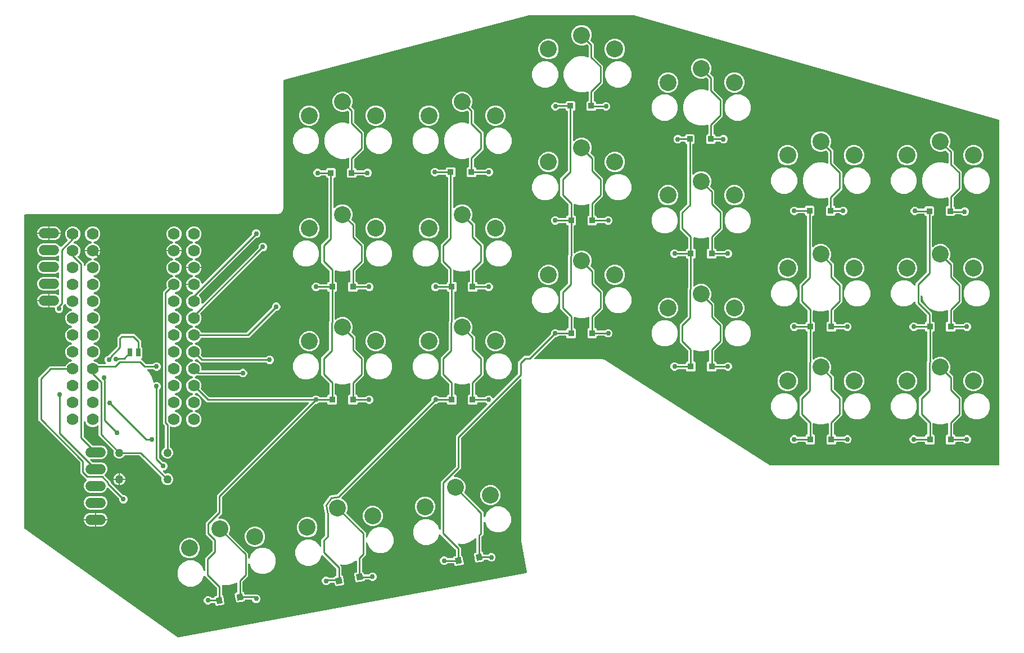
<source format=gbr>
G04 EAGLE Gerber RS-274X export*
G75*
%MOMM*%
%FSLAX34Y34*%
%LPD*%
%INBottom Copper*%
%IPPOS*%
%AMOC8*
5,1,8,0,0,1.08239X$1,22.5*%
G01*
G04 Define Apertures*
%ADD10C,2.540000*%
%ADD11C,1.778000*%
%ADD12C,1.524000*%
%ADD13R,0.635000X1.270000*%
%ADD14C,1.260000*%
%ADD15R,0.900000X0.950000*%
%ADD16C,0.756400*%
%ADD17C,0.254000*%
G36*
X-83764Y-581441D02*
X-606924Y-678323D01*
X-607427Y-678315D01*
X-607890Y-678110D01*
X-838542Y-514732D01*
X-838977Y-514191D01*
X-839078Y-513695D01*
X-839078Y-42192D01*
X-838993Y-41734D01*
X-838720Y-41308D01*
X-838303Y-41023D01*
X-837808Y-40922D01*
X-457827Y-40922D01*
X-453813Y-39259D01*
X-450741Y-36187D01*
X-449078Y-32173D01*
X-449078Y160601D01*
X-448915Y161224D01*
X-448585Y161606D01*
X-448131Y161830D01*
X-78746Y259036D01*
X-78423Y259078D01*
X78293Y259078D01*
X78641Y259029D01*
X628157Y102025D01*
X628692Y101716D01*
X628977Y101299D01*
X629078Y100804D01*
X629078Y-417808D01*
X628993Y-418266D01*
X628720Y-418692D01*
X628303Y-418977D01*
X627808Y-419078D01*
X283567Y-419078D01*
X282883Y-418878D01*
X37001Y-261514D01*
X36788Y-261342D01*
X36187Y-260741D01*
X35177Y-260322D01*
X34978Y-260219D01*
X34058Y-259630D01*
X33221Y-259480D01*
X32958Y-259403D01*
X32173Y-259078D01*
X31079Y-259078D01*
X30856Y-259058D01*
X29780Y-258866D01*
X28950Y-259048D01*
X28678Y-259078D01*
X-70624Y-259078D01*
X-71063Y-259000D01*
X-71493Y-258734D01*
X-71785Y-258322D01*
X-71894Y-257828D01*
X-71801Y-257331D01*
X-71522Y-256910D01*
X-41306Y-226694D01*
X-40903Y-226423D01*
X-40408Y-226322D01*
X-38742Y-226322D01*
X-36419Y-225360D01*
X-35241Y-224182D01*
X-34839Y-223911D01*
X-34343Y-223810D01*
X-24060Y-223810D01*
X-23602Y-223895D01*
X-23176Y-224168D01*
X-22891Y-224585D01*
X-22790Y-225080D01*
X-22790Y-225802D01*
X-21302Y-227290D01*
X-10198Y-227290D01*
X-8710Y-225802D01*
X-8710Y-214198D01*
X-10198Y-212710D01*
X-10670Y-212710D01*
X-11128Y-212625D01*
X-11554Y-212352D01*
X-11839Y-211935D01*
X-11940Y-211440D01*
X-11940Y-196574D01*
X-11907Y-196284D01*
X-11696Y-195825D01*
X-11322Y-195484D01*
X-10846Y-195316D01*
X-10341Y-195347D01*
X-3576Y-197160D01*
X3576Y-197160D01*
X10341Y-195347D01*
X10630Y-195305D01*
X11128Y-195389D01*
X11554Y-195662D01*
X11839Y-196079D01*
X11940Y-196574D01*
X11940Y-211440D01*
X11855Y-211898D01*
X11582Y-212324D01*
X11165Y-212609D01*
X10670Y-212710D01*
X10198Y-212710D01*
X8710Y-214198D01*
X8710Y-225802D01*
X10198Y-227290D01*
X21302Y-227290D01*
X22790Y-225802D01*
X22790Y-225080D01*
X22875Y-224622D01*
X23148Y-224196D01*
X23565Y-223911D01*
X24060Y-223810D01*
X34343Y-223810D01*
X34820Y-223903D01*
X35241Y-224182D01*
X36419Y-225360D01*
X38742Y-226322D01*
X41258Y-226322D01*
X43581Y-225360D01*
X45360Y-223581D01*
X46322Y-221258D01*
X46322Y-218742D01*
X45360Y-216419D01*
X43581Y-214640D01*
X41258Y-213678D01*
X38742Y-213678D01*
X36419Y-214640D01*
X35241Y-215818D01*
X34839Y-216089D01*
X34343Y-216190D01*
X24060Y-216190D01*
X23602Y-216105D01*
X23176Y-215832D01*
X22891Y-215415D01*
X22790Y-214920D01*
X22790Y-214198D01*
X21302Y-212710D01*
X20830Y-212710D01*
X20372Y-212625D01*
X19946Y-212352D01*
X19661Y-211935D01*
X19560Y-211440D01*
X19560Y-196560D01*
X19653Y-196084D01*
X19932Y-195662D01*
X32240Y-183354D01*
X32240Y-156646D01*
X19932Y-144338D01*
X19661Y-143935D01*
X19560Y-143440D01*
X19560Y-125172D01*
X13842Y-119454D01*
X13575Y-119061D01*
X13470Y-118566D01*
X13567Y-118070D01*
X15240Y-114031D01*
X15240Y-107969D01*
X12920Y-102367D01*
X8633Y-98080D01*
X3031Y-95760D01*
X-3031Y-95760D01*
X-8633Y-98080D01*
X-9772Y-99219D01*
X-10138Y-99474D01*
X-10630Y-99591D01*
X-11128Y-99506D01*
X-11554Y-99234D01*
X-11839Y-98817D01*
X-11940Y-98321D01*
X-11940Y-58560D01*
X-11855Y-58102D01*
X-11582Y-57676D01*
X-11165Y-57391D01*
X-10670Y-57290D01*
X-10198Y-57290D01*
X-8710Y-55802D01*
X-8710Y-44198D01*
X-10198Y-42710D01*
X-10670Y-42710D01*
X-11128Y-42625D01*
X-11554Y-42352D01*
X-11839Y-41935D01*
X-11940Y-41440D01*
X-11940Y-26574D01*
X-11907Y-26284D01*
X-11696Y-25825D01*
X-11322Y-25484D01*
X-10846Y-25316D01*
X-10341Y-25347D01*
X-3576Y-27160D01*
X3576Y-27160D01*
X10341Y-25347D01*
X10630Y-25305D01*
X11128Y-25389D01*
X11554Y-25662D01*
X11839Y-26079D01*
X11940Y-26574D01*
X11940Y-41440D01*
X11855Y-41898D01*
X11582Y-42324D01*
X11165Y-42609D01*
X10670Y-42710D01*
X10198Y-42710D01*
X8710Y-44198D01*
X8710Y-55802D01*
X10198Y-57290D01*
X21302Y-57290D01*
X22790Y-55802D01*
X22790Y-55080D01*
X22875Y-54622D01*
X23148Y-54196D01*
X23565Y-53911D01*
X24060Y-53810D01*
X34343Y-53810D01*
X34820Y-53903D01*
X35241Y-54182D01*
X36419Y-55360D01*
X38742Y-56322D01*
X41258Y-56322D01*
X43581Y-55360D01*
X45360Y-53581D01*
X46322Y-51258D01*
X46322Y-48742D01*
X45360Y-46419D01*
X43581Y-44640D01*
X41258Y-43678D01*
X38742Y-43678D01*
X36419Y-44640D01*
X35241Y-45818D01*
X34839Y-46089D01*
X34343Y-46190D01*
X24060Y-46190D01*
X23602Y-46105D01*
X23176Y-45832D01*
X22891Y-45415D01*
X22790Y-44920D01*
X22790Y-44198D01*
X21302Y-42710D01*
X20830Y-42710D01*
X20372Y-42625D01*
X19946Y-42352D01*
X19661Y-41935D01*
X19560Y-41440D01*
X19560Y-26560D01*
X19653Y-26084D01*
X19932Y-25662D01*
X32240Y-13354D01*
X32240Y13354D01*
X19932Y25662D01*
X19661Y26065D01*
X19560Y26560D01*
X19560Y44828D01*
X13842Y50546D01*
X13575Y50939D01*
X13470Y51434D01*
X13567Y51930D01*
X15240Y55969D01*
X15240Y62031D01*
X12920Y67633D01*
X8633Y71920D01*
X3031Y74240D01*
X-3031Y74240D01*
X-8633Y71920D01*
X-11042Y69511D01*
X-11408Y69256D01*
X-11900Y69139D01*
X-12398Y69224D01*
X-12824Y69496D01*
X-13109Y69913D01*
X-13210Y70409D01*
X-13210Y113980D01*
X-13125Y114438D01*
X-12852Y114864D01*
X-12435Y115149D01*
X-11940Y115250D01*
X-11468Y115250D01*
X-9980Y116738D01*
X-9980Y128342D01*
X-11468Y129830D01*
X-22572Y129830D01*
X-24060Y128342D01*
X-24060Y127620D01*
X-24145Y127162D01*
X-24418Y126736D01*
X-24835Y126451D01*
X-25330Y126350D01*
X-34333Y126350D01*
X-34810Y126443D01*
X-35231Y126722D01*
X-35789Y127280D01*
X-38112Y128242D01*
X-40628Y128242D01*
X-42951Y127280D01*
X-44730Y125501D01*
X-45692Y123178D01*
X-45692Y120662D01*
X-44730Y118339D01*
X-42951Y116560D01*
X-40628Y115598D01*
X-38112Y115598D01*
X-35789Y116560D01*
X-33991Y118358D01*
X-33589Y118629D01*
X-33093Y118730D01*
X-25330Y118730D01*
X-24872Y118645D01*
X-24446Y118372D01*
X-24161Y117955D01*
X-24060Y117460D01*
X-24060Y116738D01*
X-22572Y115250D01*
X-22100Y115250D01*
X-21642Y115165D01*
X-21216Y114892D01*
X-20931Y114475D01*
X-20830Y113980D01*
X-20830Y25290D01*
X-20923Y24814D01*
X-21202Y24392D01*
X-32240Y13354D01*
X-32240Y-13354D01*
X-19932Y-25662D01*
X-19661Y-26065D01*
X-19560Y-26560D01*
X-19560Y-41440D01*
X-19645Y-41898D01*
X-19918Y-42324D01*
X-20335Y-42609D01*
X-20830Y-42710D01*
X-21302Y-42710D01*
X-22790Y-44198D01*
X-22790Y-44920D01*
X-22875Y-45378D01*
X-23148Y-45804D01*
X-23565Y-46089D01*
X-24060Y-46190D01*
X-34343Y-46190D01*
X-34820Y-46097D01*
X-35241Y-45818D01*
X-36419Y-44640D01*
X-38742Y-43678D01*
X-41258Y-43678D01*
X-43581Y-44640D01*
X-45360Y-46419D01*
X-46322Y-48742D01*
X-46322Y-51258D01*
X-45360Y-53581D01*
X-43581Y-55360D01*
X-41258Y-56322D01*
X-38742Y-56322D01*
X-36419Y-55360D01*
X-35241Y-54182D01*
X-34839Y-53911D01*
X-34343Y-53810D01*
X-24060Y-53810D01*
X-23602Y-53895D01*
X-23176Y-54168D01*
X-22891Y-54585D01*
X-22790Y-55080D01*
X-22790Y-55802D01*
X-21302Y-57290D01*
X-20830Y-57290D01*
X-20372Y-57375D01*
X-19946Y-57648D01*
X-19661Y-58065D01*
X-19560Y-58560D01*
X-19560Y-101297D01*
X-19653Y-101774D01*
X-19932Y-102195D01*
X-20320Y-102583D01*
X-20320Y-144200D01*
X-20413Y-144676D01*
X-20692Y-145098D01*
X-32240Y-156646D01*
X-32240Y-183354D01*
X-19932Y-195662D01*
X-19661Y-196065D01*
X-19560Y-196560D01*
X-19560Y-211440D01*
X-19645Y-211898D01*
X-19918Y-212324D01*
X-20335Y-212609D01*
X-20830Y-212710D01*
X-21302Y-212710D01*
X-22790Y-214198D01*
X-22790Y-214920D01*
X-22875Y-215378D01*
X-23148Y-215804D01*
X-23565Y-216089D01*
X-24060Y-216190D01*
X-34343Y-216190D01*
X-34820Y-216097D01*
X-35241Y-215818D01*
X-36419Y-214640D01*
X-38742Y-213678D01*
X-41258Y-213678D01*
X-43581Y-214640D01*
X-45360Y-216419D01*
X-46322Y-218742D01*
X-46322Y-220408D01*
X-46415Y-220884D01*
X-46694Y-221306D01*
X-79014Y-253626D01*
X-79417Y-253897D01*
X-79912Y-253998D01*
X-86628Y-253998D01*
X-96002Y-263372D01*
X-96002Y-280825D01*
X-96095Y-281301D01*
X-96374Y-281723D01*
X-132251Y-317599D01*
X-132626Y-317859D01*
X-133118Y-317971D01*
X-133616Y-317882D01*
X-134040Y-317607D01*
X-134322Y-317187D01*
X-134640Y-316419D01*
X-136419Y-314640D01*
X-138742Y-313678D01*
X-141258Y-313678D01*
X-143581Y-314640D01*
X-144759Y-315818D01*
X-145161Y-316089D01*
X-145657Y-316190D01*
X-155940Y-316190D01*
X-156398Y-316105D01*
X-156824Y-315832D01*
X-157109Y-315415D01*
X-157210Y-314920D01*
X-157210Y-314198D01*
X-158698Y-312710D01*
X-159170Y-312710D01*
X-159628Y-312625D01*
X-160054Y-312352D01*
X-160339Y-311935D01*
X-160440Y-311440D01*
X-160440Y-296560D01*
X-160347Y-296084D01*
X-160068Y-295662D01*
X-147760Y-283354D01*
X-147760Y-256646D01*
X-160068Y-244338D01*
X-160339Y-243935D01*
X-160440Y-243440D01*
X-160440Y-225172D01*
X-166158Y-219454D01*
X-166425Y-219061D01*
X-166530Y-218566D01*
X-166433Y-218070D01*
X-164760Y-214031D01*
X-164760Y-207969D01*
X-167080Y-202367D01*
X-171367Y-198080D01*
X-176969Y-195760D01*
X-183031Y-195760D01*
X-188633Y-198080D01*
X-189772Y-199219D01*
X-190138Y-199474D01*
X-190630Y-199591D01*
X-191128Y-199506D01*
X-191554Y-199234D01*
X-191839Y-198817D01*
X-191940Y-198321D01*
X-191940Y-158560D01*
X-191855Y-158102D01*
X-191582Y-157676D01*
X-191165Y-157391D01*
X-190670Y-157290D01*
X-190198Y-157290D01*
X-188710Y-155802D01*
X-188710Y-144198D01*
X-190198Y-142710D01*
X-192280Y-142710D01*
X-192738Y-142625D01*
X-193164Y-142352D01*
X-193449Y-141935D01*
X-193550Y-141440D01*
X-193550Y-125738D01*
X-193400Y-125139D01*
X-193077Y-124749D01*
X-192628Y-124517D01*
X-192124Y-124478D01*
X-191645Y-124638D01*
X-190483Y-125309D01*
X-183576Y-127160D01*
X-176424Y-127160D01*
X-169659Y-125347D01*
X-169370Y-125305D01*
X-168872Y-125389D01*
X-168446Y-125662D01*
X-168161Y-126079D01*
X-168060Y-126574D01*
X-168060Y-141440D01*
X-168145Y-141898D01*
X-168418Y-142324D01*
X-168835Y-142609D01*
X-169330Y-142710D01*
X-169802Y-142710D01*
X-171290Y-144198D01*
X-171290Y-155802D01*
X-169802Y-157290D01*
X-158698Y-157290D01*
X-157210Y-155802D01*
X-157210Y-155080D01*
X-157125Y-154622D01*
X-156852Y-154196D01*
X-156435Y-153911D01*
X-155940Y-153810D01*
X-145657Y-153810D01*
X-145180Y-153903D01*
X-144759Y-154182D01*
X-143581Y-155360D01*
X-141258Y-156322D01*
X-138742Y-156322D01*
X-136419Y-155360D01*
X-134640Y-153581D01*
X-133678Y-151258D01*
X-133678Y-148742D01*
X-134640Y-146419D01*
X-136419Y-144640D01*
X-138742Y-143678D01*
X-141258Y-143678D01*
X-143581Y-144640D01*
X-144759Y-145818D01*
X-145161Y-146089D01*
X-145657Y-146190D01*
X-155940Y-146190D01*
X-156398Y-146105D01*
X-156824Y-145832D01*
X-157109Y-145415D01*
X-157210Y-144920D01*
X-157210Y-144198D01*
X-158698Y-142710D01*
X-159170Y-142710D01*
X-159628Y-142625D01*
X-160054Y-142352D01*
X-160339Y-141935D01*
X-160440Y-141440D01*
X-160440Y-126560D01*
X-160347Y-126084D01*
X-160068Y-125662D01*
X-147760Y-113354D01*
X-147760Y-86646D01*
X-160068Y-74338D01*
X-160339Y-73935D01*
X-160440Y-73440D01*
X-160440Y-55172D01*
X-166158Y-49454D01*
X-166425Y-49061D01*
X-166530Y-48566D01*
X-166433Y-48070D01*
X-164760Y-44031D01*
X-164760Y-37969D01*
X-167080Y-32367D01*
X-171367Y-28080D01*
X-176969Y-25760D01*
X-183031Y-25760D01*
X-188633Y-28080D01*
X-191382Y-30829D01*
X-191748Y-31084D01*
X-192240Y-31201D01*
X-192738Y-31116D01*
X-193164Y-30844D01*
X-193449Y-30427D01*
X-193550Y-29931D01*
X-193550Y14300D01*
X-193465Y14758D01*
X-193192Y15184D01*
X-192775Y15469D01*
X-192280Y15570D01*
X-191808Y15570D01*
X-190320Y17058D01*
X-190320Y28662D01*
X-191808Y30150D01*
X-202912Y30150D01*
X-204400Y28662D01*
X-204400Y27940D01*
X-204485Y27482D01*
X-204758Y27056D01*
X-205175Y26771D01*
X-205670Y26670D01*
X-215323Y26670D01*
X-215800Y26763D01*
X-216221Y27042D01*
X-217399Y28220D01*
X-219722Y29182D01*
X-222238Y29182D01*
X-224561Y28220D01*
X-226340Y26441D01*
X-227302Y24118D01*
X-227302Y21602D01*
X-226340Y19279D01*
X-224561Y17500D01*
X-222238Y16538D01*
X-219722Y16538D01*
X-217399Y17500D01*
X-216221Y18678D01*
X-215819Y18949D01*
X-215323Y19050D01*
X-205670Y19050D01*
X-205212Y18965D01*
X-204786Y18692D01*
X-204501Y18275D01*
X-204400Y17780D01*
X-204400Y17058D01*
X-202912Y15570D01*
X-202440Y15570D01*
X-201982Y15485D01*
X-201556Y15212D01*
X-201271Y14795D01*
X-201170Y14300D01*
X-201170Y-75050D01*
X-201263Y-75526D01*
X-201542Y-75948D01*
X-212240Y-86646D01*
X-212240Y-113354D01*
X-201542Y-124052D01*
X-201271Y-124455D01*
X-201170Y-124950D01*
X-201170Y-142052D01*
X-201263Y-142528D01*
X-201542Y-142950D01*
X-202790Y-144198D01*
X-202790Y-144920D01*
X-202875Y-145378D01*
X-203148Y-145804D01*
X-203565Y-146089D01*
X-204060Y-146190D01*
X-214343Y-146190D01*
X-214820Y-146097D01*
X-215241Y-145818D01*
X-216419Y-144640D01*
X-218742Y-143678D01*
X-221258Y-143678D01*
X-223581Y-144640D01*
X-225360Y-146419D01*
X-226322Y-148742D01*
X-226322Y-151258D01*
X-225360Y-153581D01*
X-223581Y-155360D01*
X-221258Y-156322D01*
X-218742Y-156322D01*
X-216419Y-155360D01*
X-215241Y-154182D01*
X-214839Y-153911D01*
X-214343Y-153810D01*
X-204060Y-153810D01*
X-203602Y-153895D01*
X-203176Y-154168D01*
X-202891Y-154585D01*
X-202790Y-155080D01*
X-202790Y-155802D01*
X-201302Y-157290D01*
X-200830Y-157290D01*
X-200372Y-157375D01*
X-199946Y-157648D01*
X-199661Y-158065D01*
X-199560Y-158560D01*
X-199560Y-201297D01*
X-199653Y-201774D01*
X-199932Y-202195D01*
X-200320Y-202583D01*
X-200320Y-244200D01*
X-200413Y-244676D01*
X-200692Y-245098D01*
X-212240Y-256646D01*
X-212240Y-283354D01*
X-199932Y-295662D01*
X-199661Y-296065D01*
X-199560Y-296560D01*
X-199560Y-311440D01*
X-199645Y-311898D01*
X-199918Y-312324D01*
X-200335Y-312609D01*
X-200830Y-312710D01*
X-201302Y-312710D01*
X-202790Y-314198D01*
X-202790Y-314920D01*
X-202875Y-315378D01*
X-203148Y-315804D01*
X-203565Y-316089D01*
X-204060Y-316190D01*
X-214343Y-316190D01*
X-214820Y-316097D01*
X-215241Y-315818D01*
X-216419Y-314640D01*
X-218742Y-313678D01*
X-221258Y-313678D01*
X-223581Y-314640D01*
X-225360Y-316419D01*
X-226322Y-318742D01*
X-226322Y-320408D01*
X-226415Y-320884D01*
X-226694Y-321306D01*
X-367710Y-462321D01*
X-367917Y-462489D01*
X-368387Y-462674D01*
X-375702Y-463964D01*
X-379328Y-464603D01*
X-380606Y-466428D01*
X-381440Y-467620D01*
X-386871Y-475376D01*
X-388983Y-478393D01*
X-386412Y-492979D01*
X-386392Y-493199D01*
X-386392Y-524263D01*
X-386485Y-524740D01*
X-386764Y-525161D01*
X-391935Y-530332D01*
X-391935Y-540112D01*
X-392010Y-540542D01*
X-392272Y-540974D01*
X-392682Y-541270D01*
X-393175Y-541382D01*
X-393673Y-541293D01*
X-394096Y-541017D01*
X-394379Y-540598D01*
X-394763Y-539671D01*
X-400293Y-534140D01*
X-407519Y-531147D01*
X-415341Y-531147D01*
X-422566Y-534140D01*
X-428097Y-539671D01*
X-431090Y-546897D01*
X-431090Y-554718D01*
X-428097Y-561944D01*
X-422566Y-567474D01*
X-415341Y-570467D01*
X-407519Y-570467D01*
X-400293Y-567474D01*
X-394763Y-561944D01*
X-391803Y-554797D01*
X-391555Y-554414D01*
X-391143Y-554122D01*
X-390650Y-554013D01*
X-390153Y-554106D01*
X-389731Y-554385D01*
X-369693Y-574424D01*
X-369421Y-574826D01*
X-369321Y-575322D01*
X-369321Y-584939D01*
X-369539Y-585650D01*
X-369900Y-586004D01*
X-370370Y-586189D01*
X-372244Y-586520D01*
X-372909Y-587468D01*
X-373454Y-587909D01*
X-373949Y-588010D01*
X-380423Y-588010D01*
X-380900Y-587917D01*
X-381103Y-587783D01*
X-383552Y-586768D01*
X-386068Y-586768D01*
X-388391Y-587730D01*
X-390170Y-589509D01*
X-391132Y-591832D01*
X-391132Y-594348D01*
X-390170Y-596671D01*
X-388391Y-598450D01*
X-386068Y-599412D01*
X-383552Y-599412D01*
X-381229Y-598450D01*
X-379450Y-596671D01*
X-379344Y-596414D01*
X-379083Y-596016D01*
X-378666Y-595731D01*
X-378171Y-595630D01*
X-373215Y-595630D01*
X-372503Y-595848D01*
X-372149Y-596209D01*
X-371964Y-596679D01*
X-371436Y-599671D01*
X-369713Y-600878D01*
X-358777Y-598950D01*
X-357570Y-597226D01*
X-359585Y-585798D01*
X-361159Y-584696D01*
X-361600Y-584151D01*
X-361701Y-583656D01*
X-361701Y-571639D01*
X-363066Y-570274D01*
X-363236Y-570063D01*
X-363420Y-569592D01*
X-363405Y-569087D01*
X-363194Y-568627D01*
X-362821Y-568286D01*
X-362344Y-568118D01*
X-361839Y-568149D01*
X-360841Y-568417D01*
X-353690Y-568417D01*
X-346782Y-566566D01*
X-340589Y-562990D01*
X-340467Y-562869D01*
X-340102Y-562614D01*
X-339610Y-562497D01*
X-339111Y-562582D01*
X-338686Y-562854D01*
X-338400Y-563271D01*
X-338299Y-563767D01*
X-338299Y-579469D01*
X-338517Y-580181D01*
X-338878Y-580534D01*
X-339349Y-580719D01*
X-341223Y-581050D01*
X-342430Y-582774D01*
X-340415Y-594202D01*
X-338691Y-595408D01*
X-327756Y-593480D01*
X-326451Y-591617D01*
X-325906Y-591176D01*
X-325410Y-591075D01*
X-320092Y-591075D01*
X-319615Y-591168D01*
X-319194Y-591447D01*
X-318541Y-592100D01*
X-316218Y-593062D01*
X-313702Y-593062D01*
X-311379Y-592100D01*
X-309600Y-590321D01*
X-308638Y-587998D01*
X-308638Y-585482D01*
X-309600Y-583159D01*
X-311379Y-581380D01*
X-313702Y-580418D01*
X-316218Y-580418D01*
X-318541Y-581380D01*
X-320244Y-583083D01*
X-320646Y-583354D01*
X-321142Y-583455D01*
X-326947Y-583455D01*
X-327659Y-583237D01*
X-328013Y-582876D01*
X-328198Y-582406D01*
X-328564Y-580329D01*
X-330138Y-579227D01*
X-330579Y-578682D01*
X-330679Y-578186D01*
X-330679Y-560791D01*
X-330586Y-560314D01*
X-330307Y-559893D01*
X-325025Y-554611D01*
X-325025Y-536535D01*
X-324951Y-536105D01*
X-324688Y-535673D01*
X-324279Y-535377D01*
X-323786Y-535265D01*
X-323288Y-535354D01*
X-322865Y-535629D01*
X-322582Y-536049D01*
X-319768Y-542843D01*
X-314237Y-548373D01*
X-307012Y-551366D01*
X-299190Y-551366D01*
X-291965Y-548373D01*
X-286434Y-542843D01*
X-283441Y-535617D01*
X-283441Y-527795D01*
X-286434Y-520570D01*
X-291965Y-515039D01*
X-299190Y-512046D01*
X-307012Y-512046D01*
X-314237Y-515039D01*
X-319768Y-520570D01*
X-322582Y-527363D01*
X-322815Y-527732D01*
X-323223Y-528030D01*
X-323715Y-528147D01*
X-324213Y-528062D01*
X-324639Y-527790D01*
X-324925Y-527373D01*
X-325025Y-526877D01*
X-325025Y-520250D01*
X-353668Y-491607D01*
X-353936Y-491214D01*
X-354040Y-490719D01*
X-353944Y-490223D01*
X-352271Y-486184D01*
X-352271Y-480122D01*
X-354591Y-474520D01*
X-358878Y-470233D01*
X-360970Y-469367D01*
X-361353Y-469119D01*
X-361645Y-468707D01*
X-361754Y-468213D01*
X-361701Y-467929D01*
X-361701Y-467637D01*
X-361673Y-467373D01*
X-361471Y-466909D01*
X-361419Y-466834D01*
X-361276Y-466664D01*
X-221306Y-326694D01*
X-220903Y-326423D01*
X-220408Y-326322D01*
X-218742Y-326322D01*
X-216419Y-325360D01*
X-215241Y-324182D01*
X-214839Y-323911D01*
X-214343Y-323810D01*
X-204060Y-323810D01*
X-203602Y-323895D01*
X-203176Y-324168D01*
X-202891Y-324585D01*
X-202790Y-325080D01*
X-202790Y-325802D01*
X-201302Y-327290D01*
X-190198Y-327290D01*
X-188710Y-325802D01*
X-188710Y-314198D01*
X-190198Y-312710D01*
X-190670Y-312710D01*
X-191128Y-312625D01*
X-191554Y-312352D01*
X-191839Y-311935D01*
X-191940Y-311440D01*
X-191940Y-296574D01*
X-191907Y-296284D01*
X-191696Y-295825D01*
X-191322Y-295484D01*
X-190846Y-295316D01*
X-190341Y-295347D01*
X-183576Y-297160D01*
X-176424Y-297160D01*
X-169659Y-295347D01*
X-169370Y-295305D01*
X-168872Y-295389D01*
X-168446Y-295662D01*
X-168161Y-296079D01*
X-168060Y-296574D01*
X-168060Y-311440D01*
X-168145Y-311898D01*
X-168418Y-312324D01*
X-168835Y-312609D01*
X-169330Y-312710D01*
X-169802Y-312710D01*
X-171290Y-314198D01*
X-171290Y-325802D01*
X-169802Y-327290D01*
X-158698Y-327290D01*
X-157210Y-325802D01*
X-157210Y-325080D01*
X-157125Y-324622D01*
X-156852Y-324196D01*
X-156435Y-323911D01*
X-155940Y-323810D01*
X-145657Y-323810D01*
X-145180Y-323903D01*
X-144759Y-324182D01*
X-143581Y-325360D01*
X-142813Y-325678D01*
X-142430Y-325925D01*
X-142137Y-326337D01*
X-142029Y-326831D01*
X-142122Y-327328D01*
X-142401Y-327749D01*
X-189321Y-374669D01*
X-189321Y-420384D01*
X-189414Y-420861D01*
X-189693Y-421282D01*
X-212240Y-443830D01*
X-212240Y-514722D01*
X-212315Y-515151D01*
X-212577Y-515584D01*
X-212987Y-515879D01*
X-213480Y-515992D01*
X-213977Y-515903D01*
X-214401Y-515627D01*
X-214683Y-515208D01*
X-217497Y-508414D01*
X-223028Y-502884D01*
X-230254Y-499891D01*
X-238075Y-499891D01*
X-245301Y-502884D01*
X-250831Y-508414D01*
X-253824Y-515640D01*
X-253824Y-523461D01*
X-250831Y-530687D01*
X-245301Y-536218D01*
X-238075Y-539211D01*
X-230254Y-539211D01*
X-223028Y-536218D01*
X-217497Y-530687D01*
X-214537Y-523540D01*
X-214290Y-523158D01*
X-213878Y-522865D01*
X-213384Y-522757D01*
X-212887Y-522849D01*
X-212466Y-523128D01*
X-189693Y-545902D01*
X-189421Y-546304D01*
X-189321Y-546800D01*
X-189321Y-554939D01*
X-189539Y-555650D01*
X-189900Y-556004D01*
X-190370Y-556189D01*
X-192244Y-556520D01*
X-193462Y-558258D01*
X-194007Y-558699D01*
X-194502Y-558800D01*
X-201353Y-558800D01*
X-201830Y-558707D01*
X-202251Y-558428D01*
X-203429Y-557250D01*
X-205752Y-556288D01*
X-208268Y-556288D01*
X-210591Y-557250D01*
X-212370Y-559029D01*
X-213332Y-561352D01*
X-213332Y-563868D01*
X-212370Y-566191D01*
X-210591Y-567970D01*
X-208268Y-568932D01*
X-205752Y-568932D01*
X-203429Y-567970D01*
X-202251Y-566792D01*
X-201849Y-566521D01*
X-201353Y-566420D01*
X-193075Y-566420D01*
X-192363Y-566638D01*
X-192010Y-566999D01*
X-191824Y-567469D01*
X-191436Y-569671D01*
X-189713Y-570878D01*
X-178777Y-568950D01*
X-177570Y-567226D01*
X-179585Y-555798D01*
X-181159Y-554696D01*
X-181600Y-554151D01*
X-181701Y-553656D01*
X-181701Y-543117D01*
X-185801Y-539017D01*
X-185971Y-538806D01*
X-186154Y-538335D01*
X-186139Y-537830D01*
X-185928Y-537370D01*
X-185555Y-537030D01*
X-185078Y-536861D01*
X-184574Y-536893D01*
X-183576Y-537160D01*
X-176424Y-537160D01*
X-169517Y-535309D01*
X-163323Y-531733D01*
X-160467Y-528877D01*
X-160102Y-528622D01*
X-159610Y-528506D01*
X-159111Y-528591D01*
X-158686Y-528863D01*
X-158400Y-529280D01*
X-158299Y-529775D01*
X-158299Y-549469D01*
X-158517Y-550181D01*
X-158878Y-550534D01*
X-159349Y-550719D01*
X-161223Y-551050D01*
X-162430Y-552774D01*
X-160415Y-564202D01*
X-158691Y-565408D01*
X-147756Y-563480D01*
X-146451Y-561617D01*
X-145906Y-561176D01*
X-145410Y-561075D01*
X-141812Y-561075D01*
X-141335Y-561168D01*
X-140914Y-561447D01*
X-139471Y-562890D01*
X-137148Y-563852D01*
X-134632Y-563852D01*
X-132309Y-562890D01*
X-130530Y-561111D01*
X-129568Y-558788D01*
X-129568Y-556272D01*
X-130530Y-553949D01*
X-132309Y-552170D01*
X-134632Y-551208D01*
X-137148Y-551208D01*
X-139471Y-552170D01*
X-140384Y-553083D01*
X-140786Y-553354D01*
X-141282Y-553455D01*
X-146947Y-553455D01*
X-147659Y-553237D01*
X-148013Y-552876D01*
X-148198Y-552406D01*
X-148564Y-550329D01*
X-150138Y-549227D01*
X-150579Y-548682D01*
X-150679Y-548186D01*
X-150679Y-526800D01*
X-150586Y-526323D01*
X-150307Y-525902D01*
X-147760Y-523354D01*
X-147760Y-505278D01*
X-147685Y-504849D01*
X-147423Y-504416D01*
X-147013Y-504121D01*
X-146520Y-504008D01*
X-146023Y-504097D01*
X-145599Y-504373D01*
X-145317Y-504792D01*
X-142503Y-511586D01*
X-136972Y-517116D01*
X-129746Y-520109D01*
X-121925Y-520109D01*
X-114699Y-517116D01*
X-109169Y-511586D01*
X-106176Y-504360D01*
X-106176Y-496539D01*
X-109169Y-489313D01*
X-114699Y-483782D01*
X-121925Y-480789D01*
X-129746Y-480789D01*
X-136972Y-483782D01*
X-142503Y-489313D01*
X-145317Y-496107D01*
X-145550Y-496475D01*
X-145958Y-496774D01*
X-146450Y-496890D01*
X-146948Y-496805D01*
X-147374Y-496533D01*
X-147659Y-496116D01*
X-147760Y-495621D01*
X-147760Y-488993D01*
X-176403Y-460351D01*
X-176670Y-459957D01*
X-176775Y-459463D01*
X-176678Y-458967D01*
X-175005Y-454928D01*
X-175005Y-448865D01*
X-177325Y-443264D01*
X-181613Y-438976D01*
X-187214Y-436656D01*
X-191224Y-436656D01*
X-191663Y-436578D01*
X-192093Y-436313D01*
X-192386Y-435900D01*
X-192494Y-435407D01*
X-192402Y-434910D01*
X-192122Y-434488D01*
X-181701Y-424067D01*
X-181701Y-378352D01*
X-181608Y-377875D01*
X-181329Y-377454D01*
X-93090Y-289215D01*
X-92724Y-288960D01*
X-92232Y-288844D01*
X-91734Y-288928D01*
X-91308Y-289201D01*
X-91023Y-289618D01*
X-90922Y-290113D01*
X-90922Y-528607D01*
X-90955Y-528893D01*
X-91131Y-529653D01*
X-90939Y-530800D01*
X-90922Y-531009D01*
X-90922Y-532173D01*
X-90624Y-532893D01*
X-90544Y-533170D01*
X-82742Y-579984D01*
X-82747Y-580427D01*
X-82937Y-580895D01*
X-83295Y-581252D01*
X-83764Y-581441D01*
G37*
%LPC*%
G36*
X8928Y115250D02*
X20032Y115250D01*
X21520Y116738D01*
X21520Y116840D01*
X21605Y117298D01*
X21878Y117724D01*
X22295Y118009D01*
X22790Y118110D01*
X31173Y118110D01*
X31650Y118017D01*
X32071Y117738D01*
X33249Y116560D01*
X35572Y115598D01*
X38088Y115598D01*
X40411Y116560D01*
X42190Y118339D01*
X43152Y120662D01*
X43152Y123178D01*
X42190Y125501D01*
X40411Y127280D01*
X38088Y128242D01*
X35572Y128242D01*
X33249Y127280D01*
X32071Y126102D01*
X31669Y125831D01*
X31173Y125730D01*
X22790Y125730D01*
X22332Y125815D01*
X21906Y126088D01*
X21621Y126505D01*
X21520Y127000D01*
X21520Y128342D01*
X20032Y129830D01*
X19560Y129830D01*
X19102Y129915D01*
X18676Y130188D01*
X18391Y130605D01*
X18290Y131100D01*
X18290Y142170D01*
X18383Y142646D01*
X18662Y143068D01*
X32240Y156646D01*
X32240Y183354D01*
X18662Y196932D01*
X18391Y197335D01*
X18290Y197830D01*
X18290Y216098D01*
X13842Y220546D01*
X13575Y220939D01*
X13470Y221434D01*
X13567Y221930D01*
X15240Y225969D01*
X15240Y232031D01*
X12920Y237633D01*
X8633Y241920D01*
X3031Y244240D01*
X-3031Y244240D01*
X-8633Y241920D01*
X-12920Y237633D01*
X-15240Y232031D01*
X-15240Y225969D01*
X-12920Y220367D01*
X-8633Y216080D01*
X-3031Y213760D01*
X3031Y213760D01*
X7070Y215433D01*
X7536Y215529D01*
X8033Y215437D01*
X8454Y215158D01*
X10298Y213314D01*
X10569Y212911D01*
X10670Y212416D01*
X10670Y196914D01*
X10637Y196625D01*
X10426Y196165D01*
X10052Y195825D01*
X9576Y195656D01*
X9071Y195687D01*
X3576Y197160D01*
X-3576Y197160D01*
X-10483Y195309D01*
X-16677Y191733D01*
X-21733Y186677D01*
X-25309Y180483D01*
X-27160Y173576D01*
X-27160Y166424D01*
X-25309Y159517D01*
X-21733Y153323D01*
X-16677Y148267D01*
X-10483Y144691D01*
X-3576Y142840D01*
X3576Y142840D01*
X9071Y144313D01*
X9360Y144355D01*
X9858Y144270D01*
X10284Y143998D01*
X10569Y143581D01*
X10670Y143086D01*
X10670Y131100D01*
X10585Y130642D01*
X10312Y130216D01*
X9895Y129931D01*
X9400Y129830D01*
X8928Y129830D01*
X7440Y128342D01*
X7440Y116738D01*
X8928Y115250D01*
G37*
G36*
X46969Y192760D02*
X53031Y192760D01*
X58633Y195080D01*
X62920Y199367D01*
X65240Y204969D01*
X65240Y211031D01*
X62920Y216633D01*
X58633Y220920D01*
X53031Y223240D01*
X46969Y223240D01*
X41367Y220920D01*
X37080Y216633D01*
X34760Y211031D01*
X34760Y204969D01*
X37080Y199367D01*
X41367Y195080D01*
X46969Y192760D01*
G37*
G36*
X-53031Y192760D02*
X-46969Y192760D01*
X-41367Y195080D01*
X-37080Y199367D01*
X-34760Y204969D01*
X-34760Y211031D01*
X-37080Y216633D01*
X-41367Y220920D01*
X-46969Y223240D01*
X-53031Y223240D01*
X-58633Y220920D01*
X-62920Y216633D01*
X-65240Y211031D01*
X-65240Y204969D01*
X-62920Y199367D01*
X-58633Y195080D01*
X-53031Y192760D01*
G37*
G36*
X188928Y65250D02*
X200032Y65250D01*
X201520Y66738D01*
X201520Y67460D01*
X201605Y67918D01*
X201878Y68344D01*
X202295Y68629D01*
X202790Y68730D01*
X207553Y68730D01*
X208030Y68637D01*
X208451Y68358D01*
X209779Y67030D01*
X212102Y66068D01*
X214618Y66068D01*
X216941Y67030D01*
X218720Y68809D01*
X219682Y71132D01*
X219682Y73648D01*
X218720Y75971D01*
X216941Y77750D01*
X214618Y78712D01*
X212102Y78712D01*
X209779Y77750D01*
X208751Y76722D01*
X208349Y76451D01*
X207853Y76350D01*
X202790Y76350D01*
X202332Y76435D01*
X201906Y76708D01*
X201621Y77125D01*
X201520Y77620D01*
X201520Y78342D01*
X200032Y79830D01*
X199560Y79830D01*
X199102Y79915D01*
X198676Y80188D01*
X198391Y80605D01*
X198290Y81100D01*
X198290Y92170D01*
X198383Y92646D01*
X198662Y93068D01*
X212240Y106646D01*
X212240Y133354D01*
X198662Y146932D01*
X198391Y147335D01*
X198290Y147830D01*
X198290Y166098D01*
X193842Y170546D01*
X193575Y170939D01*
X193470Y171434D01*
X193567Y171930D01*
X195240Y175969D01*
X195240Y182031D01*
X192920Y187633D01*
X188633Y191920D01*
X183031Y194240D01*
X176969Y194240D01*
X171367Y191920D01*
X167080Y187633D01*
X164760Y182031D01*
X164760Y175969D01*
X167080Y170367D01*
X171367Y166080D01*
X176969Y163760D01*
X183031Y163760D01*
X187070Y165433D01*
X187536Y165529D01*
X188033Y165437D01*
X188454Y165158D01*
X190298Y163314D01*
X190569Y162911D01*
X190670Y162416D01*
X190670Y146914D01*
X190637Y146625D01*
X190426Y146165D01*
X190052Y145825D01*
X189576Y145656D01*
X189071Y145687D01*
X183576Y147160D01*
X176424Y147160D01*
X169517Y145309D01*
X163323Y141733D01*
X158267Y136677D01*
X154691Y130483D01*
X152840Y123576D01*
X152840Y116424D01*
X154691Y109517D01*
X158267Y103323D01*
X163323Y98267D01*
X169517Y94691D01*
X176424Y92840D01*
X183576Y92840D01*
X189071Y94313D01*
X189360Y94355D01*
X189858Y94270D01*
X190284Y93998D01*
X190569Y93581D01*
X190670Y93086D01*
X190670Y81100D01*
X190585Y80642D01*
X190312Y80216D01*
X189895Y79931D01*
X189400Y79830D01*
X188928Y79830D01*
X187440Y78342D01*
X187440Y66738D01*
X188928Y65250D01*
G37*
G36*
X-58911Y150340D02*
X-51089Y150340D01*
X-43864Y153333D01*
X-38333Y158864D01*
X-35340Y166089D01*
X-35340Y173911D01*
X-38333Y181136D01*
X-43864Y186667D01*
X-51089Y189660D01*
X-58911Y189660D01*
X-66136Y186667D01*
X-71667Y181136D01*
X-74660Y173911D01*
X-74660Y166089D01*
X-71667Y158864D01*
X-66136Y153333D01*
X-58911Y150340D01*
G37*
G36*
X51089Y150340D02*
X58911Y150340D01*
X66136Y153333D01*
X71667Y158864D01*
X74660Y166089D01*
X74660Y173911D01*
X71667Y181136D01*
X66136Y186667D01*
X58911Y189660D01*
X51089Y189660D01*
X43864Y186667D01*
X38333Y181136D01*
X35340Y173911D01*
X35340Y166089D01*
X38333Y158864D01*
X43864Y153333D01*
X51089Y150340D01*
G37*
G36*
X226969Y142760D02*
X233031Y142760D01*
X238633Y145080D01*
X242920Y149367D01*
X245240Y154969D01*
X245240Y161031D01*
X242920Y166633D01*
X238633Y170920D01*
X233031Y173240D01*
X226969Y173240D01*
X221367Y170920D01*
X217080Y166633D01*
X214760Y161031D01*
X214760Y154969D01*
X217080Y149367D01*
X221367Y145080D01*
X226969Y142760D01*
G37*
G36*
X126969Y142760D02*
X133031Y142760D01*
X138633Y145080D01*
X142920Y149367D01*
X145240Y154969D01*
X145240Y161031D01*
X142920Y166633D01*
X138633Y170920D01*
X133031Y173240D01*
X126969Y173240D01*
X121367Y170920D01*
X117080Y166633D01*
X114760Y161031D01*
X114760Y154969D01*
X117080Y149367D01*
X121367Y145080D01*
X126969Y142760D01*
G37*
G36*
X-171412Y15570D02*
X-160308Y15570D01*
X-158820Y17058D01*
X-158820Y17780D01*
X-158735Y18238D01*
X-158462Y18664D01*
X-158045Y18949D01*
X-157550Y19050D01*
X-145357Y19050D01*
X-144880Y18957D01*
X-144459Y18678D01*
X-143281Y17500D01*
X-140958Y16538D01*
X-138442Y16538D01*
X-136119Y17500D01*
X-134340Y19279D01*
X-133378Y21602D01*
X-133378Y24118D01*
X-134340Y26441D01*
X-136119Y28220D01*
X-138442Y29182D01*
X-140958Y29182D01*
X-143281Y28220D01*
X-144459Y27042D01*
X-144861Y26771D01*
X-145357Y26670D01*
X-157550Y26670D01*
X-158008Y26755D01*
X-158434Y27028D01*
X-158719Y27445D01*
X-158820Y27940D01*
X-158820Y28662D01*
X-160308Y30150D01*
X-160780Y30150D01*
X-161238Y30235D01*
X-161664Y30508D01*
X-161949Y30925D01*
X-162050Y31420D01*
X-162050Y41830D01*
X-161957Y42306D01*
X-161678Y42728D01*
X-147760Y56646D01*
X-147760Y83354D01*
X-161678Y97272D01*
X-161949Y97675D01*
X-162050Y98170D01*
X-162050Y116438D01*
X-166158Y120546D01*
X-166425Y120939D01*
X-166530Y121434D01*
X-166433Y121930D01*
X-164760Y125969D01*
X-164760Y132031D01*
X-167080Y137633D01*
X-171367Y141920D01*
X-176969Y144240D01*
X-183031Y144240D01*
X-188633Y141920D01*
X-192920Y137633D01*
X-195240Y132031D01*
X-195240Y125969D01*
X-192920Y120367D01*
X-188633Y116080D01*
X-183031Y113760D01*
X-176969Y113760D01*
X-172930Y115433D01*
X-172464Y115529D01*
X-171967Y115437D01*
X-171546Y115158D01*
X-170042Y113654D01*
X-169771Y113251D01*
X-169670Y112756D01*
X-169670Y97005D01*
X-169703Y96716D01*
X-169914Y96256D01*
X-170288Y95916D01*
X-170764Y95748D01*
X-171269Y95779D01*
X-176424Y97160D01*
X-183576Y97160D01*
X-190483Y95309D01*
X-196677Y91733D01*
X-201733Y86677D01*
X-205309Y80483D01*
X-207160Y73576D01*
X-207160Y66424D01*
X-205309Y59517D01*
X-201733Y53323D01*
X-196677Y48267D01*
X-190483Y44691D01*
X-183576Y42840D01*
X-176424Y42840D01*
X-171269Y44221D01*
X-170980Y44264D01*
X-170482Y44179D01*
X-170056Y43907D01*
X-169771Y43490D01*
X-169670Y42995D01*
X-169670Y31420D01*
X-169755Y30962D01*
X-170028Y30536D01*
X-170445Y30251D01*
X-170940Y30150D01*
X-171412Y30150D01*
X-172900Y28662D01*
X-172900Y17058D01*
X-171412Y15570D01*
G37*
G36*
X-351752Y14300D02*
X-340648Y14300D01*
X-339160Y15788D01*
X-339160Y16510D01*
X-339075Y16968D01*
X-338802Y17394D01*
X-338385Y17679D01*
X-337890Y17780D01*
X-328237Y17780D01*
X-327760Y17687D01*
X-327339Y17408D01*
X-326161Y16230D01*
X-323838Y15268D01*
X-321322Y15268D01*
X-318999Y16230D01*
X-317220Y18009D01*
X-316258Y20332D01*
X-316258Y22848D01*
X-317220Y25171D01*
X-318999Y26950D01*
X-321322Y27912D01*
X-323838Y27912D01*
X-326161Y26950D01*
X-327339Y25772D01*
X-327741Y25501D01*
X-328237Y25400D01*
X-337890Y25400D01*
X-338348Y25485D01*
X-338774Y25758D01*
X-339059Y26175D01*
X-339160Y26670D01*
X-339160Y27392D01*
X-340648Y28880D01*
X-341120Y28880D01*
X-341578Y28965D01*
X-342004Y29238D01*
X-342289Y29655D01*
X-342390Y30150D01*
X-342390Y41490D01*
X-342297Y41966D01*
X-342018Y42388D01*
X-327760Y56646D01*
X-327760Y83354D01*
X-342018Y97612D01*
X-342289Y98015D01*
X-342390Y98510D01*
X-342390Y116778D01*
X-346158Y120546D01*
X-346425Y120939D01*
X-346530Y121434D01*
X-346433Y121930D01*
X-344760Y125969D01*
X-344760Y132031D01*
X-347080Y137633D01*
X-351367Y141920D01*
X-356969Y144240D01*
X-363031Y144240D01*
X-368633Y141920D01*
X-372920Y137633D01*
X-375240Y132031D01*
X-375240Y125969D01*
X-372920Y120367D01*
X-368633Y116080D01*
X-363031Y113760D01*
X-356969Y113760D01*
X-352930Y115433D01*
X-352464Y115529D01*
X-351967Y115437D01*
X-351546Y115158D01*
X-350382Y113994D01*
X-350111Y113591D01*
X-350010Y113096D01*
X-350010Y97096D01*
X-350043Y96807D01*
X-350254Y96348D01*
X-350628Y96007D01*
X-351104Y95839D01*
X-351609Y95870D01*
X-356424Y97160D01*
X-363576Y97160D01*
X-370483Y95309D01*
X-376677Y91733D01*
X-381733Y86677D01*
X-385309Y80483D01*
X-387160Y73576D01*
X-387160Y66424D01*
X-385309Y59517D01*
X-381733Y53323D01*
X-376677Y48267D01*
X-370483Y44691D01*
X-363576Y42840D01*
X-356424Y42840D01*
X-351609Y44130D01*
X-351320Y44173D01*
X-350822Y44088D01*
X-350396Y43816D01*
X-350111Y43399D01*
X-350010Y42904D01*
X-350010Y30150D01*
X-350095Y29692D01*
X-350368Y29266D01*
X-350785Y28981D01*
X-351280Y28880D01*
X-351752Y28880D01*
X-353240Y27392D01*
X-353240Y15788D01*
X-351752Y14300D01*
G37*
G36*
X121089Y100340D02*
X128911Y100340D01*
X136136Y103333D01*
X141667Y108864D01*
X144660Y116089D01*
X144660Y123911D01*
X141667Y131136D01*
X136136Y136667D01*
X128911Y139660D01*
X121089Y139660D01*
X113864Y136667D01*
X108333Y131136D01*
X105340Y123911D01*
X105340Y116089D01*
X108333Y108864D01*
X113864Y103333D01*
X121089Y100340D01*
G37*
G36*
X231089Y100340D02*
X238911Y100340D01*
X246136Y103333D01*
X251667Y108864D01*
X254660Y116089D01*
X254660Y123911D01*
X251667Y131136D01*
X246136Y136667D01*
X238911Y139660D01*
X231089Y139660D01*
X223864Y136667D01*
X218333Y131136D01*
X215340Y123911D01*
X215340Y116089D01*
X218333Y108864D01*
X223864Y103333D01*
X231089Y100340D01*
G37*
G36*
X-133031Y92760D02*
X-126969Y92760D01*
X-121367Y95080D01*
X-117080Y99367D01*
X-114760Y104969D01*
X-114760Y111031D01*
X-117080Y116633D01*
X-121367Y120920D01*
X-126969Y123240D01*
X-133031Y123240D01*
X-138633Y120920D01*
X-142920Y116633D01*
X-145240Y111031D01*
X-145240Y104969D01*
X-142920Y99367D01*
X-138633Y95080D01*
X-133031Y92760D01*
G37*
G36*
X-413031Y92760D02*
X-406969Y92760D01*
X-401367Y95080D01*
X-397080Y99367D01*
X-394760Y104969D01*
X-394760Y111031D01*
X-397080Y116633D01*
X-401367Y120920D01*
X-406969Y123240D01*
X-413031Y123240D01*
X-418633Y120920D01*
X-422920Y116633D01*
X-425240Y111031D01*
X-425240Y104969D01*
X-422920Y99367D01*
X-418633Y95080D01*
X-413031Y92760D01*
G37*
G36*
X-233031Y92760D02*
X-226969Y92760D01*
X-221367Y95080D01*
X-217080Y99367D01*
X-214760Y104969D01*
X-214760Y111031D01*
X-217080Y116633D01*
X-221367Y120920D01*
X-226969Y123240D01*
X-233031Y123240D01*
X-238633Y120920D01*
X-242920Y116633D01*
X-245240Y111031D01*
X-245240Y104969D01*
X-242920Y99367D01*
X-238633Y95080D01*
X-233031Y92760D01*
G37*
G36*
X-313031Y92760D02*
X-306969Y92760D01*
X-301367Y95080D01*
X-297080Y99367D01*
X-294760Y104969D01*
X-294760Y111031D01*
X-297080Y116633D01*
X-301367Y120920D01*
X-306969Y123240D01*
X-313031Y123240D01*
X-318633Y120920D01*
X-322920Y116633D01*
X-325240Y111031D01*
X-325240Y104969D01*
X-322920Y99367D01*
X-318633Y95080D01*
X-313031Y92760D01*
G37*
G36*
X-128911Y50340D02*
X-121089Y50340D01*
X-113864Y53333D01*
X-108333Y58864D01*
X-105340Y66089D01*
X-105340Y73911D01*
X-108333Y81136D01*
X-113864Y86667D01*
X-121089Y89660D01*
X-128911Y89660D01*
X-136136Y86667D01*
X-141667Y81136D01*
X-144660Y73911D01*
X-144660Y66089D01*
X-141667Y58864D01*
X-136136Y53333D01*
X-128911Y50340D01*
G37*
G36*
X-308911Y50340D02*
X-301089Y50340D01*
X-293864Y53333D01*
X-288333Y58864D01*
X-285340Y66089D01*
X-285340Y73911D01*
X-288333Y81136D01*
X-293864Y86667D01*
X-301089Y89660D01*
X-308911Y89660D01*
X-316136Y86667D01*
X-321667Y81136D01*
X-324660Y73911D01*
X-324660Y66089D01*
X-321667Y58864D01*
X-316136Y53333D01*
X-308911Y50340D01*
G37*
G36*
X-418911Y50340D02*
X-411089Y50340D01*
X-403864Y53333D01*
X-398333Y58864D01*
X-395340Y66089D01*
X-395340Y73911D01*
X-398333Y81136D01*
X-403864Y86667D01*
X-411089Y89660D01*
X-418911Y89660D01*
X-426136Y86667D01*
X-431667Y81136D01*
X-434660Y73911D01*
X-434660Y66089D01*
X-431667Y58864D01*
X-426136Y53333D01*
X-418911Y50340D01*
G37*
G36*
X-238911Y50340D02*
X-231089Y50340D01*
X-223864Y53333D01*
X-218333Y58864D01*
X-215340Y66089D01*
X-215340Y73911D01*
X-218333Y81136D01*
X-223864Y86667D01*
X-231089Y89660D01*
X-238911Y89660D01*
X-246136Y86667D01*
X-251667Y81136D01*
X-254660Y73911D01*
X-254660Y66089D01*
X-251667Y58864D01*
X-246136Y53333D01*
X-238911Y50340D01*
G37*
G36*
X369268Y-42690D02*
X380372Y-42690D01*
X381860Y-41202D01*
X381860Y-40480D01*
X381945Y-40022D01*
X382218Y-39596D01*
X382635Y-39311D01*
X383130Y-39210D01*
X387883Y-39210D01*
X388360Y-39303D01*
X388781Y-39582D01*
X390119Y-40920D01*
X392442Y-41882D01*
X394958Y-41882D01*
X397281Y-40920D01*
X399060Y-39141D01*
X400022Y-36818D01*
X400022Y-34302D01*
X399060Y-31979D01*
X397281Y-30200D01*
X394958Y-29238D01*
X392442Y-29238D01*
X390119Y-30200D01*
X389101Y-31218D01*
X388699Y-31489D01*
X388203Y-31590D01*
X383130Y-31590D01*
X382672Y-31505D01*
X382246Y-31232D01*
X381961Y-30815D01*
X381860Y-30320D01*
X381860Y-29598D01*
X380372Y-28110D01*
X379900Y-28110D01*
X379442Y-28025D01*
X379016Y-27752D01*
X378731Y-27335D01*
X378630Y-26840D01*
X378630Y-17490D01*
X378723Y-17014D01*
X379002Y-16592D01*
X392240Y-3354D01*
X392240Y23354D01*
X379002Y36592D01*
X378731Y36995D01*
X378630Y37490D01*
X378630Y55758D01*
X373842Y60546D01*
X373575Y60939D01*
X373470Y61434D01*
X373567Y61930D01*
X375240Y65969D01*
X375240Y72031D01*
X372920Y77633D01*
X368633Y81920D01*
X363031Y84240D01*
X356969Y84240D01*
X351367Y81920D01*
X347080Y77633D01*
X344760Y72031D01*
X344760Y65969D01*
X347080Y60367D01*
X351367Y56080D01*
X356969Y53760D01*
X363031Y53760D01*
X367070Y55433D01*
X367536Y55529D01*
X368033Y55437D01*
X368454Y55158D01*
X370638Y52974D01*
X370909Y52571D01*
X371010Y52076D01*
X371010Y36823D01*
X370977Y36534D01*
X370766Y36074D01*
X370392Y35733D01*
X369916Y35565D01*
X369411Y35596D01*
X363576Y37160D01*
X356424Y37160D01*
X349517Y35309D01*
X343323Y31733D01*
X338267Y26677D01*
X334691Y20483D01*
X332840Y13576D01*
X332840Y6424D01*
X334691Y-483D01*
X338267Y-6677D01*
X343323Y-11733D01*
X349517Y-15309D01*
X356424Y-17160D01*
X363576Y-17160D01*
X369411Y-15596D01*
X369700Y-15554D01*
X370198Y-15638D01*
X370624Y-15911D01*
X370909Y-16328D01*
X371010Y-16823D01*
X371010Y-26840D01*
X370925Y-27298D01*
X370652Y-27724D01*
X370235Y-28009D01*
X369740Y-28110D01*
X369268Y-28110D01*
X367780Y-29598D01*
X367780Y-41202D01*
X369268Y-42690D01*
G37*
G36*
X549456Y-43170D02*
X560560Y-43170D01*
X562100Y-41630D01*
X562133Y-41452D01*
X562406Y-41026D01*
X562823Y-40741D01*
X563318Y-40640D01*
X570923Y-40640D01*
X571400Y-40733D01*
X571821Y-41012D01*
X572999Y-42190D01*
X575322Y-43152D01*
X577838Y-43152D01*
X580161Y-42190D01*
X581940Y-40411D01*
X582902Y-38088D01*
X582902Y-35572D01*
X581940Y-33249D01*
X580161Y-31470D01*
X577838Y-30508D01*
X575322Y-30508D01*
X572999Y-31470D01*
X571821Y-32648D01*
X571419Y-32919D01*
X570923Y-33020D01*
X563318Y-33020D01*
X562860Y-32935D01*
X562434Y-32662D01*
X562149Y-32245D01*
X562048Y-31750D01*
X562048Y-30078D01*
X560287Y-28317D01*
X560154Y-28232D01*
X559869Y-27815D01*
X559768Y-27320D01*
X559768Y-16352D01*
X559861Y-15876D01*
X560140Y-15454D01*
X572240Y-3354D01*
X572240Y23354D01*
X560140Y35454D01*
X559869Y35857D01*
X559768Y36352D01*
X559768Y54620D01*
X553842Y60546D01*
X553575Y60939D01*
X553470Y61434D01*
X553567Y61930D01*
X555240Y65969D01*
X555240Y72031D01*
X552920Y77633D01*
X548633Y81920D01*
X543031Y84240D01*
X536969Y84240D01*
X531367Y81920D01*
X527080Y77633D01*
X524760Y72031D01*
X524760Y65969D01*
X527080Y60367D01*
X531367Y56080D01*
X536969Y53760D01*
X543031Y53760D01*
X547070Y55433D01*
X547536Y55529D01*
X548033Y55437D01*
X548454Y55158D01*
X551776Y51836D01*
X552047Y51433D01*
X552148Y50938D01*
X552148Y36518D01*
X552115Y36229D01*
X551904Y35769D01*
X551530Y35429D01*
X551054Y35260D01*
X550549Y35291D01*
X543576Y37160D01*
X536424Y37160D01*
X529517Y35309D01*
X523323Y31733D01*
X518267Y26677D01*
X514691Y20483D01*
X512840Y13576D01*
X512840Y6424D01*
X514691Y-483D01*
X518267Y-6677D01*
X523323Y-11733D01*
X529517Y-15309D01*
X536424Y-17160D01*
X543576Y-17160D01*
X550549Y-15291D01*
X550838Y-15249D01*
X551336Y-15334D01*
X551762Y-15606D01*
X552047Y-16023D01*
X552148Y-16518D01*
X552148Y-27320D01*
X552063Y-27778D01*
X551790Y-28204D01*
X551373Y-28489D01*
X550878Y-28590D01*
X549456Y-28590D01*
X547968Y-30078D01*
X547968Y-41682D01*
X549456Y-43170D01*
G37*
G36*
X158698Y-277290D02*
X169802Y-277290D01*
X171290Y-275802D01*
X171290Y-264198D01*
X169802Y-262710D01*
X169330Y-262710D01*
X168872Y-262625D01*
X168446Y-262352D01*
X168161Y-261935D01*
X168060Y-261440D01*
X168060Y-246574D01*
X168093Y-246284D01*
X168304Y-245825D01*
X168678Y-245484D01*
X169154Y-245316D01*
X169659Y-245347D01*
X176424Y-247160D01*
X183576Y-247160D01*
X190341Y-245347D01*
X190630Y-245305D01*
X191128Y-245389D01*
X191554Y-245662D01*
X191839Y-246079D01*
X191940Y-246574D01*
X191940Y-261440D01*
X191855Y-261898D01*
X191582Y-262324D01*
X191165Y-262609D01*
X190670Y-262710D01*
X190198Y-262710D01*
X188710Y-264198D01*
X188710Y-275802D01*
X190198Y-277290D01*
X201302Y-277290D01*
X202790Y-275802D01*
X202790Y-275080D01*
X202875Y-274622D01*
X203148Y-274196D01*
X203565Y-273911D01*
X204060Y-273810D01*
X214343Y-273810D01*
X214820Y-273903D01*
X215241Y-274182D01*
X216419Y-275360D01*
X218742Y-276322D01*
X221258Y-276322D01*
X223581Y-275360D01*
X225360Y-273581D01*
X226322Y-271258D01*
X226322Y-268742D01*
X225360Y-266419D01*
X223581Y-264640D01*
X221258Y-263678D01*
X218742Y-263678D01*
X216419Y-264640D01*
X215241Y-265818D01*
X214839Y-266089D01*
X214343Y-266190D01*
X204060Y-266190D01*
X203602Y-266105D01*
X203176Y-265832D01*
X202891Y-265415D01*
X202790Y-264920D01*
X202790Y-264198D01*
X201302Y-262710D01*
X200830Y-262710D01*
X200372Y-262625D01*
X199946Y-262352D01*
X199661Y-261935D01*
X199560Y-261440D01*
X199560Y-246560D01*
X199653Y-246084D01*
X199932Y-245662D01*
X212240Y-233354D01*
X212240Y-206646D01*
X199932Y-194338D01*
X199661Y-193935D01*
X199560Y-193440D01*
X199560Y-175172D01*
X193842Y-169454D01*
X193575Y-169061D01*
X193470Y-168566D01*
X193567Y-168070D01*
X195240Y-164031D01*
X195240Y-157969D01*
X192920Y-152367D01*
X188633Y-148080D01*
X183031Y-145760D01*
X176969Y-145760D01*
X171367Y-148080D01*
X170228Y-149219D01*
X169862Y-149474D01*
X169370Y-149591D01*
X168872Y-149506D01*
X168446Y-149234D01*
X168161Y-148817D01*
X168060Y-148321D01*
X168060Y-108560D01*
X168145Y-108102D01*
X168418Y-107676D01*
X168835Y-107391D01*
X169330Y-107290D01*
X169802Y-107290D01*
X171290Y-105802D01*
X171290Y-94198D01*
X169802Y-92710D01*
X169330Y-92710D01*
X168872Y-92625D01*
X168446Y-92352D01*
X168161Y-91935D01*
X168060Y-91440D01*
X168060Y-76574D01*
X168093Y-76284D01*
X168304Y-75825D01*
X168678Y-75484D01*
X169154Y-75316D01*
X169659Y-75347D01*
X176424Y-77160D01*
X183576Y-77160D01*
X190341Y-75347D01*
X190630Y-75305D01*
X191128Y-75389D01*
X191554Y-75662D01*
X191839Y-76079D01*
X191940Y-76574D01*
X191940Y-91440D01*
X191855Y-91898D01*
X191582Y-92324D01*
X191165Y-92609D01*
X190670Y-92710D01*
X190198Y-92710D01*
X188710Y-94198D01*
X188710Y-105802D01*
X190198Y-107290D01*
X201302Y-107290D01*
X202790Y-105802D01*
X202790Y-105080D01*
X202875Y-104622D01*
X203148Y-104196D01*
X203565Y-103911D01*
X204060Y-103810D01*
X214343Y-103810D01*
X214820Y-103903D01*
X215241Y-104182D01*
X216419Y-105360D01*
X218742Y-106322D01*
X221258Y-106322D01*
X223581Y-105360D01*
X225360Y-103581D01*
X226322Y-101258D01*
X226322Y-98742D01*
X225360Y-96419D01*
X223581Y-94640D01*
X221258Y-93678D01*
X218742Y-93678D01*
X216419Y-94640D01*
X215241Y-95818D01*
X214839Y-96089D01*
X214343Y-96190D01*
X204060Y-96190D01*
X203602Y-96105D01*
X203176Y-95832D01*
X202891Y-95415D01*
X202790Y-94920D01*
X202790Y-94198D01*
X201302Y-92710D01*
X200830Y-92710D01*
X200372Y-92625D01*
X199946Y-92352D01*
X199661Y-91935D01*
X199560Y-91440D01*
X199560Y-76560D01*
X199653Y-76084D01*
X199932Y-75662D01*
X212240Y-63354D01*
X212240Y-36646D01*
X199932Y-24338D01*
X199661Y-23935D01*
X199560Y-23440D01*
X199560Y-5172D01*
X193842Y546D01*
X193575Y939D01*
X193470Y1434D01*
X193567Y1930D01*
X195240Y5969D01*
X195240Y12031D01*
X192920Y17633D01*
X188633Y21920D01*
X183031Y24240D01*
X176969Y24240D01*
X171367Y21920D01*
X168958Y19511D01*
X168592Y19256D01*
X168100Y19139D01*
X167602Y19224D01*
X167176Y19496D01*
X166891Y19913D01*
X166790Y20409D01*
X166790Y63980D01*
X166875Y64438D01*
X167148Y64864D01*
X167565Y65149D01*
X168060Y65250D01*
X168532Y65250D01*
X170020Y66738D01*
X170020Y78342D01*
X168532Y79830D01*
X157428Y79830D01*
X155940Y78342D01*
X155940Y77620D01*
X155855Y77162D01*
X155582Y76736D01*
X155165Y76451D01*
X154670Y76350D01*
X150287Y76350D01*
X149810Y76443D01*
X149389Y76722D01*
X148361Y77750D01*
X146038Y78712D01*
X143522Y78712D01*
X141199Y77750D01*
X139420Y75971D01*
X138458Y73648D01*
X138458Y71132D01*
X139420Y68809D01*
X141199Y67030D01*
X143522Y66068D01*
X146038Y66068D01*
X148361Y67030D01*
X149689Y68358D01*
X150091Y68629D01*
X150587Y68730D01*
X154670Y68730D01*
X155128Y68645D01*
X155554Y68372D01*
X155839Y67955D01*
X155940Y67460D01*
X155940Y66738D01*
X157428Y65250D01*
X157900Y65250D01*
X158358Y65165D01*
X158784Y64892D01*
X159069Y64475D01*
X159170Y63980D01*
X159170Y-24710D01*
X159077Y-25186D01*
X158798Y-25608D01*
X147760Y-36646D01*
X147760Y-63354D01*
X160068Y-75662D01*
X160339Y-76065D01*
X160440Y-76560D01*
X160440Y-91440D01*
X160355Y-91898D01*
X160082Y-92324D01*
X159665Y-92609D01*
X159170Y-92710D01*
X158698Y-92710D01*
X157210Y-94198D01*
X157210Y-94920D01*
X157125Y-95378D01*
X156852Y-95804D01*
X156435Y-96089D01*
X155940Y-96190D01*
X145657Y-96190D01*
X145180Y-96097D01*
X144759Y-95818D01*
X143581Y-94640D01*
X141258Y-93678D01*
X138742Y-93678D01*
X136419Y-94640D01*
X134640Y-96419D01*
X133678Y-98742D01*
X133678Y-101258D01*
X134640Y-103581D01*
X136419Y-105360D01*
X138742Y-106322D01*
X141258Y-106322D01*
X143581Y-105360D01*
X144759Y-104182D01*
X145161Y-103911D01*
X145657Y-103810D01*
X155940Y-103810D01*
X156398Y-103895D01*
X156824Y-104168D01*
X157109Y-104585D01*
X157210Y-105080D01*
X157210Y-105802D01*
X158698Y-107290D01*
X159170Y-107290D01*
X159628Y-107375D01*
X160054Y-107648D01*
X160339Y-108065D01*
X160440Y-108560D01*
X160440Y-151297D01*
X160347Y-151774D01*
X160068Y-152195D01*
X159680Y-152583D01*
X159680Y-194200D01*
X159587Y-194676D01*
X159308Y-195098D01*
X147760Y-206646D01*
X147760Y-233354D01*
X160068Y-245662D01*
X160339Y-246065D01*
X160440Y-246560D01*
X160440Y-261440D01*
X160355Y-261898D01*
X160082Y-262324D01*
X159665Y-262609D01*
X159170Y-262710D01*
X158698Y-262710D01*
X157210Y-264198D01*
X157210Y-264920D01*
X157125Y-265378D01*
X156852Y-265804D01*
X156435Y-266089D01*
X155940Y-266190D01*
X145657Y-266190D01*
X145180Y-266097D01*
X144759Y-265818D01*
X143581Y-264640D01*
X141258Y-263678D01*
X138742Y-263678D01*
X136419Y-264640D01*
X134640Y-266419D01*
X133678Y-268742D01*
X133678Y-271258D01*
X134640Y-273581D01*
X136419Y-275360D01*
X138742Y-276322D01*
X141258Y-276322D01*
X143581Y-275360D01*
X144759Y-274182D01*
X145161Y-273911D01*
X145657Y-273810D01*
X155940Y-273810D01*
X156398Y-273895D01*
X156824Y-274168D01*
X157109Y-274585D01*
X157210Y-275080D01*
X157210Y-275802D01*
X158698Y-277290D01*
G37*
G36*
X586969Y32760D02*
X593031Y32760D01*
X598633Y35080D01*
X602920Y39367D01*
X605240Y44969D01*
X605240Y51031D01*
X602920Y56633D01*
X598633Y60920D01*
X593031Y63240D01*
X586969Y63240D01*
X581367Y60920D01*
X577080Y56633D01*
X574760Y51031D01*
X574760Y44969D01*
X577080Y39367D01*
X581367Y35080D01*
X586969Y32760D01*
G37*
G36*
X486969Y32760D02*
X493031Y32760D01*
X498633Y35080D01*
X502920Y39367D01*
X505240Y44969D01*
X505240Y51031D01*
X502920Y56633D01*
X498633Y60920D01*
X493031Y63240D01*
X486969Y63240D01*
X481367Y60920D01*
X477080Y56633D01*
X474760Y51031D01*
X474760Y44969D01*
X477080Y39367D01*
X481367Y35080D01*
X486969Y32760D01*
G37*
G36*
X306969Y32760D02*
X313031Y32760D01*
X318633Y35080D01*
X322920Y39367D01*
X325240Y44969D01*
X325240Y51031D01*
X322920Y56633D01*
X318633Y60920D01*
X313031Y63240D01*
X306969Y63240D01*
X301367Y60920D01*
X297080Y56633D01*
X294760Y51031D01*
X294760Y44969D01*
X297080Y39367D01*
X301367Y35080D01*
X306969Y32760D01*
G37*
G36*
X406969Y32760D02*
X413031Y32760D01*
X418633Y35080D01*
X422920Y39367D01*
X425240Y44969D01*
X425240Y51031D01*
X422920Y56633D01*
X418633Y60920D01*
X413031Y63240D01*
X406969Y63240D01*
X401367Y60920D01*
X397080Y56633D01*
X394760Y51031D01*
X394760Y44969D01*
X397080Y39367D01*
X401367Y35080D01*
X406969Y32760D01*
G37*
G36*
X-53031Y22760D02*
X-46969Y22760D01*
X-41367Y25080D01*
X-37080Y29367D01*
X-34760Y34969D01*
X-34760Y41031D01*
X-37080Y46633D01*
X-41367Y50920D01*
X-46969Y53240D01*
X-53031Y53240D01*
X-58633Y50920D01*
X-62920Y46633D01*
X-65240Y41031D01*
X-65240Y34969D01*
X-62920Y29367D01*
X-58633Y25080D01*
X-53031Y22760D01*
G37*
G36*
X46969Y22760D02*
X53031Y22760D01*
X58633Y25080D01*
X62920Y29367D01*
X65240Y34969D01*
X65240Y41031D01*
X62920Y46633D01*
X58633Y50920D01*
X53031Y53240D01*
X46969Y53240D01*
X41367Y50920D01*
X37080Y46633D01*
X34760Y41031D01*
X34760Y34969D01*
X37080Y29367D01*
X41367Y25080D01*
X46969Y22760D01*
G37*
G36*
X481089Y-9660D02*
X488911Y-9660D01*
X496136Y-6667D01*
X501667Y-1136D01*
X504660Y6089D01*
X504660Y13911D01*
X501667Y21136D01*
X496136Y26667D01*
X488911Y29660D01*
X481089Y29660D01*
X473864Y26667D01*
X468333Y21136D01*
X465340Y13911D01*
X465340Y6089D01*
X468333Y-1136D01*
X473864Y-6667D01*
X481089Y-9660D01*
G37*
G36*
X301089Y-9660D02*
X308911Y-9660D01*
X316136Y-6667D01*
X321667Y-1136D01*
X324660Y6089D01*
X324660Y13911D01*
X321667Y21136D01*
X316136Y26667D01*
X308911Y29660D01*
X301089Y29660D01*
X293864Y26667D01*
X288333Y21136D01*
X285340Y13911D01*
X285340Y6089D01*
X288333Y-1136D01*
X293864Y-6667D01*
X301089Y-9660D01*
G37*
G36*
X591089Y-9660D02*
X598911Y-9660D01*
X606136Y-6667D01*
X611667Y-1136D01*
X614660Y6089D01*
X614660Y13911D01*
X611667Y21136D01*
X606136Y26667D01*
X598911Y29660D01*
X591089Y29660D01*
X583864Y26667D01*
X578333Y21136D01*
X575340Y13911D01*
X575340Y6089D01*
X578333Y-1136D01*
X583864Y-6667D01*
X591089Y-9660D01*
G37*
G36*
X411089Y-9660D02*
X418911Y-9660D01*
X426136Y-6667D01*
X431667Y-1136D01*
X434660Y6089D01*
X434660Y13911D01*
X431667Y21136D01*
X426136Y26667D01*
X418911Y29660D01*
X411089Y29660D01*
X403864Y26667D01*
X398333Y21136D01*
X395340Y13911D01*
X395340Y6089D01*
X398333Y-1136D01*
X403864Y-6667D01*
X411089Y-9660D01*
G37*
G36*
X-551436Y-629671D02*
X-549713Y-630878D01*
X-538777Y-628950D01*
X-537570Y-627226D01*
X-539585Y-615798D01*
X-541159Y-614696D01*
X-541600Y-614151D01*
X-541701Y-613656D01*
X-541701Y-600365D01*
X-541667Y-600076D01*
X-541457Y-599617D01*
X-541083Y-599276D01*
X-540607Y-599108D01*
X-540102Y-599139D01*
X-538107Y-599673D01*
X-530955Y-599673D01*
X-524047Y-597822D01*
X-520204Y-595604D01*
X-519610Y-595434D01*
X-519111Y-595519D01*
X-518686Y-595791D01*
X-518400Y-596208D01*
X-518299Y-596703D01*
X-518299Y-609469D01*
X-518517Y-610181D01*
X-518878Y-610534D01*
X-519349Y-610719D01*
X-521223Y-611050D01*
X-522430Y-612774D01*
X-520415Y-624202D01*
X-518691Y-625408D01*
X-507756Y-623480D01*
X-506451Y-621617D01*
X-505906Y-621176D01*
X-505410Y-621075D01*
X-497246Y-621075D01*
X-496779Y-621164D01*
X-496355Y-621440D01*
X-496073Y-621859D01*
X-495360Y-623581D01*
X-493581Y-625360D01*
X-491258Y-626322D01*
X-488742Y-626322D01*
X-486419Y-625360D01*
X-484640Y-623581D01*
X-483678Y-621258D01*
X-483678Y-618742D01*
X-484640Y-616419D01*
X-486419Y-614640D01*
X-488742Y-613678D01*
X-490408Y-613678D01*
X-490884Y-613585D01*
X-491081Y-613455D01*
X-506947Y-613455D01*
X-507659Y-613237D01*
X-508013Y-612876D01*
X-508198Y-612406D01*
X-508564Y-610329D01*
X-510138Y-609227D01*
X-510579Y-608682D01*
X-510679Y-608186D01*
X-510679Y-594782D01*
X-510586Y-594306D01*
X-510307Y-593884D01*
X-502291Y-585868D01*
X-502291Y-567791D01*
X-502216Y-567362D01*
X-501954Y-566930D01*
X-501544Y-566634D01*
X-501051Y-566522D01*
X-500554Y-566610D01*
X-500130Y-566886D01*
X-499848Y-567305D01*
X-497033Y-574099D01*
X-491503Y-579630D01*
X-484277Y-582623D01*
X-476456Y-582623D01*
X-469230Y-579630D01*
X-463699Y-574099D01*
X-460706Y-566873D01*
X-460706Y-559052D01*
X-463699Y-551826D01*
X-469230Y-546296D01*
X-476456Y-543303D01*
X-484277Y-543303D01*
X-491503Y-546296D01*
X-497033Y-551826D01*
X-499848Y-558620D01*
X-500081Y-558988D01*
X-500488Y-559287D01*
X-500980Y-559404D01*
X-501479Y-559319D01*
X-501904Y-559046D01*
X-502190Y-558630D01*
X-502291Y-558134D01*
X-502291Y-551507D01*
X-530934Y-522864D01*
X-531201Y-522471D01*
X-531306Y-521976D01*
X-531209Y-521480D01*
X-529536Y-517441D01*
X-529536Y-511378D01*
X-531856Y-505777D01*
X-536143Y-501490D01*
X-541745Y-499170D01*
X-545755Y-499170D01*
X-546194Y-499091D01*
X-546624Y-498826D01*
X-546917Y-498414D01*
X-547025Y-497920D01*
X-546932Y-497423D01*
X-546653Y-497002D01*
X-541701Y-492049D01*
X-541701Y-467615D01*
X-541608Y-467138D01*
X-541329Y-466717D01*
X-401306Y-326694D01*
X-400903Y-326423D01*
X-400408Y-326322D01*
X-398742Y-326322D01*
X-396419Y-325360D01*
X-395241Y-324182D01*
X-394839Y-323911D01*
X-394343Y-323810D01*
X-384060Y-323810D01*
X-383602Y-323895D01*
X-383176Y-324168D01*
X-382891Y-324585D01*
X-382790Y-325080D01*
X-382790Y-325802D01*
X-381302Y-327290D01*
X-370198Y-327290D01*
X-368710Y-325802D01*
X-368710Y-314198D01*
X-370198Y-312710D01*
X-370670Y-312710D01*
X-371128Y-312625D01*
X-371554Y-312352D01*
X-371839Y-311935D01*
X-371940Y-311440D01*
X-371940Y-296574D01*
X-371907Y-296284D01*
X-371696Y-295825D01*
X-371322Y-295484D01*
X-370846Y-295316D01*
X-370341Y-295347D01*
X-363576Y-297160D01*
X-356424Y-297160D01*
X-349659Y-295347D01*
X-349370Y-295305D01*
X-348872Y-295389D01*
X-348446Y-295662D01*
X-348161Y-296079D01*
X-348060Y-296574D01*
X-348060Y-311440D01*
X-348145Y-311898D01*
X-348418Y-312324D01*
X-348835Y-312609D01*
X-349330Y-312710D01*
X-349802Y-312710D01*
X-351290Y-314198D01*
X-351290Y-325802D01*
X-349802Y-327290D01*
X-338698Y-327290D01*
X-337210Y-325802D01*
X-337210Y-325080D01*
X-337125Y-324622D01*
X-336852Y-324196D01*
X-336435Y-323911D01*
X-335940Y-323810D01*
X-325657Y-323810D01*
X-325180Y-323903D01*
X-324759Y-324182D01*
X-323581Y-325360D01*
X-321258Y-326322D01*
X-318742Y-326322D01*
X-316419Y-325360D01*
X-314640Y-323581D01*
X-313678Y-321258D01*
X-313678Y-318742D01*
X-314640Y-316419D01*
X-316419Y-314640D01*
X-318742Y-313678D01*
X-321258Y-313678D01*
X-323581Y-314640D01*
X-324759Y-315818D01*
X-325161Y-316089D01*
X-325657Y-316190D01*
X-335940Y-316190D01*
X-336398Y-316105D01*
X-336824Y-315832D01*
X-337109Y-315415D01*
X-337210Y-314920D01*
X-337210Y-314198D01*
X-338698Y-312710D01*
X-339170Y-312710D01*
X-339628Y-312625D01*
X-340054Y-312352D01*
X-340339Y-311935D01*
X-340440Y-311440D01*
X-340440Y-296560D01*
X-340347Y-296084D01*
X-340068Y-295662D01*
X-327760Y-283354D01*
X-327760Y-256646D01*
X-340068Y-244338D01*
X-340339Y-243935D01*
X-340440Y-243440D01*
X-340440Y-225172D01*
X-346158Y-219454D01*
X-346425Y-219061D01*
X-346530Y-218566D01*
X-346433Y-218070D01*
X-344760Y-214031D01*
X-344760Y-207969D01*
X-347080Y-202367D01*
X-351367Y-198080D01*
X-356969Y-195760D01*
X-363031Y-195760D01*
X-368633Y-198080D01*
X-369772Y-199219D01*
X-370138Y-199474D01*
X-370630Y-199591D01*
X-371128Y-199506D01*
X-371554Y-199234D01*
X-371839Y-198817D01*
X-371940Y-198321D01*
X-371940Y-158560D01*
X-371855Y-158102D01*
X-371582Y-157676D01*
X-371165Y-157391D01*
X-370670Y-157290D01*
X-370198Y-157290D01*
X-368710Y-155802D01*
X-368710Y-144198D01*
X-370198Y-142710D01*
X-370670Y-142710D01*
X-371128Y-142625D01*
X-371554Y-142352D01*
X-371839Y-141935D01*
X-371940Y-141440D01*
X-371940Y-126574D01*
X-371907Y-126284D01*
X-371696Y-125825D01*
X-371322Y-125484D01*
X-370846Y-125316D01*
X-370341Y-125347D01*
X-363576Y-127160D01*
X-356424Y-127160D01*
X-349659Y-125347D01*
X-349370Y-125305D01*
X-348872Y-125389D01*
X-348446Y-125662D01*
X-348161Y-126079D01*
X-348060Y-126574D01*
X-348060Y-141440D01*
X-348145Y-141898D01*
X-348418Y-142324D01*
X-348835Y-142609D01*
X-349330Y-142710D01*
X-349802Y-142710D01*
X-351290Y-144198D01*
X-351290Y-155802D01*
X-349802Y-157290D01*
X-338698Y-157290D01*
X-337210Y-155802D01*
X-337210Y-155080D01*
X-337125Y-154622D01*
X-336852Y-154196D01*
X-336435Y-153911D01*
X-335940Y-153810D01*
X-325657Y-153810D01*
X-325180Y-153903D01*
X-324759Y-154182D01*
X-323581Y-155360D01*
X-321258Y-156322D01*
X-318742Y-156322D01*
X-316419Y-155360D01*
X-314640Y-153581D01*
X-313678Y-151258D01*
X-313678Y-148742D01*
X-314640Y-146419D01*
X-316419Y-144640D01*
X-318742Y-143678D01*
X-321258Y-143678D01*
X-323581Y-144640D01*
X-324759Y-145818D01*
X-325161Y-146089D01*
X-325657Y-146190D01*
X-335940Y-146190D01*
X-336398Y-146105D01*
X-336824Y-145832D01*
X-337109Y-145415D01*
X-337210Y-144920D01*
X-337210Y-144198D01*
X-338698Y-142710D01*
X-339170Y-142710D01*
X-339628Y-142625D01*
X-340054Y-142352D01*
X-340339Y-141935D01*
X-340440Y-141440D01*
X-340440Y-126560D01*
X-340347Y-126084D01*
X-340068Y-125662D01*
X-327760Y-113354D01*
X-327760Y-86646D01*
X-340068Y-74338D01*
X-340339Y-73935D01*
X-340440Y-73440D01*
X-340440Y-55172D01*
X-346158Y-49454D01*
X-346425Y-49061D01*
X-346530Y-48566D01*
X-346433Y-48070D01*
X-344760Y-44031D01*
X-344760Y-37969D01*
X-347080Y-32367D01*
X-351367Y-28080D01*
X-356969Y-25760D01*
X-363031Y-25760D01*
X-368633Y-28080D01*
X-371722Y-31169D01*
X-372088Y-31424D01*
X-372580Y-31541D01*
X-373078Y-31456D01*
X-373504Y-31184D01*
X-373789Y-30767D01*
X-373890Y-30271D01*
X-373890Y13030D01*
X-373805Y13488D01*
X-373532Y13914D01*
X-373115Y14199D01*
X-372620Y14300D01*
X-372148Y14300D01*
X-370660Y15788D01*
X-370660Y27392D01*
X-372148Y28880D01*
X-383252Y28880D01*
X-384740Y27392D01*
X-384740Y26670D01*
X-384825Y26212D01*
X-385098Y25786D01*
X-385515Y25501D01*
X-386010Y25400D01*
X-391853Y25400D01*
X-392330Y25493D01*
X-392751Y25772D01*
X-393929Y26950D01*
X-396252Y27912D01*
X-398768Y27912D01*
X-401091Y26950D01*
X-402870Y25171D01*
X-403832Y22848D01*
X-403832Y20332D01*
X-402870Y18009D01*
X-401091Y16230D01*
X-398768Y15268D01*
X-396252Y15268D01*
X-393929Y16230D01*
X-392751Y17408D01*
X-392349Y17679D01*
X-391853Y17780D01*
X-386010Y17780D01*
X-385552Y17695D01*
X-385126Y17422D01*
X-384841Y17005D01*
X-384740Y16510D01*
X-384740Y15788D01*
X-383252Y14300D01*
X-382780Y14300D01*
X-382322Y14215D01*
X-381896Y13942D01*
X-381611Y13525D01*
X-381510Y13030D01*
X-381510Y-75390D01*
X-381603Y-75866D01*
X-381882Y-76288D01*
X-392240Y-86646D01*
X-392240Y-113354D01*
X-379932Y-125662D01*
X-379661Y-126065D01*
X-379560Y-126560D01*
X-379560Y-141440D01*
X-379645Y-141898D01*
X-379918Y-142324D01*
X-380335Y-142609D01*
X-380830Y-142710D01*
X-381302Y-142710D01*
X-382790Y-144198D01*
X-382790Y-144920D01*
X-382875Y-145378D01*
X-383148Y-145804D01*
X-383565Y-146089D01*
X-384060Y-146190D01*
X-394343Y-146190D01*
X-394820Y-146097D01*
X-395241Y-145818D01*
X-396419Y-144640D01*
X-398742Y-143678D01*
X-401258Y-143678D01*
X-403581Y-144640D01*
X-405360Y-146419D01*
X-406322Y-148742D01*
X-406322Y-151258D01*
X-405360Y-153581D01*
X-403581Y-155360D01*
X-401258Y-156322D01*
X-398742Y-156322D01*
X-396419Y-155360D01*
X-395241Y-154182D01*
X-394839Y-153911D01*
X-394343Y-153810D01*
X-384060Y-153810D01*
X-383602Y-153895D01*
X-383176Y-154168D01*
X-382891Y-154585D01*
X-382790Y-155080D01*
X-382790Y-155802D01*
X-381302Y-157290D01*
X-380830Y-157290D01*
X-380372Y-157375D01*
X-379946Y-157648D01*
X-379661Y-158065D01*
X-379560Y-158560D01*
X-379560Y-201297D01*
X-379653Y-201774D01*
X-379932Y-202195D01*
X-380320Y-202583D01*
X-380320Y-244200D01*
X-380413Y-244676D01*
X-380692Y-245098D01*
X-392240Y-256646D01*
X-392240Y-283354D01*
X-379932Y-295662D01*
X-379661Y-296065D01*
X-379560Y-296560D01*
X-379560Y-311440D01*
X-379645Y-311898D01*
X-379918Y-312324D01*
X-380335Y-312609D01*
X-380830Y-312710D01*
X-381302Y-312710D01*
X-382790Y-314198D01*
X-382790Y-314920D01*
X-382875Y-315378D01*
X-383148Y-315804D01*
X-383565Y-316089D01*
X-384060Y-316190D01*
X-394343Y-316190D01*
X-394820Y-316097D01*
X-395241Y-315818D01*
X-396419Y-314640D01*
X-398742Y-313678D01*
X-401258Y-313678D01*
X-403581Y-314640D01*
X-404759Y-315818D01*
X-405161Y-316089D01*
X-405657Y-316190D01*
X-560596Y-316190D01*
X-561072Y-316097D01*
X-561494Y-315818D01*
X-572874Y-304438D01*
X-573141Y-304045D01*
X-573246Y-303550D01*
X-573149Y-303054D01*
X-572370Y-301174D01*
X-572370Y-296626D01*
X-574110Y-292425D01*
X-577325Y-289210D01*
X-581760Y-287373D01*
X-582135Y-287133D01*
X-582431Y-286723D01*
X-582543Y-286230D01*
X-582455Y-285733D01*
X-582179Y-285309D01*
X-581760Y-285027D01*
X-579056Y-283907D01*
X-578570Y-283810D01*
X-515657Y-283810D01*
X-515180Y-283903D01*
X-514759Y-284182D01*
X-513581Y-285360D01*
X-511258Y-286322D01*
X-508742Y-286322D01*
X-506419Y-285360D01*
X-504640Y-283581D01*
X-503678Y-281258D01*
X-503678Y-278742D01*
X-504640Y-276419D01*
X-506419Y-274640D01*
X-508742Y-273678D01*
X-511258Y-273678D01*
X-513581Y-274640D01*
X-514759Y-275818D01*
X-515161Y-276089D01*
X-515657Y-276190D01*
X-571100Y-276190D01*
X-571558Y-276105D01*
X-571984Y-275832D01*
X-572269Y-275415D01*
X-572370Y-274920D01*
X-572370Y-271226D01*
X-574110Y-267025D01*
X-577325Y-263810D01*
X-581760Y-261973D01*
X-582135Y-261733D01*
X-582431Y-261323D01*
X-582543Y-260830D01*
X-582455Y-260333D01*
X-582179Y-259909D01*
X-581760Y-259627D01*
X-579646Y-258751D01*
X-579180Y-258655D01*
X-578683Y-258747D01*
X-578262Y-259026D01*
X-573478Y-263810D01*
X-475657Y-263810D01*
X-475180Y-263903D01*
X-474759Y-264182D01*
X-473581Y-265360D01*
X-471258Y-266322D01*
X-468742Y-266322D01*
X-466419Y-265360D01*
X-464640Y-263581D01*
X-463678Y-261258D01*
X-463678Y-258742D01*
X-464640Y-256419D01*
X-466419Y-254640D01*
X-468742Y-253678D01*
X-471258Y-253678D01*
X-473581Y-254640D01*
X-474759Y-255818D01*
X-475161Y-256089D01*
X-475657Y-256190D01*
X-569796Y-256190D01*
X-570272Y-256097D01*
X-570694Y-255818D01*
X-572874Y-253638D01*
X-573141Y-253245D01*
X-573246Y-252750D01*
X-573149Y-252254D01*
X-572370Y-250374D01*
X-572370Y-245826D01*
X-574110Y-241625D01*
X-577325Y-238410D01*
X-581760Y-236573D01*
X-582135Y-236333D01*
X-582431Y-235923D01*
X-582543Y-235430D01*
X-582455Y-234933D01*
X-582179Y-234509D01*
X-581760Y-234227D01*
X-577325Y-232390D01*
X-574110Y-229175D01*
X-573331Y-227294D01*
X-573070Y-226896D01*
X-572653Y-226611D01*
X-572158Y-226510D01*
X-501122Y-226510D01*
X-461306Y-186694D01*
X-460903Y-186423D01*
X-460408Y-186322D01*
X-458742Y-186322D01*
X-456419Y-185360D01*
X-454640Y-183581D01*
X-453678Y-181258D01*
X-453678Y-178742D01*
X-454640Y-176419D01*
X-456419Y-174640D01*
X-458742Y-173678D01*
X-461258Y-173678D01*
X-463581Y-174640D01*
X-465360Y-176419D01*
X-466322Y-178742D01*
X-466322Y-180408D01*
X-466415Y-180884D01*
X-466694Y-181306D01*
X-503906Y-218518D01*
X-504309Y-218789D01*
X-504804Y-218890D01*
X-572158Y-218890D01*
X-572625Y-218801D01*
X-573049Y-218525D01*
X-573331Y-218106D01*
X-574110Y-216225D01*
X-577325Y-213010D01*
X-581760Y-211173D01*
X-582135Y-210933D01*
X-582431Y-210523D01*
X-582543Y-210030D01*
X-582455Y-209533D01*
X-582179Y-209109D01*
X-581760Y-208827D01*
X-577325Y-206990D01*
X-574110Y-203775D01*
X-572370Y-199574D01*
X-572370Y-195026D01*
X-574174Y-190671D01*
X-574271Y-190205D01*
X-574178Y-189708D01*
X-573899Y-189287D01*
X-481306Y-96694D01*
X-480903Y-96423D01*
X-480408Y-96322D01*
X-478742Y-96322D01*
X-476419Y-95360D01*
X-474640Y-93581D01*
X-473678Y-91258D01*
X-473678Y-88742D01*
X-474640Y-86419D01*
X-476419Y-84640D01*
X-478742Y-83678D01*
X-481258Y-83678D01*
X-483581Y-84640D01*
X-485360Y-86419D01*
X-486322Y-88742D01*
X-486322Y-90408D01*
X-486415Y-90884D01*
X-486694Y-91306D01*
X-570202Y-174814D01*
X-570568Y-175069D01*
X-571060Y-175185D01*
X-571558Y-175100D01*
X-571984Y-174828D01*
X-572269Y-174411D01*
X-572370Y-173916D01*
X-572370Y-169626D01*
X-574110Y-165425D01*
X-575845Y-163690D01*
X-576109Y-163306D01*
X-576217Y-162812D01*
X-576125Y-162316D01*
X-575845Y-161894D01*
X-567290Y-153339D01*
X-567290Y-153204D01*
X-567197Y-152728D01*
X-566918Y-152306D01*
X-491306Y-76694D01*
X-490903Y-76423D01*
X-490408Y-76322D01*
X-488742Y-76322D01*
X-486419Y-75360D01*
X-484640Y-73581D01*
X-483678Y-71258D01*
X-483678Y-68742D01*
X-484640Y-66419D01*
X-486419Y-64640D01*
X-488742Y-63678D01*
X-491258Y-63678D01*
X-493581Y-64640D01*
X-495360Y-66419D01*
X-496322Y-68742D01*
X-496322Y-70408D01*
X-496415Y-70884D01*
X-496694Y-71306D01*
X-570219Y-144831D01*
X-570594Y-145090D01*
X-571087Y-145202D01*
X-571584Y-145114D01*
X-572008Y-144838D01*
X-572290Y-144419D01*
X-574110Y-140025D01*
X-577325Y-136810D01*
X-581760Y-134973D01*
X-582135Y-134733D01*
X-582431Y-134323D01*
X-582543Y-133830D01*
X-582455Y-133333D01*
X-582179Y-132909D01*
X-581760Y-132627D01*
X-577325Y-130790D01*
X-574110Y-127575D01*
X-572370Y-123374D01*
X-572370Y-121862D01*
X-595230Y-121862D01*
X-595230Y-123374D01*
X-593490Y-127575D01*
X-590275Y-130790D01*
X-585840Y-132627D01*
X-585465Y-132867D01*
X-585169Y-133277D01*
X-585057Y-133770D01*
X-585145Y-134267D01*
X-585421Y-134691D01*
X-585840Y-134973D01*
X-590275Y-136810D01*
X-593490Y-140025D01*
X-595230Y-144226D01*
X-595230Y-145738D01*
X-583038Y-145738D01*
X-583038Y-147262D01*
X-595230Y-147262D01*
X-595230Y-148774D01*
X-593490Y-152975D01*
X-590275Y-156190D01*
X-585840Y-158027D01*
X-585465Y-158267D01*
X-585169Y-158677D01*
X-585057Y-159170D01*
X-585145Y-159667D01*
X-585421Y-160091D01*
X-585840Y-160373D01*
X-590275Y-162210D01*
X-593490Y-165425D01*
X-595230Y-169626D01*
X-595230Y-174174D01*
X-593490Y-178375D01*
X-590275Y-181590D01*
X-585840Y-183427D01*
X-585465Y-183667D01*
X-585169Y-184077D01*
X-585057Y-184570D01*
X-585145Y-185067D01*
X-585421Y-185491D01*
X-585840Y-185773D01*
X-590275Y-187610D01*
X-593490Y-190825D01*
X-595230Y-195026D01*
X-595230Y-199574D01*
X-593490Y-203775D01*
X-590275Y-206990D01*
X-585840Y-208827D01*
X-585465Y-209067D01*
X-585169Y-209477D01*
X-585057Y-209970D01*
X-585145Y-210467D01*
X-585421Y-210891D01*
X-585840Y-211173D01*
X-590275Y-213010D01*
X-593490Y-216225D01*
X-595230Y-220426D01*
X-595230Y-224974D01*
X-593490Y-229175D01*
X-590275Y-232390D01*
X-585840Y-234227D01*
X-585465Y-234467D01*
X-585169Y-234877D01*
X-585057Y-235370D01*
X-585145Y-235867D01*
X-585421Y-236291D01*
X-585840Y-236573D01*
X-590275Y-238410D01*
X-593490Y-241625D01*
X-595230Y-245826D01*
X-595230Y-250374D01*
X-593490Y-254575D01*
X-590275Y-257790D01*
X-585840Y-259627D01*
X-585465Y-259867D01*
X-585169Y-260277D01*
X-585057Y-260770D01*
X-585145Y-261267D01*
X-585421Y-261691D01*
X-585840Y-261973D01*
X-590275Y-263810D01*
X-593490Y-267025D01*
X-595230Y-271226D01*
X-595230Y-275774D01*
X-593490Y-279975D01*
X-590275Y-283190D01*
X-585840Y-285027D01*
X-585465Y-285267D01*
X-585169Y-285677D01*
X-585057Y-286170D01*
X-585145Y-286667D01*
X-585421Y-287091D01*
X-585840Y-287373D01*
X-590275Y-289210D01*
X-593490Y-292425D01*
X-595230Y-296626D01*
X-595230Y-301174D01*
X-593490Y-305375D01*
X-590275Y-308590D01*
X-585840Y-310427D01*
X-585465Y-310667D01*
X-585169Y-311077D01*
X-585057Y-311570D01*
X-585145Y-312067D01*
X-585421Y-312491D01*
X-585840Y-312773D01*
X-590275Y-314610D01*
X-593490Y-317825D01*
X-595230Y-322026D01*
X-595230Y-326574D01*
X-593490Y-330775D01*
X-590275Y-333990D01*
X-585840Y-335827D01*
X-585465Y-336067D01*
X-585169Y-336477D01*
X-585057Y-336970D01*
X-585145Y-337467D01*
X-585421Y-337891D01*
X-585840Y-338173D01*
X-590275Y-340010D01*
X-593490Y-343225D01*
X-595230Y-347426D01*
X-595230Y-351974D01*
X-593490Y-356175D01*
X-590275Y-359390D01*
X-586074Y-361130D01*
X-581526Y-361130D01*
X-577325Y-359390D01*
X-574110Y-356175D01*
X-572370Y-351974D01*
X-572370Y-347426D01*
X-574110Y-343225D01*
X-577325Y-340010D01*
X-581760Y-338173D01*
X-582135Y-337933D01*
X-582431Y-337523D01*
X-582543Y-337030D01*
X-582455Y-336533D01*
X-582179Y-336109D01*
X-581760Y-335827D01*
X-577325Y-333990D01*
X-574110Y-330775D01*
X-572370Y-326574D01*
X-572370Y-322026D01*
X-574110Y-317825D01*
X-577325Y-314610D01*
X-581760Y-312773D01*
X-582135Y-312533D01*
X-582431Y-312123D01*
X-582543Y-311630D01*
X-582455Y-311133D01*
X-582179Y-310709D01*
X-581760Y-310427D01*
X-579646Y-309551D01*
X-579180Y-309455D01*
X-578683Y-309547D01*
X-578262Y-309826D01*
X-564278Y-323810D01*
X-412264Y-323810D01*
X-411825Y-323888D01*
X-411395Y-324154D01*
X-411103Y-324566D01*
X-410994Y-325060D01*
X-411087Y-325557D01*
X-411366Y-325978D01*
X-549321Y-463933D01*
X-549321Y-488367D01*
X-549414Y-488843D01*
X-549693Y-489265D01*
X-566033Y-505605D01*
X-566033Y-523214D01*
X-556185Y-533063D01*
X-555913Y-533465D01*
X-555813Y-533961D01*
X-555813Y-547675D01*
X-555906Y-548152D01*
X-556185Y-548573D01*
X-566771Y-559159D01*
X-566771Y-577235D01*
X-566846Y-577665D01*
X-567108Y-578097D01*
X-567518Y-578393D01*
X-568010Y-578505D01*
X-568508Y-578416D01*
X-568932Y-578141D01*
X-569214Y-577721D01*
X-572028Y-570928D01*
X-577559Y-565397D01*
X-584785Y-562404D01*
X-592606Y-562404D01*
X-599832Y-565397D01*
X-605362Y-570928D01*
X-608355Y-578153D01*
X-608355Y-585975D01*
X-605362Y-593200D01*
X-599832Y-598731D01*
X-592606Y-601724D01*
X-584785Y-601724D01*
X-577559Y-598731D01*
X-572028Y-593200D01*
X-569068Y-586054D01*
X-568821Y-585671D01*
X-568409Y-585378D01*
X-567915Y-585270D01*
X-567418Y-585363D01*
X-566997Y-585642D01*
X-549693Y-602946D01*
X-549421Y-603348D01*
X-549321Y-603844D01*
X-549321Y-614939D01*
X-549539Y-615650D01*
X-549900Y-616004D01*
X-550370Y-616189D01*
X-552244Y-616520D01*
X-553245Y-617948D01*
X-553790Y-618389D01*
X-554285Y-618490D01*
X-556953Y-618490D01*
X-557430Y-618397D01*
X-557851Y-618118D01*
X-559029Y-616940D01*
X-561352Y-615978D01*
X-563868Y-615978D01*
X-566191Y-616940D01*
X-567970Y-618719D01*
X-568932Y-621042D01*
X-568932Y-623558D01*
X-567970Y-625881D01*
X-566191Y-627660D01*
X-563868Y-628622D01*
X-561352Y-628622D01*
X-559029Y-627660D01*
X-557851Y-626482D01*
X-557449Y-626211D01*
X-556953Y-626110D01*
X-553130Y-626110D01*
X-552418Y-626328D01*
X-552064Y-626689D01*
X-551879Y-627159D01*
X-551436Y-629671D01*
G37*
G36*
X-58911Y-19660D02*
X-51089Y-19660D01*
X-43864Y-16667D01*
X-38333Y-11136D01*
X-35340Y-3911D01*
X-35340Y3911D01*
X-38333Y11136D01*
X-43864Y16667D01*
X-51089Y19660D01*
X-58911Y19660D01*
X-66136Y16667D01*
X-71667Y11136D01*
X-74660Y3911D01*
X-74660Y-3911D01*
X-71667Y-11136D01*
X-66136Y-16667D01*
X-58911Y-19660D01*
G37*
G36*
X51089Y-19660D02*
X58911Y-19660D01*
X66136Y-16667D01*
X71667Y-11136D01*
X74660Y-3911D01*
X74660Y3911D01*
X71667Y11136D01*
X66136Y16667D01*
X58911Y19660D01*
X51089Y19660D01*
X43864Y16667D01*
X38333Y11136D01*
X35340Y3911D01*
X35340Y-3911D01*
X38333Y-11136D01*
X43864Y-16667D01*
X51089Y-19660D01*
G37*
G36*
X226969Y-27240D02*
X233031Y-27240D01*
X238633Y-24920D01*
X242920Y-20633D01*
X245240Y-15031D01*
X245240Y-8969D01*
X242920Y-3367D01*
X238633Y920D01*
X233031Y3240D01*
X226969Y3240D01*
X221367Y920D01*
X217080Y-3367D01*
X214760Y-8969D01*
X214760Y-15031D01*
X217080Y-20633D01*
X221367Y-24920D01*
X226969Y-27240D01*
G37*
G36*
X126969Y-27240D02*
X133031Y-27240D01*
X138633Y-24920D01*
X142920Y-20633D01*
X145240Y-15031D01*
X145240Y-8969D01*
X142920Y-3367D01*
X138633Y920D01*
X133031Y3240D01*
X126969Y3240D01*
X121367Y920D01*
X117080Y-3367D01*
X114760Y-8969D01*
X114760Y-15031D01*
X117080Y-20633D01*
X121367Y-24920D01*
X126969Y-27240D01*
G37*
G36*
X338698Y-387290D02*
X349802Y-387290D01*
X351290Y-385802D01*
X351290Y-374198D01*
X349802Y-372710D01*
X349330Y-372710D01*
X348872Y-372625D01*
X348446Y-372352D01*
X348161Y-371935D01*
X348060Y-371440D01*
X348060Y-356574D01*
X348093Y-356284D01*
X348304Y-355825D01*
X348678Y-355484D01*
X349154Y-355316D01*
X349659Y-355347D01*
X356424Y-357160D01*
X363576Y-357160D01*
X370341Y-355347D01*
X370630Y-355305D01*
X371128Y-355389D01*
X371554Y-355662D01*
X371839Y-356079D01*
X371940Y-356574D01*
X371940Y-371440D01*
X371855Y-371898D01*
X371582Y-372324D01*
X371165Y-372609D01*
X370670Y-372710D01*
X370198Y-372710D01*
X368710Y-374198D01*
X368710Y-385802D01*
X370198Y-387290D01*
X381302Y-387290D01*
X382790Y-385802D01*
X382790Y-385080D01*
X382875Y-384622D01*
X383148Y-384196D01*
X383565Y-383911D01*
X384060Y-383810D01*
X394343Y-383810D01*
X394820Y-383903D01*
X395241Y-384182D01*
X396419Y-385360D01*
X398742Y-386322D01*
X401258Y-386322D01*
X403581Y-385360D01*
X405360Y-383581D01*
X406322Y-381258D01*
X406322Y-378742D01*
X405360Y-376419D01*
X403581Y-374640D01*
X401258Y-373678D01*
X398742Y-373678D01*
X396419Y-374640D01*
X395241Y-375818D01*
X394839Y-376089D01*
X394343Y-376190D01*
X384060Y-376190D01*
X383602Y-376105D01*
X383176Y-375832D01*
X382891Y-375415D01*
X382790Y-374920D01*
X382790Y-374198D01*
X381302Y-372710D01*
X380830Y-372710D01*
X380372Y-372625D01*
X379946Y-372352D01*
X379661Y-371935D01*
X379560Y-371440D01*
X379560Y-356560D01*
X379653Y-356084D01*
X379932Y-355662D01*
X392240Y-343354D01*
X392240Y-316646D01*
X379932Y-304338D01*
X379661Y-303935D01*
X379560Y-303440D01*
X379560Y-285172D01*
X373842Y-279454D01*
X373575Y-279061D01*
X373470Y-278566D01*
X373567Y-278070D01*
X375240Y-274031D01*
X375240Y-267969D01*
X372920Y-262367D01*
X368633Y-258080D01*
X363031Y-255760D01*
X356969Y-255760D01*
X351367Y-258080D01*
X350228Y-259219D01*
X349862Y-259474D01*
X349370Y-259591D01*
X348872Y-259506D01*
X348446Y-259234D01*
X348161Y-258817D01*
X348060Y-258321D01*
X348060Y-218560D01*
X348145Y-218102D01*
X348418Y-217676D01*
X348835Y-217391D01*
X349330Y-217290D01*
X349802Y-217290D01*
X351290Y-215802D01*
X351290Y-204198D01*
X349802Y-202710D01*
X349330Y-202710D01*
X348872Y-202625D01*
X348446Y-202352D01*
X348161Y-201935D01*
X348060Y-201440D01*
X348060Y-186574D01*
X348093Y-186284D01*
X348304Y-185825D01*
X348678Y-185484D01*
X349154Y-185316D01*
X349659Y-185347D01*
X356424Y-187160D01*
X363576Y-187160D01*
X370341Y-185347D01*
X370630Y-185305D01*
X371128Y-185389D01*
X371554Y-185662D01*
X371839Y-186079D01*
X371940Y-186574D01*
X371940Y-201440D01*
X371855Y-201898D01*
X371582Y-202324D01*
X371165Y-202609D01*
X370670Y-202710D01*
X370198Y-202710D01*
X368710Y-204198D01*
X368710Y-215802D01*
X370198Y-217290D01*
X381302Y-217290D01*
X382790Y-215802D01*
X382790Y-215080D01*
X382875Y-214622D01*
X383148Y-214196D01*
X383565Y-213911D01*
X384060Y-213810D01*
X394343Y-213810D01*
X394820Y-213903D01*
X395241Y-214182D01*
X396419Y-215360D01*
X398742Y-216322D01*
X401258Y-216322D01*
X403581Y-215360D01*
X405360Y-213581D01*
X406322Y-211258D01*
X406322Y-208742D01*
X405360Y-206419D01*
X403581Y-204640D01*
X401258Y-203678D01*
X398742Y-203678D01*
X396419Y-204640D01*
X395241Y-205818D01*
X394839Y-206089D01*
X394343Y-206190D01*
X384060Y-206190D01*
X383602Y-206105D01*
X383176Y-205832D01*
X382891Y-205415D01*
X382790Y-204920D01*
X382790Y-204198D01*
X381302Y-202710D01*
X380830Y-202710D01*
X380372Y-202625D01*
X379946Y-202352D01*
X379661Y-201935D01*
X379560Y-201440D01*
X379560Y-186560D01*
X379653Y-186084D01*
X379932Y-185662D01*
X392240Y-173354D01*
X392240Y-146646D01*
X379932Y-134338D01*
X379661Y-133935D01*
X379560Y-133440D01*
X379560Y-115172D01*
X373842Y-109454D01*
X373575Y-109061D01*
X373470Y-108566D01*
X373567Y-108070D01*
X375240Y-104031D01*
X375240Y-97969D01*
X372920Y-92367D01*
X368633Y-88080D01*
X363031Y-85760D01*
X356969Y-85760D01*
X351367Y-88080D01*
X349298Y-90149D01*
X348932Y-90404D01*
X348440Y-90521D01*
X347942Y-90436D01*
X347516Y-90164D01*
X347231Y-89747D01*
X347130Y-89251D01*
X347130Y-43960D01*
X347215Y-43502D01*
X347488Y-43076D01*
X347905Y-42791D01*
X348400Y-42690D01*
X348872Y-42690D01*
X350360Y-41202D01*
X350360Y-29598D01*
X348872Y-28110D01*
X337768Y-28110D01*
X336280Y-29598D01*
X336280Y-30320D01*
X336195Y-30778D01*
X335922Y-31204D01*
X335505Y-31489D01*
X335010Y-31590D01*
X325537Y-31590D01*
X325060Y-31497D01*
X324639Y-31218D01*
X323621Y-30200D01*
X321298Y-29238D01*
X318782Y-29238D01*
X316459Y-30200D01*
X314680Y-31979D01*
X313718Y-34302D01*
X313718Y-36818D01*
X314680Y-39141D01*
X316459Y-40920D01*
X318782Y-41882D01*
X321298Y-41882D01*
X323621Y-40920D01*
X324959Y-39582D01*
X325361Y-39311D01*
X325857Y-39210D01*
X335010Y-39210D01*
X335468Y-39295D01*
X335894Y-39568D01*
X336179Y-39985D01*
X336280Y-40480D01*
X336280Y-41202D01*
X337768Y-42690D01*
X338240Y-42690D01*
X338698Y-42775D01*
X339124Y-43048D01*
X339409Y-43465D01*
X339510Y-43960D01*
X339510Y-134370D01*
X339417Y-134846D01*
X339138Y-135268D01*
X327760Y-146646D01*
X327760Y-173354D01*
X340068Y-185662D01*
X340339Y-186065D01*
X340440Y-186560D01*
X340440Y-201440D01*
X340355Y-201898D01*
X340082Y-202324D01*
X339665Y-202609D01*
X339170Y-202710D01*
X338698Y-202710D01*
X337210Y-204198D01*
X337210Y-204920D01*
X337125Y-205378D01*
X336852Y-205804D01*
X336435Y-206089D01*
X335940Y-206190D01*
X325657Y-206190D01*
X325180Y-206097D01*
X324759Y-205818D01*
X323581Y-204640D01*
X321258Y-203678D01*
X318742Y-203678D01*
X316419Y-204640D01*
X314640Y-206419D01*
X313678Y-208742D01*
X313678Y-211258D01*
X314640Y-213581D01*
X316419Y-215360D01*
X318742Y-216322D01*
X321258Y-216322D01*
X323581Y-215360D01*
X324759Y-214182D01*
X325161Y-213911D01*
X325657Y-213810D01*
X335940Y-213810D01*
X336398Y-213895D01*
X336824Y-214168D01*
X337109Y-214585D01*
X337210Y-215080D01*
X337210Y-215802D01*
X338698Y-217290D01*
X339170Y-217290D01*
X339628Y-217375D01*
X340054Y-217648D01*
X340339Y-218065D01*
X340440Y-218560D01*
X340440Y-261297D01*
X340347Y-261774D01*
X340068Y-262195D01*
X339680Y-262583D01*
X339680Y-304200D01*
X339587Y-304676D01*
X339308Y-305098D01*
X327760Y-316646D01*
X327760Y-343354D01*
X340068Y-355662D01*
X340339Y-356065D01*
X340440Y-356560D01*
X340440Y-371440D01*
X340355Y-371898D01*
X340082Y-372324D01*
X339665Y-372609D01*
X339170Y-372710D01*
X338698Y-372710D01*
X337210Y-374198D01*
X337210Y-374920D01*
X337125Y-375378D01*
X336852Y-375804D01*
X336435Y-376089D01*
X335940Y-376190D01*
X325657Y-376190D01*
X325180Y-376097D01*
X324759Y-375818D01*
X323581Y-374640D01*
X321258Y-373678D01*
X318742Y-373678D01*
X316419Y-374640D01*
X314640Y-376419D01*
X313678Y-378742D01*
X313678Y-381258D01*
X314640Y-383581D01*
X316419Y-385360D01*
X318742Y-386322D01*
X321258Y-386322D01*
X323581Y-385360D01*
X324759Y-384182D01*
X325161Y-383911D01*
X325657Y-383810D01*
X335940Y-383810D01*
X336398Y-383895D01*
X336824Y-384168D01*
X337109Y-384585D01*
X337210Y-385080D01*
X337210Y-385802D01*
X338698Y-387290D01*
G37*
G36*
X518698Y-387290D02*
X529802Y-387290D01*
X531290Y-385802D01*
X531290Y-374198D01*
X529802Y-372710D01*
X529330Y-372710D01*
X528872Y-372625D01*
X528446Y-372352D01*
X528161Y-371935D01*
X528060Y-371440D01*
X528060Y-356574D01*
X528093Y-356284D01*
X528304Y-355825D01*
X528678Y-355484D01*
X529154Y-355316D01*
X529659Y-355347D01*
X536424Y-357160D01*
X543576Y-357160D01*
X550341Y-355347D01*
X550630Y-355305D01*
X551128Y-355389D01*
X551554Y-355662D01*
X551839Y-356079D01*
X551940Y-356574D01*
X551940Y-371440D01*
X551855Y-371898D01*
X551582Y-372324D01*
X551165Y-372609D01*
X550670Y-372710D01*
X550198Y-372710D01*
X548710Y-374198D01*
X548710Y-385802D01*
X550198Y-387290D01*
X561302Y-387290D01*
X562790Y-385802D01*
X562790Y-385080D01*
X562875Y-384622D01*
X563148Y-384196D01*
X563565Y-383911D01*
X564060Y-383810D01*
X574343Y-383810D01*
X574820Y-383903D01*
X575241Y-384182D01*
X576419Y-385360D01*
X578742Y-386322D01*
X581258Y-386322D01*
X583581Y-385360D01*
X585360Y-383581D01*
X586322Y-381258D01*
X586322Y-378742D01*
X585360Y-376419D01*
X583581Y-374640D01*
X581258Y-373678D01*
X578742Y-373678D01*
X576419Y-374640D01*
X575241Y-375818D01*
X574839Y-376089D01*
X574343Y-376190D01*
X564060Y-376190D01*
X563602Y-376105D01*
X563176Y-375832D01*
X562891Y-375415D01*
X562790Y-374920D01*
X562790Y-374198D01*
X561302Y-372710D01*
X560830Y-372710D01*
X560372Y-372625D01*
X559946Y-372352D01*
X559661Y-371935D01*
X559560Y-371440D01*
X559560Y-356560D01*
X559653Y-356084D01*
X559932Y-355662D01*
X572240Y-343354D01*
X572240Y-316646D01*
X559932Y-304338D01*
X559661Y-303935D01*
X559560Y-303440D01*
X559560Y-285172D01*
X553842Y-279454D01*
X553575Y-279061D01*
X553470Y-278566D01*
X553567Y-278070D01*
X555240Y-274031D01*
X555240Y-267969D01*
X552920Y-262367D01*
X548633Y-258080D01*
X543031Y-255760D01*
X536969Y-255760D01*
X531367Y-258080D01*
X530228Y-259219D01*
X529862Y-259474D01*
X529370Y-259591D01*
X528872Y-259506D01*
X528446Y-259234D01*
X528161Y-258817D01*
X528060Y-258321D01*
X528060Y-218560D01*
X528145Y-218102D01*
X528418Y-217676D01*
X528835Y-217391D01*
X529330Y-217290D01*
X529802Y-217290D01*
X531290Y-215802D01*
X531290Y-204198D01*
X529802Y-202710D01*
X528588Y-202710D01*
X528130Y-202625D01*
X527704Y-202352D01*
X527419Y-201935D01*
X527318Y-201440D01*
X527318Y-189320D01*
X510672Y-172674D01*
X510401Y-172272D01*
X510300Y-171776D01*
X510300Y-163743D01*
X510441Y-163161D01*
X510757Y-162767D01*
X511202Y-162527D01*
X511706Y-162480D01*
X512187Y-162633D01*
X512571Y-162962D01*
X512797Y-163414D01*
X514691Y-170483D01*
X518267Y-176677D01*
X523323Y-181733D01*
X529517Y-185309D01*
X536424Y-187160D01*
X543576Y-187160D01*
X550341Y-185347D01*
X550630Y-185305D01*
X551128Y-185389D01*
X551554Y-185662D01*
X551839Y-186079D01*
X551940Y-186574D01*
X551940Y-201440D01*
X551855Y-201898D01*
X551582Y-202324D01*
X551165Y-202609D01*
X550670Y-202710D01*
X550198Y-202710D01*
X548710Y-204198D01*
X548710Y-215802D01*
X550198Y-217290D01*
X561302Y-217290D01*
X562790Y-215802D01*
X562790Y-215080D01*
X562875Y-214622D01*
X563148Y-214196D01*
X563565Y-213911D01*
X564060Y-213810D01*
X574343Y-213810D01*
X574820Y-213903D01*
X575241Y-214182D01*
X576419Y-215360D01*
X578742Y-216322D01*
X581258Y-216322D01*
X583581Y-215360D01*
X585360Y-213581D01*
X586322Y-211258D01*
X586322Y-208742D01*
X585360Y-206419D01*
X583581Y-204640D01*
X581258Y-203678D01*
X578742Y-203678D01*
X576419Y-204640D01*
X575241Y-205818D01*
X574839Y-206089D01*
X574343Y-206190D01*
X564060Y-206190D01*
X563602Y-206105D01*
X563176Y-205832D01*
X562891Y-205415D01*
X562790Y-204920D01*
X562790Y-204198D01*
X561302Y-202710D01*
X560830Y-202710D01*
X560372Y-202625D01*
X559946Y-202352D01*
X559661Y-201935D01*
X559560Y-201440D01*
X559560Y-186560D01*
X559653Y-186084D01*
X559932Y-185662D01*
X572240Y-173354D01*
X572240Y-146646D01*
X559932Y-134338D01*
X559661Y-133935D01*
X559560Y-133440D01*
X559560Y-115172D01*
X553842Y-109454D01*
X553575Y-109061D01*
X553470Y-108566D01*
X553567Y-108070D01*
X555240Y-104031D01*
X555240Y-97969D01*
X552920Y-92367D01*
X548633Y-88080D01*
X543031Y-85760D01*
X536969Y-85760D01*
X531367Y-88080D01*
X529486Y-89961D01*
X529120Y-90216D01*
X528628Y-90333D01*
X528130Y-90248D01*
X527704Y-89976D01*
X527419Y-89559D01*
X527318Y-89063D01*
X527318Y-44440D01*
X527403Y-43982D01*
X527676Y-43556D01*
X528093Y-43271D01*
X528588Y-43170D01*
X529060Y-43170D01*
X530548Y-41682D01*
X530548Y-30078D01*
X529060Y-28590D01*
X517956Y-28590D01*
X516468Y-30078D01*
X516468Y-30800D01*
X516383Y-31258D01*
X516110Y-31684D01*
X515693Y-31969D01*
X515198Y-32070D01*
X507627Y-32070D01*
X507150Y-31977D01*
X506729Y-31698D01*
X505231Y-30200D01*
X502908Y-29238D01*
X500392Y-29238D01*
X498069Y-30200D01*
X496290Y-31979D01*
X495328Y-34302D01*
X495328Y-36818D01*
X496290Y-39141D01*
X498069Y-40920D01*
X500392Y-41882D01*
X502908Y-41882D01*
X505231Y-40920D01*
X506089Y-40062D01*
X506491Y-39791D01*
X506987Y-39690D01*
X515198Y-39690D01*
X515656Y-39775D01*
X516082Y-40048D01*
X516367Y-40465D01*
X516468Y-40960D01*
X516468Y-41682D01*
X517956Y-43170D01*
X518428Y-43170D01*
X518886Y-43255D01*
X519312Y-43528D01*
X519597Y-43945D01*
X519698Y-44440D01*
X519698Y-92039D01*
X519680Y-92132D01*
X519680Y-127015D01*
X519587Y-127492D01*
X519308Y-127913D01*
X502680Y-144541D01*
X502680Y-146811D01*
X502602Y-147249D01*
X502336Y-147679D01*
X501924Y-147972D01*
X501430Y-148080D01*
X500933Y-147988D01*
X500512Y-147709D01*
X496136Y-143333D01*
X488911Y-140340D01*
X481089Y-140340D01*
X473864Y-143333D01*
X468333Y-148864D01*
X465340Y-156089D01*
X465340Y-163911D01*
X468333Y-171136D01*
X473864Y-176667D01*
X481089Y-179660D01*
X488911Y-179660D01*
X496136Y-176667D01*
X500512Y-172291D01*
X500878Y-172036D01*
X501370Y-171920D01*
X501868Y-172005D01*
X502294Y-172277D01*
X502579Y-172694D01*
X502680Y-173190D01*
X502680Y-175459D01*
X519326Y-192105D01*
X519597Y-192507D01*
X519698Y-193003D01*
X519698Y-201440D01*
X519613Y-201898D01*
X519340Y-202324D01*
X518923Y-202609D01*
X518767Y-202641D01*
X517210Y-204198D01*
X517210Y-204920D01*
X517125Y-205378D01*
X516852Y-205804D01*
X516435Y-206089D01*
X515940Y-206190D01*
X505657Y-206190D01*
X505180Y-206097D01*
X504759Y-205818D01*
X503581Y-204640D01*
X501258Y-203678D01*
X498742Y-203678D01*
X496419Y-204640D01*
X494640Y-206419D01*
X493678Y-208742D01*
X493678Y-211258D01*
X494640Y-213581D01*
X496419Y-215360D01*
X498742Y-216322D01*
X501258Y-216322D01*
X503581Y-215360D01*
X504759Y-214182D01*
X505161Y-213911D01*
X505657Y-213810D01*
X515940Y-213810D01*
X516398Y-213895D01*
X516824Y-214168D01*
X517109Y-214585D01*
X517210Y-215080D01*
X517210Y-215802D01*
X518698Y-217290D01*
X519170Y-217290D01*
X519628Y-217375D01*
X520054Y-217648D01*
X520339Y-218065D01*
X520440Y-218560D01*
X520440Y-261297D01*
X520347Y-261774D01*
X520068Y-262195D01*
X519680Y-262583D01*
X519680Y-304200D01*
X519587Y-304676D01*
X519308Y-305098D01*
X507760Y-316646D01*
X507760Y-343354D01*
X520068Y-355662D01*
X520339Y-356065D01*
X520440Y-356560D01*
X520440Y-371440D01*
X520355Y-371898D01*
X520082Y-372324D01*
X519665Y-372609D01*
X519170Y-372710D01*
X518698Y-372710D01*
X517210Y-374198D01*
X517210Y-374920D01*
X517125Y-375378D01*
X516852Y-375804D01*
X516435Y-376089D01*
X515940Y-376190D01*
X505657Y-376190D01*
X505180Y-376097D01*
X504759Y-375818D01*
X503581Y-374640D01*
X501258Y-373678D01*
X498742Y-373678D01*
X496419Y-374640D01*
X494640Y-376419D01*
X493678Y-378742D01*
X493678Y-381258D01*
X494640Y-383581D01*
X496419Y-385360D01*
X498742Y-386322D01*
X501258Y-386322D01*
X503581Y-385360D01*
X504759Y-384182D01*
X505161Y-383911D01*
X505657Y-383810D01*
X515940Y-383810D01*
X516398Y-383895D01*
X516824Y-384168D01*
X517109Y-384585D01*
X517210Y-385080D01*
X517210Y-385802D01*
X518698Y-387290D01*
G37*
G36*
X231089Y-69660D02*
X238911Y-69660D01*
X246136Y-66667D01*
X251667Y-61136D01*
X254660Y-53911D01*
X254660Y-46089D01*
X251667Y-38864D01*
X246136Y-33333D01*
X238911Y-30340D01*
X231089Y-30340D01*
X223864Y-33333D01*
X218333Y-38864D01*
X215340Y-46089D01*
X215340Y-53911D01*
X218333Y-61136D01*
X223864Y-66667D01*
X231089Y-69660D01*
G37*
G36*
X121089Y-69660D02*
X128911Y-69660D01*
X136136Y-66667D01*
X141667Y-61136D01*
X144660Y-53911D01*
X144660Y-46089D01*
X141667Y-38864D01*
X136136Y-33333D01*
X128911Y-30340D01*
X121089Y-30340D01*
X113864Y-33333D01*
X108333Y-38864D01*
X105340Y-46089D01*
X105340Y-53911D01*
X108333Y-61136D01*
X113864Y-66667D01*
X121089Y-69660D01*
G37*
G36*
X-233031Y-77240D02*
X-226969Y-77240D01*
X-221367Y-74920D01*
X-217080Y-70633D01*
X-214760Y-65031D01*
X-214760Y-58969D01*
X-217080Y-53367D01*
X-221367Y-49080D01*
X-226969Y-46760D01*
X-233031Y-46760D01*
X-238633Y-49080D01*
X-242920Y-53367D01*
X-245240Y-58969D01*
X-245240Y-65031D01*
X-242920Y-70633D01*
X-238633Y-74920D01*
X-233031Y-77240D01*
G37*
G36*
X-413031Y-77240D02*
X-406969Y-77240D01*
X-401367Y-74920D01*
X-397080Y-70633D01*
X-394760Y-65031D01*
X-394760Y-58969D01*
X-397080Y-53367D01*
X-401367Y-49080D01*
X-406969Y-46760D01*
X-413031Y-46760D01*
X-418633Y-49080D01*
X-422920Y-53367D01*
X-425240Y-58969D01*
X-425240Y-65031D01*
X-422920Y-70633D01*
X-418633Y-74920D01*
X-413031Y-77240D01*
G37*
G36*
X-313031Y-77240D02*
X-306969Y-77240D01*
X-301367Y-74920D01*
X-297080Y-70633D01*
X-294760Y-65031D01*
X-294760Y-58969D01*
X-297080Y-53367D01*
X-301367Y-49080D01*
X-306969Y-46760D01*
X-313031Y-46760D01*
X-318633Y-49080D01*
X-322920Y-53367D01*
X-325240Y-58969D01*
X-325240Y-65031D01*
X-322920Y-70633D01*
X-318633Y-74920D01*
X-313031Y-77240D01*
G37*
G36*
X-133031Y-77240D02*
X-126969Y-77240D01*
X-121367Y-74920D01*
X-117080Y-70633D01*
X-114760Y-65031D01*
X-114760Y-58969D01*
X-117080Y-53367D01*
X-121367Y-49080D01*
X-126969Y-46760D01*
X-133031Y-46760D01*
X-138633Y-49080D01*
X-142920Y-53367D01*
X-145240Y-58969D01*
X-145240Y-65031D01*
X-142920Y-70633D01*
X-138633Y-74920D01*
X-133031Y-77240D01*
G37*
G36*
X-691258Y-476322D02*
X-688742Y-476322D01*
X-686419Y-475360D01*
X-684640Y-473581D01*
X-683678Y-471258D01*
X-683678Y-468742D01*
X-684640Y-466419D01*
X-686419Y-464640D01*
X-688742Y-463678D01*
X-690408Y-463678D01*
X-690884Y-463585D01*
X-691306Y-463306D01*
X-708668Y-445944D01*
X-708939Y-445541D01*
X-709040Y-445046D01*
X-709040Y-443687D01*
X-717903Y-434824D01*
X-718121Y-434606D01*
X-718385Y-434222D01*
X-718493Y-433728D01*
X-718401Y-433231D01*
X-718121Y-432810D01*
X-715667Y-430355D01*
X-714120Y-426621D01*
X-714120Y-422579D01*
X-715667Y-418845D01*
X-718525Y-415987D01*
X-722259Y-414440D01*
X-736146Y-414440D01*
X-736622Y-414347D01*
X-737044Y-414068D01*
X-739584Y-411528D01*
X-739839Y-411162D01*
X-739955Y-410670D01*
X-739870Y-410172D01*
X-739598Y-409746D01*
X-739181Y-409461D01*
X-738686Y-409360D01*
X-722259Y-409360D01*
X-718525Y-407813D01*
X-715667Y-404955D01*
X-714120Y-401221D01*
X-714120Y-397179D01*
X-715667Y-393445D01*
X-718525Y-390587D01*
X-722259Y-389040D01*
X-736146Y-389040D01*
X-736622Y-388947D01*
X-737044Y-388668D01*
X-749318Y-376394D01*
X-749589Y-375991D01*
X-749690Y-375496D01*
X-749690Y-353385D01*
X-749615Y-352956D01*
X-749353Y-352523D01*
X-748943Y-352228D01*
X-748450Y-352115D01*
X-747953Y-352204D01*
X-747529Y-352480D01*
X-747247Y-352899D01*
X-745890Y-356175D01*
X-742675Y-359390D01*
X-738474Y-361130D01*
X-733926Y-361130D01*
X-729725Y-359390D01*
X-729478Y-359142D01*
X-729112Y-358887D01*
X-728620Y-358771D01*
X-728122Y-358856D01*
X-727696Y-359128D01*
X-727411Y-359545D01*
X-727310Y-360041D01*
X-727310Y-374278D01*
X-705144Y-396444D01*
X-704877Y-396838D01*
X-704772Y-397332D01*
X-704869Y-397828D01*
X-705040Y-398242D01*
X-705040Y-401758D01*
X-703694Y-405007D01*
X-701207Y-407494D01*
X-697958Y-408840D01*
X-694442Y-408840D01*
X-691193Y-407494D01*
X-688706Y-405007D01*
X-688535Y-404594D01*
X-688273Y-404196D01*
X-687857Y-403911D01*
X-687361Y-403810D01*
X-665904Y-403810D01*
X-665428Y-403903D01*
X-665006Y-404182D01*
X-632744Y-436444D01*
X-632477Y-436838D01*
X-632372Y-437332D01*
X-632469Y-437828D01*
X-632640Y-438242D01*
X-632640Y-441758D01*
X-631294Y-445007D01*
X-628807Y-447494D01*
X-625558Y-448840D01*
X-622042Y-448840D01*
X-618793Y-447494D01*
X-616306Y-445007D01*
X-614960Y-441758D01*
X-614960Y-438242D01*
X-616306Y-434993D01*
X-618793Y-432506D01*
X-622042Y-431160D01*
X-625558Y-431160D01*
X-625972Y-431331D01*
X-626438Y-431428D01*
X-626934Y-431335D01*
X-627356Y-431056D01*
X-629922Y-428490D01*
X-630177Y-428124D01*
X-630293Y-427632D01*
X-630208Y-427134D01*
X-629936Y-426708D01*
X-629519Y-426423D01*
X-629024Y-426322D01*
X-628742Y-426322D01*
X-626419Y-425360D01*
X-624640Y-423581D01*
X-623678Y-421258D01*
X-623678Y-418742D01*
X-624640Y-416419D01*
X-626419Y-414640D01*
X-628742Y-413678D01*
X-630408Y-413678D01*
X-630884Y-413585D01*
X-631306Y-413306D01*
X-635818Y-408794D01*
X-636089Y-408391D01*
X-636190Y-407896D01*
X-636190Y-305657D01*
X-636097Y-305180D01*
X-635818Y-304759D01*
X-634640Y-303581D01*
X-633678Y-301258D01*
X-633678Y-298742D01*
X-634640Y-296419D01*
X-636419Y-294640D01*
X-638742Y-293678D01*
X-641258Y-293678D01*
X-643180Y-294474D01*
X-643801Y-294564D01*
X-644283Y-294411D01*
X-644667Y-294082D01*
X-644893Y-293630D01*
X-646863Y-286274D01*
X-651545Y-278166D01*
X-653733Y-275978D01*
X-653988Y-275612D01*
X-654104Y-275120D01*
X-654019Y-274622D01*
X-653747Y-274196D01*
X-653330Y-273911D01*
X-652835Y-273810D01*
X-645657Y-273810D01*
X-645180Y-273903D01*
X-644759Y-274182D01*
X-643581Y-275360D01*
X-641258Y-276322D01*
X-638742Y-276322D01*
X-636419Y-275360D01*
X-634640Y-273581D01*
X-633678Y-271258D01*
X-633678Y-268742D01*
X-634640Y-266419D01*
X-636419Y-264640D01*
X-638742Y-263678D01*
X-641258Y-263678D01*
X-643581Y-264640D01*
X-644759Y-265818D01*
X-645161Y-266089D01*
X-645657Y-266190D01*
X-655810Y-266190D01*
X-656287Y-266097D01*
X-656708Y-265818D01*
X-662857Y-259670D01*
X-663120Y-259286D01*
X-663228Y-258792D01*
X-663136Y-258295D01*
X-662857Y-257874D01*
X-661585Y-256602D01*
X-661585Y-241798D01*
X-663118Y-240265D01*
X-663389Y-239862D01*
X-663490Y-239367D01*
X-663490Y-231122D01*
X-673502Y-221110D01*
X-693682Y-221110D01*
X-698890Y-226318D01*
X-698890Y-239417D01*
X-698983Y-239893D01*
X-699262Y-240315D01*
X-712253Y-253306D01*
X-712656Y-253577D01*
X-712767Y-253600D01*
X-715279Y-254640D01*
X-717058Y-256419D01*
X-718020Y-258742D01*
X-718020Y-261258D01*
X-717058Y-263581D01*
X-716617Y-264022D01*
X-716362Y-264388D01*
X-716245Y-264880D01*
X-716330Y-265378D01*
X-716603Y-265804D01*
X-717019Y-266089D01*
X-717515Y-266190D01*
X-726820Y-266190D01*
X-727296Y-266097D01*
X-727718Y-265818D01*
X-729725Y-263810D01*
X-734160Y-261973D01*
X-734535Y-261733D01*
X-734831Y-261323D01*
X-734943Y-260830D01*
X-734855Y-260333D01*
X-734579Y-259909D01*
X-734160Y-259627D01*
X-729725Y-257790D01*
X-726510Y-254575D01*
X-724770Y-250374D01*
X-724770Y-245826D01*
X-726510Y-241625D01*
X-729725Y-238410D01*
X-734160Y-236573D01*
X-734535Y-236333D01*
X-734831Y-235923D01*
X-734943Y-235430D01*
X-734855Y-234933D01*
X-734579Y-234509D01*
X-734160Y-234227D01*
X-729725Y-232390D01*
X-726510Y-229175D01*
X-724770Y-224974D01*
X-724770Y-220426D01*
X-726510Y-216225D01*
X-729725Y-213010D01*
X-734160Y-211173D01*
X-734535Y-210933D01*
X-734831Y-210523D01*
X-734943Y-210030D01*
X-734855Y-209533D01*
X-734579Y-209109D01*
X-734160Y-208827D01*
X-729725Y-206990D01*
X-726510Y-203775D01*
X-724770Y-199574D01*
X-724770Y-195026D01*
X-726510Y-190825D01*
X-729725Y-187610D01*
X-734160Y-185773D01*
X-734535Y-185533D01*
X-734831Y-185123D01*
X-734943Y-184630D01*
X-734855Y-184133D01*
X-734579Y-183709D01*
X-734160Y-183427D01*
X-729725Y-181590D01*
X-726510Y-178375D01*
X-724770Y-174174D01*
X-724770Y-169626D01*
X-726510Y-165425D01*
X-729725Y-162210D01*
X-734160Y-160373D01*
X-734535Y-160133D01*
X-734831Y-159723D01*
X-734943Y-159230D01*
X-734855Y-158733D01*
X-734579Y-158309D01*
X-734160Y-158027D01*
X-729725Y-156190D01*
X-726510Y-152975D01*
X-724770Y-148774D01*
X-724770Y-144226D01*
X-726510Y-140025D01*
X-729725Y-136810D01*
X-734160Y-134973D01*
X-734535Y-134733D01*
X-734831Y-134323D01*
X-734943Y-133830D01*
X-734855Y-133333D01*
X-734579Y-132909D01*
X-734160Y-132627D01*
X-729725Y-130790D01*
X-726510Y-127575D01*
X-724770Y-123374D01*
X-724770Y-118826D01*
X-726510Y-114625D01*
X-729725Y-111410D01*
X-734160Y-109573D01*
X-734535Y-109333D01*
X-734831Y-108923D01*
X-734943Y-108430D01*
X-734855Y-107933D01*
X-734579Y-107509D01*
X-734160Y-107227D01*
X-729725Y-105390D01*
X-726510Y-102175D01*
X-724770Y-97974D01*
X-724770Y-96462D01*
X-747630Y-96462D01*
X-747630Y-97974D01*
X-745890Y-102175D01*
X-742675Y-105390D01*
X-738240Y-107227D01*
X-737865Y-107467D01*
X-737569Y-107877D01*
X-737457Y-108370D01*
X-737545Y-108867D01*
X-737821Y-109291D01*
X-738240Y-109573D01*
X-742675Y-111410D01*
X-745890Y-114625D01*
X-747247Y-117901D01*
X-747480Y-118269D01*
X-747888Y-118568D01*
X-748380Y-118684D01*
X-748878Y-118600D01*
X-749304Y-118327D01*
X-749589Y-117910D01*
X-749690Y-117415D01*
X-749690Y-114261D01*
X-752294Y-111657D01*
X-758245Y-105706D01*
X-758509Y-105322D01*
X-758617Y-104828D01*
X-758525Y-104331D01*
X-758245Y-103910D01*
X-756510Y-102175D01*
X-754770Y-97974D01*
X-754770Y-93426D01*
X-756510Y-89225D01*
X-759725Y-86010D01*
X-764160Y-84173D01*
X-764535Y-83933D01*
X-764831Y-83523D01*
X-764943Y-83030D01*
X-764855Y-82533D01*
X-764579Y-82109D01*
X-764160Y-81827D01*
X-759725Y-79990D01*
X-756510Y-76775D01*
X-754770Y-72574D01*
X-754770Y-68026D01*
X-756510Y-63825D01*
X-759725Y-60610D01*
X-763926Y-58870D01*
X-768474Y-58870D01*
X-772675Y-60610D01*
X-775890Y-63825D01*
X-777630Y-68026D01*
X-777630Y-72574D01*
X-775890Y-76775D01*
X-774155Y-78510D01*
X-773891Y-78894D01*
X-773783Y-79388D01*
X-773876Y-79885D01*
X-774155Y-80306D01*
X-783452Y-89603D01*
X-783827Y-89862D01*
X-784320Y-89975D01*
X-784817Y-89886D01*
X-785241Y-89610D01*
X-785523Y-89191D01*
X-785667Y-88845D01*
X-788525Y-85987D01*
X-792259Y-84440D01*
X-811541Y-84440D01*
X-815275Y-85987D01*
X-818133Y-88845D01*
X-819680Y-92579D01*
X-819680Y-96621D01*
X-818133Y-100355D01*
X-815275Y-103213D01*
X-811541Y-104760D01*
X-792259Y-104760D01*
X-788416Y-103168D01*
X-787970Y-103072D01*
X-787472Y-103157D01*
X-787046Y-103429D01*
X-786761Y-103846D01*
X-786660Y-104341D01*
X-786660Y-110259D01*
X-786742Y-110707D01*
X-787011Y-111135D01*
X-787425Y-111424D01*
X-787920Y-111529D01*
X-788416Y-111432D01*
X-792259Y-109840D01*
X-811541Y-109840D01*
X-815275Y-111387D01*
X-818133Y-114245D01*
X-819680Y-117979D01*
X-819680Y-122021D01*
X-818133Y-125755D01*
X-815275Y-128613D01*
X-811541Y-130160D01*
X-792259Y-130160D01*
X-788416Y-128568D01*
X-787970Y-128472D01*
X-787472Y-128557D01*
X-787046Y-128829D01*
X-786761Y-129246D01*
X-786660Y-129741D01*
X-786660Y-135659D01*
X-786742Y-136107D01*
X-787011Y-136535D01*
X-787425Y-136824D01*
X-787920Y-136929D01*
X-788416Y-136832D01*
X-792259Y-135240D01*
X-811541Y-135240D01*
X-815275Y-136787D01*
X-818133Y-139645D01*
X-819680Y-143379D01*
X-819680Y-147421D01*
X-818133Y-151155D01*
X-815275Y-154013D01*
X-811541Y-155560D01*
X-792259Y-155560D01*
X-788416Y-153968D01*
X-787970Y-153872D01*
X-787472Y-153957D01*
X-787046Y-154229D01*
X-786761Y-154646D01*
X-786660Y-155141D01*
X-786660Y-161059D01*
X-786742Y-161507D01*
X-787011Y-161935D01*
X-787425Y-162224D01*
X-787920Y-162329D01*
X-788416Y-162232D01*
X-792259Y-160640D01*
X-801138Y-160640D01*
X-801138Y-180960D01*
X-794474Y-180960D01*
X-794016Y-181045D01*
X-793590Y-181318D01*
X-793304Y-181735D01*
X-793204Y-182230D01*
X-793204Y-184376D01*
X-792241Y-186700D01*
X-790463Y-188478D01*
X-788139Y-189441D01*
X-785624Y-189441D01*
X-783300Y-188478D01*
X-781522Y-186700D01*
X-780560Y-184376D01*
X-780560Y-181861D01*
X-781180Y-180362D01*
X-781277Y-179896D01*
X-781184Y-179399D01*
X-780905Y-178978D01*
X-779031Y-177104D01*
X-778965Y-176725D01*
X-778703Y-176293D01*
X-778293Y-175997D01*
X-777800Y-175885D01*
X-777303Y-175973D01*
X-776879Y-176249D01*
X-776597Y-176668D01*
X-775890Y-178375D01*
X-772675Y-181590D01*
X-768240Y-183427D01*
X-767865Y-183667D01*
X-767569Y-184077D01*
X-767457Y-184570D01*
X-767545Y-185067D01*
X-767821Y-185491D01*
X-768240Y-185773D01*
X-772675Y-187610D01*
X-775890Y-190825D01*
X-777630Y-195026D01*
X-777630Y-199574D01*
X-775890Y-203775D01*
X-772675Y-206990D01*
X-768240Y-208827D01*
X-767865Y-209067D01*
X-767569Y-209477D01*
X-767457Y-209970D01*
X-767545Y-210467D01*
X-767821Y-210891D01*
X-768240Y-211173D01*
X-772675Y-213010D01*
X-775890Y-216225D01*
X-777630Y-220426D01*
X-777630Y-224974D01*
X-775890Y-229175D01*
X-772675Y-232390D01*
X-768240Y-234227D01*
X-767865Y-234467D01*
X-767569Y-234877D01*
X-767457Y-235370D01*
X-767545Y-235867D01*
X-767821Y-236291D01*
X-768240Y-236573D01*
X-772675Y-238410D01*
X-775890Y-241625D01*
X-777630Y-245826D01*
X-777630Y-250374D01*
X-775890Y-254575D01*
X-772675Y-257790D01*
X-768240Y-259627D01*
X-767865Y-259867D01*
X-767569Y-260277D01*
X-767457Y-260770D01*
X-767545Y-261267D01*
X-767821Y-261691D01*
X-768240Y-261973D01*
X-772675Y-263810D01*
X-775890Y-267025D01*
X-776669Y-268906D01*
X-776930Y-269304D01*
X-777347Y-269589D01*
X-777842Y-269690D01*
X-800858Y-269690D01*
X-817880Y-286712D01*
X-817880Y-351192D01*
X-755132Y-413940D01*
X-754861Y-414343D01*
X-754760Y-414838D01*
X-754760Y-430913D01*
X-752156Y-433516D01*
X-745679Y-439994D01*
X-745415Y-440378D01*
X-745307Y-440872D01*
X-745399Y-441369D01*
X-745679Y-441790D01*
X-748133Y-444245D01*
X-749680Y-447979D01*
X-749680Y-452021D01*
X-748133Y-455755D01*
X-745275Y-458613D01*
X-741541Y-460160D01*
X-722259Y-460160D01*
X-718525Y-458613D01*
X-715667Y-455755D01*
X-714627Y-453245D01*
X-714380Y-452862D01*
X-713968Y-452569D01*
X-713474Y-452461D01*
X-712977Y-452554D01*
X-712556Y-452833D01*
X-696694Y-468694D01*
X-696423Y-469097D01*
X-696322Y-469592D01*
X-696322Y-471258D01*
X-695360Y-473581D01*
X-693581Y-475360D01*
X-691258Y-476322D01*
G37*
G36*
X-595230Y-120338D02*
X-572370Y-120338D01*
X-572370Y-118826D01*
X-574110Y-114625D01*
X-577325Y-111410D01*
X-581760Y-109573D01*
X-582135Y-109333D01*
X-582431Y-108923D01*
X-582543Y-108430D01*
X-582455Y-107933D01*
X-582179Y-107509D01*
X-581760Y-107227D01*
X-577325Y-105390D01*
X-574110Y-102175D01*
X-572370Y-97974D01*
X-572370Y-93426D01*
X-574110Y-89225D01*
X-577325Y-86010D01*
X-581760Y-84173D01*
X-582135Y-83933D01*
X-582431Y-83523D01*
X-582543Y-83030D01*
X-582455Y-82533D01*
X-582179Y-82109D01*
X-581760Y-81827D01*
X-577325Y-79990D01*
X-574110Y-76775D01*
X-572370Y-72574D01*
X-572370Y-68026D01*
X-574110Y-63825D01*
X-577325Y-60610D01*
X-581526Y-58870D01*
X-586074Y-58870D01*
X-590275Y-60610D01*
X-593490Y-63825D01*
X-595230Y-68026D01*
X-595230Y-72574D01*
X-593490Y-76775D01*
X-590275Y-79990D01*
X-585840Y-81827D01*
X-585465Y-82067D01*
X-585169Y-82477D01*
X-585057Y-82970D01*
X-585145Y-83467D01*
X-585421Y-83891D01*
X-585840Y-84173D01*
X-590275Y-86010D01*
X-593490Y-89225D01*
X-595230Y-93426D01*
X-595230Y-97974D01*
X-593490Y-102175D01*
X-590275Y-105390D01*
X-585840Y-107227D01*
X-585465Y-107467D01*
X-585169Y-107877D01*
X-585057Y-108370D01*
X-585145Y-108867D01*
X-585421Y-109291D01*
X-585840Y-109573D01*
X-590275Y-111410D01*
X-593490Y-114625D01*
X-595230Y-118826D01*
X-595230Y-120338D01*
G37*
G36*
X-625230Y-94938D02*
X-602370Y-94938D01*
X-602370Y-93426D01*
X-604110Y-89225D01*
X-607325Y-86010D01*
X-611760Y-84173D01*
X-612135Y-83933D01*
X-612431Y-83523D01*
X-612543Y-83030D01*
X-612455Y-82533D01*
X-612179Y-82109D01*
X-611760Y-81827D01*
X-607325Y-79990D01*
X-604110Y-76775D01*
X-602370Y-72574D01*
X-602370Y-68026D01*
X-604110Y-63825D01*
X-607325Y-60610D01*
X-611526Y-58870D01*
X-616074Y-58870D01*
X-620275Y-60610D01*
X-623490Y-63825D01*
X-625230Y-68026D01*
X-625230Y-72574D01*
X-623490Y-76775D01*
X-620275Y-79990D01*
X-615840Y-81827D01*
X-615465Y-82067D01*
X-615169Y-82477D01*
X-615057Y-82970D01*
X-615145Y-83467D01*
X-615421Y-83891D01*
X-615840Y-84173D01*
X-620275Y-86010D01*
X-623490Y-89225D01*
X-625230Y-93426D01*
X-625230Y-94938D01*
G37*
G36*
X-747630Y-94938D02*
X-724770Y-94938D01*
X-724770Y-93426D01*
X-726510Y-89225D01*
X-729725Y-86010D01*
X-734160Y-84173D01*
X-734535Y-83933D01*
X-734831Y-83523D01*
X-734943Y-83030D01*
X-734855Y-82533D01*
X-734579Y-82109D01*
X-734160Y-81827D01*
X-729725Y-79990D01*
X-726510Y-76775D01*
X-724770Y-72574D01*
X-724770Y-68026D01*
X-726510Y-63825D01*
X-729725Y-60610D01*
X-733926Y-58870D01*
X-738474Y-58870D01*
X-742675Y-60610D01*
X-745890Y-63825D01*
X-747630Y-68026D01*
X-747630Y-72574D01*
X-745890Y-76775D01*
X-742675Y-79990D01*
X-738240Y-81827D01*
X-737865Y-82067D01*
X-737569Y-82477D01*
X-737457Y-82970D01*
X-737545Y-83467D01*
X-737821Y-83891D01*
X-738240Y-84173D01*
X-742675Y-86010D01*
X-745890Y-89225D01*
X-747630Y-93426D01*
X-747630Y-94938D01*
G37*
G36*
X-819680Y-68438D02*
X-802662Y-68438D01*
X-802662Y-59040D01*
X-811541Y-59040D01*
X-815275Y-60587D01*
X-818133Y-63445D01*
X-819680Y-67179D01*
X-819680Y-68438D01*
G37*
G36*
X-801138Y-68438D02*
X-784120Y-68438D01*
X-784120Y-67179D01*
X-785667Y-63445D01*
X-788525Y-60587D01*
X-792259Y-59040D01*
X-801138Y-59040D01*
X-801138Y-68438D01*
G37*
G36*
X-801138Y-79360D02*
X-792259Y-79360D01*
X-788525Y-77813D01*
X-785667Y-74955D01*
X-784120Y-71221D01*
X-784120Y-69962D01*
X-801138Y-69962D01*
X-801138Y-79360D01*
G37*
G36*
X-811541Y-79360D02*
X-802662Y-79360D01*
X-802662Y-69962D01*
X-819680Y-69962D01*
X-819680Y-71221D01*
X-818133Y-74955D01*
X-815275Y-77813D01*
X-811541Y-79360D01*
G37*
G36*
X-418911Y-119660D02*
X-411089Y-119660D01*
X-403864Y-116667D01*
X-398333Y-111136D01*
X-395340Y-103911D01*
X-395340Y-96089D01*
X-398333Y-88864D01*
X-403864Y-83333D01*
X-411089Y-80340D01*
X-418911Y-80340D01*
X-426136Y-83333D01*
X-431667Y-88864D01*
X-434660Y-96089D01*
X-434660Y-103911D01*
X-431667Y-111136D01*
X-426136Y-116667D01*
X-418911Y-119660D01*
G37*
G36*
X-308911Y-119660D02*
X-301089Y-119660D01*
X-293864Y-116667D01*
X-288333Y-111136D01*
X-285340Y-103911D01*
X-285340Y-96089D01*
X-288333Y-88864D01*
X-293864Y-83333D01*
X-301089Y-80340D01*
X-308911Y-80340D01*
X-316136Y-83333D01*
X-321667Y-88864D01*
X-324660Y-96089D01*
X-324660Y-103911D01*
X-321667Y-111136D01*
X-316136Y-116667D01*
X-308911Y-119660D01*
G37*
G36*
X-128911Y-119660D02*
X-121089Y-119660D01*
X-113864Y-116667D01*
X-108333Y-111136D01*
X-105340Y-103911D01*
X-105340Y-96089D01*
X-108333Y-88864D01*
X-113864Y-83333D01*
X-121089Y-80340D01*
X-128911Y-80340D01*
X-136136Y-83333D01*
X-141667Y-88864D01*
X-144660Y-96089D01*
X-144660Y-103911D01*
X-141667Y-111136D01*
X-136136Y-116667D01*
X-128911Y-119660D01*
G37*
G36*
X-238911Y-119660D02*
X-231089Y-119660D01*
X-223864Y-116667D01*
X-218333Y-111136D01*
X-215340Y-103911D01*
X-215340Y-96089D01*
X-218333Y-88864D01*
X-223864Y-83333D01*
X-231089Y-80340D01*
X-238911Y-80340D01*
X-246136Y-83333D01*
X-251667Y-88864D01*
X-254660Y-96089D01*
X-254660Y-103911D01*
X-251667Y-111136D01*
X-246136Y-116667D01*
X-238911Y-119660D01*
G37*
G36*
X-625558Y-408840D02*
X-622042Y-408840D01*
X-618793Y-407494D01*
X-616306Y-405007D01*
X-614960Y-401758D01*
X-614960Y-398242D01*
X-616306Y-394993D01*
X-618793Y-392506D01*
X-619206Y-392335D01*
X-619604Y-392073D01*
X-619889Y-391657D01*
X-619990Y-391161D01*
X-619990Y-361408D01*
X-619908Y-360960D01*
X-619639Y-360532D01*
X-619225Y-360243D01*
X-618730Y-360138D01*
X-618234Y-360235D01*
X-616074Y-361130D01*
X-611526Y-361130D01*
X-607325Y-359390D01*
X-604110Y-356175D01*
X-602370Y-351974D01*
X-602370Y-347426D01*
X-604110Y-343225D01*
X-607325Y-340010D01*
X-611760Y-338173D01*
X-612135Y-337933D01*
X-612431Y-337523D01*
X-612543Y-337030D01*
X-612455Y-336533D01*
X-612179Y-336109D01*
X-611760Y-335827D01*
X-607325Y-333990D01*
X-604110Y-330775D01*
X-602370Y-326574D01*
X-602370Y-322026D01*
X-604110Y-317825D01*
X-607325Y-314610D01*
X-611760Y-312773D01*
X-612135Y-312533D01*
X-612431Y-312123D01*
X-612543Y-311630D01*
X-612455Y-311133D01*
X-612179Y-310709D01*
X-611760Y-310427D01*
X-607325Y-308590D01*
X-604110Y-305375D01*
X-602370Y-301174D01*
X-602370Y-296626D01*
X-604110Y-292425D01*
X-607325Y-289210D01*
X-611760Y-287373D01*
X-612135Y-287133D01*
X-612431Y-286723D01*
X-612543Y-286230D01*
X-612455Y-285733D01*
X-612179Y-285309D01*
X-611760Y-285027D01*
X-607325Y-283190D01*
X-604110Y-279975D01*
X-602370Y-275774D01*
X-602370Y-271226D01*
X-604110Y-267025D01*
X-607325Y-263810D01*
X-611760Y-261973D01*
X-612135Y-261733D01*
X-612431Y-261323D01*
X-612543Y-260830D01*
X-612455Y-260333D01*
X-612179Y-259909D01*
X-611760Y-259627D01*
X-607325Y-257790D01*
X-604110Y-254575D01*
X-602370Y-250374D01*
X-602370Y-245826D01*
X-604110Y-241625D01*
X-607325Y-238410D01*
X-611760Y-236573D01*
X-612135Y-236333D01*
X-612431Y-235923D01*
X-612543Y-235430D01*
X-612455Y-234933D01*
X-612179Y-234509D01*
X-611760Y-234227D01*
X-607325Y-232390D01*
X-604110Y-229175D01*
X-602370Y-224974D01*
X-602370Y-220426D01*
X-604110Y-216225D01*
X-607325Y-213010D01*
X-611760Y-211173D01*
X-612135Y-210933D01*
X-612431Y-210523D01*
X-612543Y-210030D01*
X-612455Y-209533D01*
X-612179Y-209109D01*
X-611760Y-208827D01*
X-607325Y-206990D01*
X-604110Y-203775D01*
X-602370Y-199574D01*
X-602370Y-195026D01*
X-604110Y-190825D01*
X-607325Y-187610D01*
X-611760Y-185773D01*
X-612135Y-185533D01*
X-612431Y-185123D01*
X-612543Y-184630D01*
X-612455Y-184133D01*
X-612179Y-183709D01*
X-611760Y-183427D01*
X-607325Y-181590D01*
X-604110Y-178375D01*
X-602370Y-174174D01*
X-602370Y-169626D01*
X-604110Y-165425D01*
X-607325Y-162210D01*
X-611760Y-160373D01*
X-612135Y-160133D01*
X-612431Y-159723D01*
X-612543Y-159230D01*
X-612455Y-158733D01*
X-612179Y-158309D01*
X-611760Y-158027D01*
X-607325Y-156190D01*
X-604110Y-152975D01*
X-602370Y-148774D01*
X-602370Y-144226D01*
X-604110Y-140025D01*
X-607325Y-136810D01*
X-611760Y-134973D01*
X-612135Y-134733D01*
X-612431Y-134323D01*
X-612543Y-133830D01*
X-612455Y-133333D01*
X-612179Y-132909D01*
X-611760Y-132627D01*
X-607325Y-130790D01*
X-604110Y-127575D01*
X-602370Y-123374D01*
X-602370Y-118826D01*
X-604110Y-114625D01*
X-607325Y-111410D01*
X-611760Y-109573D01*
X-612135Y-109333D01*
X-612431Y-108923D01*
X-612543Y-108430D01*
X-612455Y-107933D01*
X-612179Y-107509D01*
X-611760Y-107227D01*
X-607325Y-105390D01*
X-604110Y-102175D01*
X-602370Y-97974D01*
X-602370Y-96462D01*
X-625230Y-96462D01*
X-625230Y-97974D01*
X-623490Y-102175D01*
X-620275Y-105390D01*
X-615840Y-107227D01*
X-615465Y-107467D01*
X-615169Y-107877D01*
X-615057Y-108370D01*
X-615145Y-108867D01*
X-615421Y-109291D01*
X-615840Y-109573D01*
X-620275Y-111410D01*
X-623490Y-114625D01*
X-625230Y-118826D01*
X-625230Y-123374D01*
X-623490Y-127575D01*
X-620275Y-130790D01*
X-615840Y-132627D01*
X-615465Y-132867D01*
X-615169Y-133277D01*
X-615057Y-133770D01*
X-615145Y-134267D01*
X-615421Y-134691D01*
X-615840Y-134973D01*
X-620275Y-136810D01*
X-623490Y-140025D01*
X-625230Y-144226D01*
X-625230Y-148774D01*
X-624451Y-150654D01*
X-624355Y-151120D01*
X-624447Y-151617D01*
X-624726Y-152038D01*
X-630310Y-157622D01*
X-630310Y-356539D01*
X-627982Y-358867D01*
X-627711Y-359269D01*
X-627610Y-359765D01*
X-627610Y-391161D01*
X-627699Y-391628D01*
X-627975Y-392052D01*
X-628394Y-392335D01*
X-628807Y-392506D01*
X-631294Y-394993D01*
X-632640Y-398242D01*
X-632640Y-401758D01*
X-631294Y-405007D01*
X-628807Y-407494D01*
X-625558Y-408840D01*
G37*
G36*
X586969Y-137240D02*
X593031Y-137240D01*
X598633Y-134920D01*
X602920Y-130633D01*
X605240Y-125031D01*
X605240Y-118969D01*
X602920Y-113367D01*
X598633Y-109080D01*
X593031Y-106760D01*
X586969Y-106760D01*
X581367Y-109080D01*
X577080Y-113367D01*
X574760Y-118969D01*
X574760Y-125031D01*
X577080Y-130633D01*
X581367Y-134920D01*
X586969Y-137240D01*
G37*
G36*
X306969Y-137240D02*
X313031Y-137240D01*
X318633Y-134920D01*
X322920Y-130633D01*
X325240Y-125031D01*
X325240Y-118969D01*
X322920Y-113367D01*
X318633Y-109080D01*
X313031Y-106760D01*
X306969Y-106760D01*
X301367Y-109080D01*
X297080Y-113367D01*
X294760Y-118969D01*
X294760Y-125031D01*
X297080Y-130633D01*
X301367Y-134920D01*
X306969Y-137240D01*
G37*
G36*
X486969Y-137240D02*
X493031Y-137240D01*
X498633Y-134920D01*
X502920Y-130633D01*
X505240Y-125031D01*
X505240Y-118969D01*
X502920Y-113367D01*
X498633Y-109080D01*
X493031Y-106760D01*
X486969Y-106760D01*
X481367Y-109080D01*
X477080Y-113367D01*
X474760Y-118969D01*
X474760Y-125031D01*
X477080Y-130633D01*
X481367Y-134920D01*
X486969Y-137240D01*
G37*
G36*
X406969Y-137240D02*
X413031Y-137240D01*
X418633Y-134920D01*
X422920Y-130633D01*
X425240Y-125031D01*
X425240Y-118969D01*
X422920Y-113367D01*
X418633Y-109080D01*
X413031Y-106760D01*
X406969Y-106760D01*
X401367Y-109080D01*
X397080Y-113367D01*
X394760Y-118969D01*
X394760Y-125031D01*
X397080Y-130633D01*
X401367Y-134920D01*
X406969Y-137240D01*
G37*
G36*
X46969Y-147240D02*
X53031Y-147240D01*
X58633Y-144920D01*
X62920Y-140633D01*
X65240Y-135031D01*
X65240Y-128969D01*
X62920Y-123367D01*
X58633Y-119080D01*
X53031Y-116760D01*
X46969Y-116760D01*
X41367Y-119080D01*
X37080Y-123367D01*
X34760Y-128969D01*
X34760Y-135031D01*
X37080Y-140633D01*
X41367Y-144920D01*
X46969Y-147240D01*
G37*
G36*
X-53031Y-147240D02*
X-46969Y-147240D01*
X-41367Y-144920D01*
X-37080Y-140633D01*
X-34760Y-135031D01*
X-34760Y-128969D01*
X-37080Y-123367D01*
X-41367Y-119080D01*
X-46969Y-116760D01*
X-53031Y-116760D01*
X-58633Y-119080D01*
X-62920Y-123367D01*
X-65240Y-128969D01*
X-65240Y-135031D01*
X-62920Y-140633D01*
X-58633Y-144920D01*
X-53031Y-147240D01*
G37*
G36*
X411089Y-179660D02*
X418911Y-179660D01*
X426136Y-176667D01*
X431667Y-171136D01*
X434660Y-163911D01*
X434660Y-156089D01*
X431667Y-148864D01*
X426136Y-143333D01*
X418911Y-140340D01*
X411089Y-140340D01*
X403864Y-143333D01*
X398333Y-148864D01*
X395340Y-156089D01*
X395340Y-163911D01*
X398333Y-171136D01*
X403864Y-176667D01*
X411089Y-179660D01*
G37*
G36*
X301089Y-179660D02*
X308911Y-179660D01*
X316136Y-176667D01*
X321667Y-171136D01*
X324660Y-163911D01*
X324660Y-156089D01*
X321667Y-148864D01*
X316136Y-143333D01*
X308911Y-140340D01*
X301089Y-140340D01*
X293864Y-143333D01*
X288333Y-148864D01*
X285340Y-156089D01*
X285340Y-163911D01*
X288333Y-171136D01*
X293864Y-176667D01*
X301089Y-179660D01*
G37*
G36*
X591089Y-179660D02*
X598911Y-179660D01*
X606136Y-176667D01*
X611667Y-171136D01*
X614660Y-163911D01*
X614660Y-156089D01*
X611667Y-148864D01*
X606136Y-143333D01*
X598911Y-140340D01*
X591089Y-140340D01*
X583864Y-143333D01*
X578333Y-148864D01*
X575340Y-156089D01*
X575340Y-163911D01*
X578333Y-171136D01*
X583864Y-176667D01*
X591089Y-179660D01*
G37*
G36*
X-58911Y-189660D02*
X-51089Y-189660D01*
X-43864Y-186667D01*
X-38333Y-181136D01*
X-35340Y-173911D01*
X-35340Y-166089D01*
X-38333Y-158864D01*
X-43864Y-153333D01*
X-51089Y-150340D01*
X-58911Y-150340D01*
X-66136Y-153333D01*
X-71667Y-158864D01*
X-74660Y-166089D01*
X-74660Y-173911D01*
X-71667Y-181136D01*
X-66136Y-186667D01*
X-58911Y-189660D01*
G37*
G36*
X51089Y-189660D02*
X58911Y-189660D01*
X66136Y-186667D01*
X71667Y-181136D01*
X74660Y-173911D01*
X74660Y-166089D01*
X71667Y-158864D01*
X66136Y-153333D01*
X58911Y-150340D01*
X51089Y-150340D01*
X43864Y-153333D01*
X38333Y-158864D01*
X35340Y-166089D01*
X35340Y-173911D01*
X38333Y-181136D01*
X43864Y-186667D01*
X51089Y-189660D01*
G37*
G36*
X-819680Y-170038D02*
X-802662Y-170038D01*
X-802662Y-160640D01*
X-811541Y-160640D01*
X-815275Y-162187D01*
X-818133Y-165045D01*
X-819680Y-168779D01*
X-819680Y-170038D01*
G37*
G36*
X226969Y-197240D02*
X233031Y-197240D01*
X238633Y-194920D01*
X242920Y-190633D01*
X245240Y-185031D01*
X245240Y-178969D01*
X242920Y-173367D01*
X238633Y-169080D01*
X233031Y-166760D01*
X226969Y-166760D01*
X221367Y-169080D01*
X217080Y-173367D01*
X214760Y-178969D01*
X214760Y-185031D01*
X217080Y-190633D01*
X221367Y-194920D01*
X226969Y-197240D01*
G37*
G36*
X126969Y-197240D02*
X133031Y-197240D01*
X138633Y-194920D01*
X142920Y-190633D01*
X145240Y-185031D01*
X145240Y-178969D01*
X142920Y-173367D01*
X138633Y-169080D01*
X133031Y-166760D01*
X126969Y-166760D01*
X121367Y-169080D01*
X117080Y-173367D01*
X114760Y-178969D01*
X114760Y-185031D01*
X117080Y-190633D01*
X121367Y-194920D01*
X126969Y-197240D01*
G37*
G36*
X-811541Y-180960D02*
X-802662Y-180960D01*
X-802662Y-171562D01*
X-819680Y-171562D01*
X-819680Y-172821D01*
X-818133Y-176555D01*
X-815275Y-179413D01*
X-811541Y-180960D01*
G37*
G36*
X231089Y-239660D02*
X238911Y-239660D01*
X246136Y-236667D01*
X251667Y-231136D01*
X254660Y-223911D01*
X254660Y-216089D01*
X251667Y-208864D01*
X246136Y-203333D01*
X238911Y-200340D01*
X231089Y-200340D01*
X223864Y-203333D01*
X218333Y-208864D01*
X215340Y-216089D01*
X215340Y-223911D01*
X218333Y-231136D01*
X223864Y-236667D01*
X231089Y-239660D01*
G37*
G36*
X121089Y-239660D02*
X128911Y-239660D01*
X136136Y-236667D01*
X141667Y-231136D01*
X144660Y-223911D01*
X144660Y-216089D01*
X141667Y-208864D01*
X136136Y-203333D01*
X128911Y-200340D01*
X121089Y-200340D01*
X113864Y-203333D01*
X108333Y-208864D01*
X105340Y-216089D01*
X105340Y-223911D01*
X108333Y-231136D01*
X113864Y-236667D01*
X121089Y-239660D01*
G37*
G36*
X-313031Y-247240D02*
X-306969Y-247240D01*
X-301367Y-244920D01*
X-297080Y-240633D01*
X-294760Y-235031D01*
X-294760Y-228969D01*
X-297080Y-223367D01*
X-301367Y-219080D01*
X-306969Y-216760D01*
X-313031Y-216760D01*
X-318633Y-219080D01*
X-322920Y-223367D01*
X-325240Y-228969D01*
X-325240Y-235031D01*
X-322920Y-240633D01*
X-318633Y-244920D01*
X-313031Y-247240D01*
G37*
G36*
X-413031Y-247240D02*
X-406969Y-247240D01*
X-401367Y-244920D01*
X-397080Y-240633D01*
X-394760Y-235031D01*
X-394760Y-228969D01*
X-397080Y-223367D01*
X-401367Y-219080D01*
X-406969Y-216760D01*
X-413031Y-216760D01*
X-418633Y-219080D01*
X-422920Y-223367D01*
X-425240Y-228969D01*
X-425240Y-235031D01*
X-422920Y-240633D01*
X-418633Y-244920D01*
X-413031Y-247240D01*
G37*
G36*
X-133031Y-247240D02*
X-126969Y-247240D01*
X-121367Y-244920D01*
X-117080Y-240633D01*
X-114760Y-235031D01*
X-114760Y-228969D01*
X-117080Y-223367D01*
X-121367Y-219080D01*
X-126969Y-216760D01*
X-133031Y-216760D01*
X-138633Y-219080D01*
X-142920Y-223367D01*
X-145240Y-228969D01*
X-145240Y-235031D01*
X-142920Y-240633D01*
X-138633Y-244920D01*
X-133031Y-247240D01*
G37*
G36*
X-233031Y-247240D02*
X-226969Y-247240D01*
X-221367Y-244920D01*
X-217080Y-240633D01*
X-214760Y-235031D01*
X-214760Y-228969D01*
X-217080Y-223367D01*
X-221367Y-219080D01*
X-226969Y-216760D01*
X-233031Y-216760D01*
X-238633Y-219080D01*
X-242920Y-223367D01*
X-245240Y-228969D01*
X-245240Y-235031D01*
X-242920Y-240633D01*
X-238633Y-244920D01*
X-233031Y-247240D01*
G37*
G36*
X-128911Y-289660D02*
X-121089Y-289660D01*
X-113864Y-286667D01*
X-108333Y-281136D01*
X-105340Y-273911D01*
X-105340Y-266089D01*
X-108333Y-258864D01*
X-113864Y-253333D01*
X-121089Y-250340D01*
X-128911Y-250340D01*
X-136136Y-253333D01*
X-141667Y-258864D01*
X-144660Y-266089D01*
X-144660Y-273911D01*
X-141667Y-281136D01*
X-136136Y-286667D01*
X-128911Y-289660D01*
G37*
G36*
X-418911Y-289660D02*
X-411089Y-289660D01*
X-403864Y-286667D01*
X-398333Y-281136D01*
X-395340Y-273911D01*
X-395340Y-266089D01*
X-398333Y-258864D01*
X-403864Y-253333D01*
X-411089Y-250340D01*
X-418911Y-250340D01*
X-426136Y-253333D01*
X-431667Y-258864D01*
X-434660Y-266089D01*
X-434660Y-273911D01*
X-431667Y-281136D01*
X-426136Y-286667D01*
X-418911Y-289660D01*
G37*
G36*
X-308911Y-289660D02*
X-301089Y-289660D01*
X-293864Y-286667D01*
X-288333Y-281136D01*
X-285340Y-273911D01*
X-285340Y-266089D01*
X-288333Y-258864D01*
X-293864Y-253333D01*
X-301089Y-250340D01*
X-308911Y-250340D01*
X-316136Y-253333D01*
X-321667Y-258864D01*
X-324660Y-266089D01*
X-324660Y-273911D01*
X-321667Y-281136D01*
X-316136Y-286667D01*
X-308911Y-289660D01*
G37*
G36*
X-238911Y-289660D02*
X-231089Y-289660D01*
X-223864Y-286667D01*
X-218333Y-281136D01*
X-215340Y-273911D01*
X-215340Y-266089D01*
X-218333Y-258864D01*
X-223864Y-253333D01*
X-231089Y-250340D01*
X-238911Y-250340D01*
X-246136Y-253333D01*
X-251667Y-258864D01*
X-254660Y-266089D01*
X-254660Y-273911D01*
X-251667Y-281136D01*
X-246136Y-286667D01*
X-238911Y-289660D01*
G37*
G36*
X406969Y-307240D02*
X413031Y-307240D01*
X418633Y-304920D01*
X422920Y-300633D01*
X425240Y-295031D01*
X425240Y-288969D01*
X422920Y-283367D01*
X418633Y-279080D01*
X413031Y-276760D01*
X406969Y-276760D01*
X401367Y-279080D01*
X397080Y-283367D01*
X394760Y-288969D01*
X394760Y-295031D01*
X397080Y-300633D01*
X401367Y-304920D01*
X406969Y-307240D01*
G37*
G36*
X306969Y-307240D02*
X313031Y-307240D01*
X318633Y-304920D01*
X322920Y-300633D01*
X325240Y-295031D01*
X325240Y-288969D01*
X322920Y-283367D01*
X318633Y-279080D01*
X313031Y-276760D01*
X306969Y-276760D01*
X301367Y-279080D01*
X297080Y-283367D01*
X294760Y-288969D01*
X294760Y-295031D01*
X297080Y-300633D01*
X301367Y-304920D01*
X306969Y-307240D01*
G37*
G36*
X586969Y-307240D02*
X593031Y-307240D01*
X598633Y-304920D01*
X602920Y-300633D01*
X605240Y-295031D01*
X605240Y-288969D01*
X602920Y-283367D01*
X598633Y-279080D01*
X593031Y-276760D01*
X586969Y-276760D01*
X581367Y-279080D01*
X577080Y-283367D01*
X574760Y-288969D01*
X574760Y-295031D01*
X577080Y-300633D01*
X581367Y-304920D01*
X586969Y-307240D01*
G37*
G36*
X486969Y-307240D02*
X493031Y-307240D01*
X498633Y-304920D01*
X502920Y-300633D01*
X505240Y-295031D01*
X505240Y-288969D01*
X502920Y-283367D01*
X498633Y-279080D01*
X493031Y-276760D01*
X486969Y-276760D01*
X481367Y-279080D01*
X477080Y-283367D01*
X474760Y-288969D01*
X474760Y-295031D01*
X477080Y-300633D01*
X481367Y-304920D01*
X486969Y-307240D01*
G37*
G36*
X411089Y-349660D02*
X418911Y-349660D01*
X426136Y-346667D01*
X431667Y-341136D01*
X434660Y-333911D01*
X434660Y-326089D01*
X431667Y-318864D01*
X426136Y-313333D01*
X418911Y-310340D01*
X411089Y-310340D01*
X403864Y-313333D01*
X398333Y-318864D01*
X395340Y-326089D01*
X395340Y-333911D01*
X398333Y-341136D01*
X403864Y-346667D01*
X411089Y-349660D01*
G37*
G36*
X481089Y-349660D02*
X488911Y-349660D01*
X496136Y-346667D01*
X501667Y-341136D01*
X504660Y-333911D01*
X504660Y-326089D01*
X501667Y-318864D01*
X496136Y-313333D01*
X488911Y-310340D01*
X481089Y-310340D01*
X473864Y-313333D01*
X468333Y-318864D01*
X465340Y-326089D01*
X465340Y-333911D01*
X468333Y-341136D01*
X473864Y-346667D01*
X481089Y-349660D01*
G37*
G36*
X591089Y-349660D02*
X598911Y-349660D01*
X606136Y-346667D01*
X611667Y-341136D01*
X614660Y-333911D01*
X614660Y-326089D01*
X611667Y-318864D01*
X606136Y-313333D01*
X598911Y-310340D01*
X591089Y-310340D01*
X583864Y-313333D01*
X578333Y-318864D01*
X575340Y-326089D01*
X575340Y-333911D01*
X578333Y-341136D01*
X583864Y-346667D01*
X591089Y-349660D01*
G37*
G36*
X301089Y-349660D02*
X308911Y-349660D01*
X316136Y-346667D01*
X321667Y-341136D01*
X324660Y-333911D01*
X324660Y-326089D01*
X321667Y-318864D01*
X316136Y-313333D01*
X308911Y-310340D01*
X301089Y-310340D01*
X293864Y-313333D01*
X288333Y-318864D01*
X285340Y-326089D01*
X285340Y-333911D01*
X288333Y-341136D01*
X293864Y-346667D01*
X301089Y-349660D01*
G37*
G36*
X-705040Y-439238D02*
X-696962Y-439238D01*
X-696962Y-431160D01*
X-697958Y-431160D01*
X-701207Y-432506D01*
X-703694Y-434993D01*
X-705040Y-438242D01*
X-705040Y-439238D01*
G37*
G36*
X-695438Y-439238D02*
X-687360Y-439238D01*
X-687360Y-438242D01*
X-688706Y-434993D01*
X-691193Y-432506D01*
X-694442Y-431160D01*
X-695438Y-431160D01*
X-695438Y-439238D01*
G37*
G36*
X-695438Y-448840D02*
X-694442Y-448840D01*
X-691193Y-447494D01*
X-688706Y-445007D01*
X-687360Y-441758D01*
X-687360Y-440762D01*
X-695438Y-440762D01*
X-695438Y-448840D01*
G37*
G36*
X-697958Y-448840D02*
X-696962Y-448840D01*
X-696962Y-440762D01*
X-705040Y-440762D01*
X-705040Y-441758D01*
X-703694Y-445007D01*
X-701207Y-447494D01*
X-697958Y-448840D01*
G37*
G36*
X-140390Y-479135D02*
X-134327Y-479135D01*
X-128726Y-476815D01*
X-124438Y-472528D01*
X-122118Y-466926D01*
X-122118Y-460863D01*
X-124438Y-455262D01*
X-128726Y-450975D01*
X-134327Y-448655D01*
X-140390Y-448655D01*
X-145991Y-450975D01*
X-150278Y-455262D01*
X-152598Y-460863D01*
X-152598Y-466926D01*
X-150278Y-472528D01*
X-145991Y-476815D01*
X-140390Y-479135D01*
G37*
G36*
X-741541Y-485560D02*
X-722259Y-485560D01*
X-718525Y-484013D01*
X-715667Y-481155D01*
X-714120Y-477421D01*
X-714120Y-473379D01*
X-715667Y-469645D01*
X-718525Y-466787D01*
X-722259Y-465240D01*
X-741541Y-465240D01*
X-745275Y-466787D01*
X-748133Y-469645D01*
X-749680Y-473379D01*
X-749680Y-477421D01*
X-748133Y-481155D01*
X-745275Y-484013D01*
X-741541Y-485560D01*
G37*
G36*
X-238870Y-496500D02*
X-232808Y-496500D01*
X-227206Y-494180D01*
X-222919Y-489892D01*
X-220599Y-484291D01*
X-220599Y-478228D01*
X-222919Y-472627D01*
X-227206Y-468340D01*
X-232808Y-466020D01*
X-238870Y-466020D01*
X-244472Y-468340D01*
X-248759Y-472627D01*
X-251079Y-478228D01*
X-251079Y-484291D01*
X-248759Y-489892D01*
X-244472Y-494180D01*
X-238870Y-496500D01*
G37*
G36*
X-317655Y-510392D02*
X-311592Y-510392D01*
X-305991Y-508071D01*
X-301704Y-503784D01*
X-299384Y-498183D01*
X-299384Y-492120D01*
X-301704Y-486519D01*
X-305991Y-482232D01*
X-311592Y-479912D01*
X-317655Y-479912D01*
X-323256Y-482232D01*
X-327544Y-486519D01*
X-329864Y-492120D01*
X-329864Y-498183D01*
X-327544Y-503784D01*
X-323256Y-508071D01*
X-317655Y-510392D01*
G37*
G36*
X-731138Y-500038D02*
X-714120Y-500038D01*
X-714120Y-498779D01*
X-715667Y-495045D01*
X-718525Y-492187D01*
X-722259Y-490640D01*
X-731138Y-490640D01*
X-731138Y-500038D01*
G37*
G36*
X-749680Y-500038D02*
X-732662Y-500038D01*
X-732662Y-490640D01*
X-741541Y-490640D01*
X-745275Y-492187D01*
X-748133Y-495045D01*
X-749680Y-498779D01*
X-749680Y-500038D01*
G37*
G36*
X-416136Y-527756D02*
X-410073Y-527756D01*
X-404472Y-525436D01*
X-400185Y-521149D01*
X-397864Y-515548D01*
X-397864Y-509485D01*
X-400185Y-503884D01*
X-404472Y-499597D01*
X-410073Y-497276D01*
X-416136Y-497276D01*
X-421737Y-499597D01*
X-426024Y-503884D01*
X-428344Y-509485D01*
X-428344Y-515548D01*
X-426024Y-521149D01*
X-421737Y-525436D01*
X-416136Y-527756D01*
G37*
G36*
X-741541Y-510960D02*
X-732662Y-510960D01*
X-732662Y-501562D01*
X-749680Y-501562D01*
X-749680Y-502821D01*
X-748133Y-506555D01*
X-745275Y-509413D01*
X-741541Y-510960D01*
G37*
G36*
X-731138Y-510960D02*
X-722259Y-510960D01*
X-718525Y-509413D01*
X-715667Y-506555D01*
X-714120Y-502821D01*
X-714120Y-501562D01*
X-731138Y-501562D01*
X-731138Y-510960D01*
G37*
G36*
X-494921Y-541648D02*
X-488858Y-541648D01*
X-483256Y-539328D01*
X-478969Y-535041D01*
X-476649Y-529440D01*
X-476649Y-523377D01*
X-478969Y-517776D01*
X-483256Y-513488D01*
X-488858Y-511168D01*
X-494921Y-511168D01*
X-500522Y-513488D01*
X-504809Y-517776D01*
X-507129Y-523377D01*
X-507129Y-529440D01*
X-504809Y-535041D01*
X-500522Y-539328D01*
X-494921Y-541648D01*
G37*
G36*
X-593401Y-559013D02*
X-587338Y-559013D01*
X-581737Y-556693D01*
X-577450Y-552406D01*
X-575130Y-546805D01*
X-575130Y-540742D01*
X-577450Y-535140D01*
X-581737Y-530853D01*
X-587338Y-528533D01*
X-593401Y-528533D01*
X-599003Y-530853D01*
X-603290Y-535140D01*
X-605610Y-540742D01*
X-605610Y-546805D01*
X-603290Y-552406D01*
X-599003Y-556693D01*
X-593401Y-559013D01*
G37*
%LPD*%
D10*
X540000Y-101000D03*
X590000Y-122000D03*
X490000Y-122000D03*
X540000Y-271000D03*
X590000Y-292000D03*
X490000Y-292000D03*
X360000Y-101000D03*
X410000Y-122000D03*
X310000Y-122000D03*
X360000Y-271000D03*
X410000Y-292000D03*
X310000Y-292000D03*
X180000Y9000D03*
X230000Y-12000D03*
X130000Y-12000D03*
X180000Y-161000D03*
X230000Y-182000D03*
X130000Y-182000D03*
X0Y59000D03*
X50000Y38000D03*
X-50000Y38000D03*
X0Y-111000D03*
X50000Y-132000D03*
X-50000Y-132000D03*
X-180000Y-41000D03*
X-130000Y-62000D03*
X-230000Y-62000D03*
X-180000Y-211000D03*
X-130000Y-232000D03*
X-230000Y-232000D03*
X-360000Y-41000D03*
X-310000Y-62000D03*
X-410000Y-62000D03*
X-360000Y-211000D03*
X-310000Y-232000D03*
X-410000Y-232000D03*
X-190245Y-451896D03*
X-137358Y-463895D03*
X-235839Y-481260D03*
X-367511Y-483153D03*
X-314624Y-495152D03*
X-413104Y-512516D03*
X-544776Y-514410D03*
X-491889Y-526408D03*
X-590370Y-543773D03*
D11*
X-766200Y-70300D03*
X-766200Y-95700D03*
X-766200Y-121100D03*
X-766200Y-146500D03*
X-766200Y-171900D03*
X-766200Y-197300D03*
X-766200Y-222700D03*
X-766200Y-248100D03*
X-766200Y-273500D03*
X-766200Y-298900D03*
X-766200Y-324300D03*
X-766200Y-349700D03*
X-613800Y-70300D03*
X-613800Y-95700D03*
X-613800Y-121100D03*
X-613800Y-146500D03*
X-613800Y-171900D03*
X-613800Y-197300D03*
X-613800Y-222700D03*
X-613800Y-248100D03*
X-613800Y-273500D03*
X-613800Y-298900D03*
X-613800Y-324300D03*
X-613800Y-349700D03*
X-583800Y-70300D03*
X-583800Y-95700D03*
X-583800Y-121100D03*
X-583800Y-146500D03*
X-583800Y-171900D03*
X-583800Y-197300D03*
X-583800Y-222700D03*
X-583800Y-248100D03*
X-583800Y-273500D03*
X-583800Y-298900D03*
X-583800Y-324300D03*
X-583800Y-349700D03*
X-736200Y-70300D03*
X-736200Y-95700D03*
X-736200Y-121100D03*
X-736200Y-146500D03*
X-736200Y-171900D03*
X-736200Y-197300D03*
X-736200Y-222700D03*
X-736200Y-248100D03*
X-736200Y-273500D03*
X-736200Y-298900D03*
X-736200Y-324300D03*
X-736200Y-349700D03*
D12*
X-794280Y-170800D02*
X-809520Y-170800D01*
X-809520Y-145400D02*
X-794280Y-145400D01*
X-794280Y-120000D02*
X-809520Y-120000D01*
X-809520Y-94600D02*
X-794280Y-94600D01*
X-794280Y-69200D02*
X-809520Y-69200D01*
X-739520Y-500800D02*
X-724280Y-500800D01*
X-724280Y-475400D02*
X-739520Y-475400D01*
X-739520Y-450000D02*
X-724280Y-450000D01*
X-724280Y-424600D02*
X-739520Y-424600D01*
X-739520Y-399200D02*
X-724280Y-399200D01*
D13*
X-680000Y-249200D03*
X-667300Y-249200D03*
D14*
X-696200Y-400000D03*
X-623800Y-400000D03*
X-696200Y-440000D03*
X-623800Y-440000D03*
D15*
X555750Y-210000D03*
X524250Y-210000D03*
X555750Y-380000D03*
X524250Y-380000D03*
X375750Y-210000D03*
X344250Y-210000D03*
X375750Y-380000D03*
X344250Y-380000D03*
X195750Y-100000D03*
X164250Y-100000D03*
X195750Y-270000D03*
X164250Y-270000D03*
X15750Y-50000D03*
X-15750Y-50000D03*
X15750Y-220000D03*
X-15750Y-220000D03*
X-164250Y-150000D03*
X-195750Y-150000D03*
X-164250Y-320000D03*
X-195750Y-320000D03*
X-344250Y-150000D03*
X-375750Y-150000D03*
X-344250Y-320000D03*
X-375750Y-320000D03*
G36*
X-149233Y-561161D02*
X-158095Y-562724D01*
X-159745Y-553369D01*
X-150883Y-551806D01*
X-149233Y-561161D01*
G37*
G36*
X-180255Y-566631D02*
X-189117Y-568194D01*
X-190767Y-558839D01*
X-181905Y-557276D01*
X-180255Y-566631D01*
G37*
G36*
X-329233Y-591161D02*
X-338095Y-592724D01*
X-339745Y-583369D01*
X-330883Y-581806D01*
X-329233Y-591161D01*
G37*
G36*
X-360255Y-596631D02*
X-369117Y-598194D01*
X-370767Y-588839D01*
X-361905Y-587276D01*
X-360255Y-596631D01*
G37*
G36*
X-509233Y-621161D02*
X-518095Y-622724D01*
X-519745Y-613369D01*
X-510883Y-611806D01*
X-509233Y-621161D01*
G37*
G36*
X-540255Y-626631D02*
X-549117Y-628194D01*
X-550767Y-618839D01*
X-541905Y-617276D01*
X-540255Y-626631D01*
G37*
D10*
X540000Y69000D03*
X590000Y48000D03*
X490000Y48000D03*
D15*
X555008Y-35880D03*
X523508Y-35880D03*
D10*
X360000Y69000D03*
X410000Y48000D03*
X310000Y48000D03*
D15*
X374820Y-35400D03*
X343320Y-35400D03*
D10*
X180000Y179000D03*
X230000Y158000D03*
X130000Y158000D03*
D15*
X194480Y72540D03*
X162980Y72540D03*
D10*
X0Y229000D03*
X50000Y208000D03*
X-50000Y208000D03*
D15*
X14480Y122540D03*
X-17020Y122540D03*
D10*
X-180000Y129000D03*
X-130000Y108000D03*
X-230000Y108000D03*
D15*
X-165860Y22860D03*
X-197360Y22860D03*
D10*
X-360000Y129000D03*
X-310000Y108000D03*
X-410000Y108000D03*
D15*
X-346200Y21590D03*
X-377700Y21590D03*
D16*
X580000Y-210000D03*
D17*
X555750Y-210000D01*
X555750Y-116750D02*
X540000Y-101000D01*
X555750Y-116750D02*
X555750Y-135544D01*
X568430Y-148224D01*
X568430Y-171776D01*
X555750Y-184456D01*
X555750Y-210000D01*
X-195750Y-294456D02*
X-195750Y-320000D01*
X-195750Y-294456D02*
X-208430Y-281776D01*
X-208430Y-258224D01*
X-196510Y-204161D02*
X-195750Y-203401D01*
X-195750Y-150000D01*
X-196510Y-246304D02*
X-208430Y-258224D01*
X-196510Y-246304D02*
X-196510Y-204161D01*
X-195750Y-150000D02*
X-197360Y-148390D01*
X-197360Y-122846D01*
X-208430Y-111776D01*
X-208430Y-88224D01*
X-197360Y-77154D01*
X-197360Y22860D01*
X-220980Y22860D01*
D16*
X-220980Y22860D03*
D17*
X-220000Y-150000D02*
X-195750Y-150000D01*
D16*
X-220000Y-150000D03*
X-220000Y-320000D03*
D17*
X-195750Y-320000D01*
X-220000Y-320000D02*
X-365511Y-465511D01*
X-365511Y-466036D01*
X-377112Y-468081D01*
X-384957Y-479285D01*
X-382582Y-492755D01*
X-388125Y-531911D02*
X-388125Y-550603D01*
X-365511Y-573217D02*
X-365511Y-591820D01*
X-365511Y-592735D01*
X-365511Y-573217D02*
X-388125Y-550603D01*
X-382582Y-526367D02*
X-382582Y-492755D01*
X-382582Y-526367D02*
X-388125Y-531911D01*
D16*
X-510000Y-280000D03*
D17*
X-577300Y-280000D01*
X-583800Y-273500D01*
D16*
X-384810Y-593090D03*
D17*
X-383540Y-591820D01*
X-365511Y-591820D01*
D16*
X-690000Y-470000D03*
D17*
X-712850Y-447150D01*
X-712850Y-445266D01*
X-744255Y-436030D02*
X-750950Y-429335D01*
X-750950Y-412734D01*
X-722086Y-436030D02*
X-712850Y-445266D01*
X-722086Y-436030D02*
X-744255Y-436030D01*
X-750950Y-412734D02*
X-814070Y-349614D01*
X-814070Y-288290D01*
X-799280Y-273500D01*
X-766200Y-273500D01*
X540000Y-271000D02*
X555750Y-286750D01*
X555750Y-305544D01*
X568430Y-318224D01*
X568430Y-341776D01*
X555750Y-354456D01*
X555750Y-380000D01*
D16*
X580000Y-380000D03*
D17*
X555750Y-380000D01*
X375750Y-116750D02*
X360000Y-101000D01*
X375750Y-116750D02*
X375750Y-135544D01*
X388430Y-148224D01*
X388430Y-171776D01*
X375750Y-184456D01*
X375750Y-210000D01*
D16*
X400000Y-210000D03*
D17*
X375750Y-210000D01*
X-15750Y-220000D02*
X-15750Y-194456D01*
X-28430Y-181776D01*
X-28430Y-158224D01*
X-16510Y-104161D02*
X-15750Y-103401D01*
X-15750Y-50000D01*
X-16510Y-146304D02*
X-28430Y-158224D01*
X-16510Y-146304D02*
X-16510Y-104161D01*
X-15750Y-50000D02*
X-15750Y-24456D01*
X-28430Y-11776D01*
X-28430Y11776D01*
X-17020Y23186D01*
X-17020Y122540D01*
X-15750Y-220000D02*
X-40000Y-220000D01*
D16*
X-40000Y-220000D03*
X-40000Y-50000D03*
D17*
X-15750Y-50000D01*
X-17020Y122540D02*
X-38750Y122540D01*
X-39370Y121920D01*
D16*
X-39370Y121920D03*
D17*
X-85050Y-257808D02*
X-92192Y-264950D01*
X-85050Y-257808D02*
X-77808Y-257808D01*
X-40000Y-220000D01*
X-185511Y-544695D02*
X-185511Y-562735D01*
X-185511Y-544695D02*
X-208430Y-521776D01*
X-208430Y-445408D01*
X-185511Y-422488D01*
X-185511Y-376248D01*
X-92192Y-282929D01*
X-92192Y-264950D01*
D16*
X-470000Y-260000D03*
D17*
X-571900Y-260000D01*
X-583800Y-248100D01*
D16*
X-207010Y-562610D03*
D17*
X-185636Y-562610D01*
X-185511Y-562735D01*
X360000Y-271000D02*
X375750Y-286750D01*
X375750Y-305544D01*
X388430Y-318224D01*
X388430Y-341776D01*
X375750Y-354456D01*
X375750Y-380000D01*
X400000Y-380000D01*
D16*
X400000Y-380000D03*
D17*
X195750Y-6750D02*
X180000Y9000D01*
X195750Y-6750D02*
X195750Y-25544D01*
X208430Y-38224D01*
X208430Y-61776D01*
X195750Y-74456D01*
X195750Y-100000D01*
D16*
X220000Y-100000D03*
D17*
X195750Y-100000D01*
X180000Y-161000D02*
X195750Y-176750D01*
X195750Y-195544D01*
X208430Y-208224D01*
X208430Y-231776D01*
X195750Y-244456D01*
X195750Y-270000D01*
D16*
X220000Y-270000D03*
D17*
X195750Y-270000D01*
X15750Y43250D02*
X0Y59000D01*
X15750Y43250D02*
X15750Y24456D01*
X28430Y11776D01*
X28430Y-11776D01*
X15750Y-24456D01*
X15750Y-50000D01*
X40000Y-50000D01*
D16*
X40000Y-50000D03*
D17*
X164250Y-244456D02*
X164250Y-270000D01*
X164250Y-244456D02*
X151570Y-231776D01*
X151570Y-208224D01*
X163490Y-154161D02*
X164250Y-153401D01*
X164250Y-100000D01*
X163490Y-196304D02*
X151570Y-208224D01*
X163490Y-196304D02*
X163490Y-154161D01*
X164250Y-100000D02*
X164250Y-74456D01*
X151570Y-61776D01*
X151570Y-38224D01*
X162980Y-26814D01*
X162980Y72540D01*
X144930Y72540D01*
X144780Y72390D01*
D16*
X144780Y72390D03*
D17*
X140000Y-100000D02*
X164250Y-100000D01*
D16*
X140000Y-100000D03*
D17*
X140000Y-270000D02*
X164250Y-270000D01*
D16*
X140000Y-270000D03*
X-460000Y-180000D03*
D17*
X-502700Y-222700D01*
X-583800Y-222700D01*
X0Y-111000D02*
X15750Y-126750D01*
X15750Y-145544D01*
X28430Y-158224D01*
X28430Y-181776D01*
X15750Y-194456D01*
X15750Y-220000D01*
D16*
X40000Y-220000D03*
D17*
X15750Y-220000D01*
X-164250Y-56750D02*
X-180000Y-41000D01*
X-164250Y-56750D02*
X-164250Y-75544D01*
X-151570Y-88224D01*
X-151570Y-111776D01*
X-164250Y-124456D01*
X-164250Y-150000D01*
D16*
X-140000Y-150000D03*
D17*
X-164250Y-150000D01*
X-180000Y-211000D02*
X-164250Y-226750D01*
X-164250Y-245544D01*
X-151570Y-258224D01*
X-151570Y-281776D01*
X-164250Y-294456D01*
X-164250Y-320000D01*
X-140000Y-320000D01*
D16*
X-140000Y-320000D03*
D17*
X344250Y-354456D02*
X344250Y-380000D01*
X344250Y-354456D02*
X331570Y-341776D01*
X331570Y-318224D01*
X343490Y-264161D02*
X344250Y-263401D01*
X344250Y-210000D01*
X343490Y-306304D02*
X331570Y-318224D01*
X343490Y-306304D02*
X343490Y-264161D01*
X344250Y-210000D02*
X344250Y-184456D01*
X331570Y-171776D01*
X331570Y-148224D01*
X343320Y-136474D01*
X343320Y-35400D01*
D16*
X320040Y-35560D03*
D17*
X320200Y-35400D01*
X343320Y-35400D01*
X344250Y-210000D02*
X320000Y-210000D01*
D16*
X320000Y-210000D03*
X320000Y-380000D03*
D17*
X344250Y-380000D01*
D16*
X-480000Y-90000D03*
D17*
X-583800Y-193800D01*
X-583800Y-197300D01*
X-360000Y-211000D02*
X-344250Y-226750D01*
X-344250Y-245544D01*
X-331570Y-258224D01*
X-331570Y-281776D01*
X-344250Y-294456D01*
X-344250Y-320000D01*
X-320000Y-320000D01*
D16*
X-320000Y-320000D03*
D17*
X-151570Y-521776D02*
X-154489Y-524695D01*
X-154489Y-557265D01*
X-151570Y-490572D02*
X-190245Y-451896D01*
X-151570Y-490572D02*
X-151570Y-521776D01*
X-154489Y-557265D02*
X-136155Y-557265D01*
X-135890Y-557530D01*
D16*
X-135890Y-557530D03*
D17*
X524250Y-380000D02*
X524250Y-354456D01*
X511570Y-341776D01*
X511570Y-318224D01*
X523490Y-264161D02*
X524250Y-263401D01*
X524250Y-210000D01*
X523490Y-306304D02*
X511570Y-318224D01*
X523490Y-306304D02*
X523490Y-264161D01*
X524250Y-210000D02*
X523508Y-209258D01*
X523508Y-94143D02*
X523508Y-35880D01*
X523508Y-94143D02*
X523490Y-94161D01*
X523490Y-129120D01*
X506490Y-146120D01*
X506490Y-173880D01*
X523508Y-190898D01*
X523508Y-209258D01*
X523508Y-35880D02*
X501970Y-35880D01*
X501650Y-35560D01*
D16*
X501650Y-35560D03*
D17*
X500000Y-210000D02*
X524250Y-210000D01*
D16*
X500000Y-210000D03*
D17*
X500000Y-380000D02*
X524250Y-380000D01*
D16*
X500000Y-380000D03*
X-490000Y-70000D03*
D17*
X-571100Y-151100D01*
X-571100Y-151761D01*
X-583800Y-164461D02*
X-583800Y-171900D01*
X-583800Y-164461D02*
X-571100Y-151761D01*
X-328835Y-553033D02*
X-334489Y-558687D01*
X-334489Y-587265D01*
X-328835Y-521828D02*
X-367511Y-483153D01*
X-328835Y-521828D02*
X-328835Y-553033D01*
X-334489Y-587265D02*
X-315485Y-587265D01*
X-314960Y-586740D01*
D16*
X-314960Y-586740D03*
D17*
X-506101Y-584290D02*
X-514489Y-592678D01*
X-514489Y-617265D01*
X-506101Y-553085D02*
X-544776Y-514410D01*
X-506101Y-553085D02*
X-506101Y-584290D01*
X-514489Y-617265D02*
X-492735Y-617265D01*
X-490000Y-620000D01*
D16*
X-490000Y-620000D03*
X-270000Y-150000D03*
X-710000Y-120000D03*
D17*
X-711900Y-120000D01*
X-736200Y-95700D01*
X-623800Y-357661D02*
X-623800Y-400000D01*
X-623800Y-357661D02*
X-626500Y-354961D01*
X-626500Y-159200D01*
X-613800Y-146500D01*
D16*
X-630000Y-420000D03*
D17*
X-640000Y-410000D01*
X-640000Y-300000D01*
D16*
X-640000Y-300000D03*
X-701594Y-258772D03*
D17*
X-698042Y-258772D01*
X-697360Y-258090D01*
X-688890Y-258090D01*
X-680000Y-249200D01*
X-667300Y-249200D02*
X-667300Y-232700D01*
X-692104Y-224920D02*
X-695080Y-227896D01*
X-692104Y-224920D02*
X-675080Y-224920D01*
X-667300Y-232700D01*
D16*
X-719342Y-287061D03*
X-700000Y-370000D03*
D17*
X-718420Y-351580D01*
X-719342Y-290613D02*
X-719342Y-287061D01*
X-719342Y-290613D02*
X-718420Y-291535D01*
X-718420Y-351580D01*
D16*
X-711698Y-260000D03*
D17*
X-709186Y-257488D01*
X-709186Y-255627D01*
X-695080Y-241521D02*
X-695080Y-227896D01*
X-695080Y-241521D02*
X-709186Y-255627D01*
D16*
X-786882Y-183119D03*
D17*
X-766200Y-77739D02*
X-766200Y-70300D01*
X-782850Y-175535D02*
X-786882Y-179566D01*
X-786882Y-183119D01*
X-782850Y-94389D02*
X-766200Y-77739D01*
X-782850Y-94389D02*
X-782850Y-175535D01*
D16*
X-786130Y-312420D03*
D17*
X-786130Y-370370D01*
X-731900Y-424600D01*
X-766200Y-103139D02*
X-766200Y-95700D01*
X-766200Y-103139D02*
X-753500Y-115839D01*
X-753500Y-377600D02*
X-731900Y-399200D01*
X-753500Y-377600D02*
X-753500Y-115839D01*
X-663800Y-400000D02*
X-623800Y-440000D01*
X-663800Y-400000D02*
X-696200Y-400000D01*
X-723500Y-372700D01*
X-736200Y-280939D02*
X-736200Y-273500D01*
X-736200Y-280939D02*
X-723500Y-293639D01*
X-723500Y-372700D01*
D16*
X-640000Y-270000D03*
D17*
X-732700Y-270000D02*
X-736200Y-273500D01*
X-657915Y-270000D02*
X-640000Y-270000D01*
X-657915Y-270000D02*
X-664745Y-263170D01*
X-702086Y-270000D02*
X-732700Y-270000D01*
X-695256Y-263170D02*
X-664745Y-263170D01*
X-695256Y-263170D02*
X-702086Y-270000D01*
X-360000Y-41000D02*
X-344250Y-56750D01*
X-344250Y-75544D01*
X-331570Y-88224D01*
X-331570Y-111776D01*
X-344250Y-124456D01*
X-344250Y-150000D01*
X-320000Y-150000D01*
D16*
X-320000Y-150000D03*
X576580Y-36830D03*
D17*
X555958Y-36830D01*
X555008Y-35880D01*
X555958Y53042D02*
X540000Y69000D01*
X555958Y53042D02*
X555958Y34248D01*
X568430Y21776D01*
X568430Y-1776D01*
X555958Y-14248D01*
X555958Y-36830D01*
X374820Y54180D02*
X360000Y69000D01*
X374820Y54180D02*
X374820Y35386D01*
X388430Y21776D01*
X388430Y-1776D01*
X374820Y-15386D01*
X374820Y-35400D01*
X393540Y-35400D01*
X393700Y-35560D01*
D16*
X393700Y-35560D03*
D17*
X194480Y164520D02*
X180000Y179000D01*
X194480Y164520D02*
X194480Y145726D01*
X208430Y131776D01*
X208430Y108224D01*
X194480Y94274D01*
X194480Y72540D01*
X213210Y72540D01*
X213360Y72390D01*
D16*
X213360Y72390D03*
D17*
X14480Y214520D02*
X0Y229000D01*
X14480Y214520D02*
X14480Y195726D01*
X28430Y181776D01*
X28430Y158224D01*
X14480Y144274D01*
X14480Y123190D01*
X14480Y122540D01*
D16*
X36830Y121920D03*
D17*
X15750Y121920D01*
X14480Y123190D01*
X-165860Y114860D02*
X-180000Y129000D01*
X-165860Y114860D02*
X-165860Y96066D01*
X-151570Y81776D01*
X-151570Y58224D01*
X-165860Y43934D01*
X-165860Y22860D01*
D16*
X-139700Y22860D03*
D17*
X-165860Y22860D01*
X-346200Y115200D02*
X-360000Y129000D01*
X-346200Y115200D02*
X-346200Y96406D01*
X-331570Y81776D01*
X-331570Y58224D01*
X-346200Y43594D01*
X-346200Y21590D01*
D16*
X-322580Y21590D03*
D17*
X-346200Y21590D01*
X-375750Y-294456D02*
X-375750Y-320000D01*
X-375750Y-294456D02*
X-388430Y-281776D01*
X-388430Y-258224D01*
X-376510Y-204161D02*
X-375750Y-203401D01*
X-375750Y-150000D01*
X-376510Y-246304D02*
X-388430Y-258224D01*
X-376510Y-246304D02*
X-376510Y-204161D01*
X-375750Y-150000D02*
X-375750Y-124456D01*
X-388430Y-111776D01*
X-388430Y-88224D01*
X-377700Y-77494D01*
X-377700Y21590D01*
X-397510Y21590D01*
D16*
X-397510Y21590D03*
X-400000Y-320000D03*
D17*
X-375750Y-320000D01*
X-400000Y-320000D02*
X-545511Y-465511D01*
X-562961Y-560737D02*
X-562961Y-584290D01*
X-545511Y-490471D02*
X-545511Y-465511D01*
X-545511Y-490471D02*
X-562223Y-507183D01*
X-562223Y-521636D01*
X-552003Y-531856D01*
X-545511Y-601740D02*
X-545511Y-622735D01*
X-545511Y-601740D02*
X-562961Y-584290D01*
X-562961Y-560737D02*
X-552003Y-549779D01*
X-552003Y-531856D01*
D16*
X-710828Y-324810D03*
D17*
X-655638Y-380000D01*
D16*
X-647592Y-380000D03*
D17*
X-655638Y-380000D01*
X-562700Y-320000D02*
X-400000Y-320000D01*
X-562700Y-320000D02*
X-583800Y-298900D01*
D16*
X-562610Y-622300D03*
D17*
X-545946Y-622300D01*
X-545511Y-622735D01*
X-400000Y-150000D02*
X-375750Y-150000D01*
D16*
X-400000Y-150000D03*
M02*

</source>
